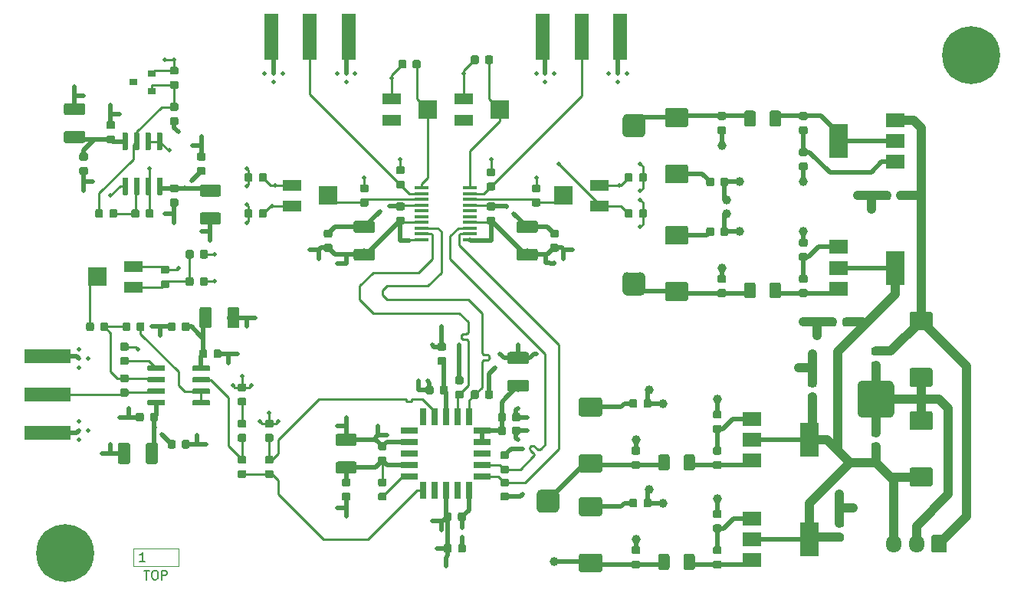
<source format=gtl>
G04 #@! TF.GenerationSoftware,KiCad,Pcbnew,(5.1.2)-1*
G04 #@! TF.CreationDate,2019-05-31T11:35:42+02:00*
G04 #@! TF.ProjectId,phasefreq,70686173-6566-4726-9571-2e6b69636164,rev?*
G04 #@! TF.SameCoordinates,Original*
G04 #@! TF.FileFunction,Copper,L1,Top*
G04 #@! TF.FilePolarity,Positive*
%FSLAX46Y46*%
G04 Gerber Fmt 4.6, Leading zero omitted, Abs format (unit mm)*
G04 Created by KiCad (PCBNEW (5.1.2)-1) date 2019-05-31 11:35:42*
%MOMM*%
%LPD*%
G04 APERTURE LIST*
%ADD10C,0.120000*%
%ADD11C,0.150000*%
%ADD12R,1.600000X0.410000*%
%ADD13C,0.800000*%
%ADD14C,6.400000*%
%ADD15C,0.100000*%
%ADD16C,0.875000*%
%ADD17C,1.700000*%
%ADD18O,1.700000X1.950000*%
%ADD19R,2.000000X1.500000*%
%ADD20R,2.000000X3.800000*%
%ADD21R,1.925000X0.700000*%
%ADD22R,0.700000X1.925000*%
%ADD23R,0.900000X0.800000*%
%ADD24C,2.075000*%
%ADD25C,1.325000*%
%ADD26C,1.250000*%
%ADD27R,1.500000X5.080000*%
%ADD28R,5.080000X1.500000*%
%ADD29R,2.000000X1.300000*%
%ADD30R,2.000000X2.000000*%
%ADD31C,0.600000*%
%ADD32C,1.000000*%
%ADD33C,0.500000*%
%ADD34C,1.000000*%
%ADD35C,0.250000*%
%ADD36C,0.500000*%
%ADD37C,0.254000*%
G04 APERTURE END LIST*
D10*
X148500000Y-134000000D02*
X153500000Y-134000000D01*
X153500000Y-132000000D02*
X148500000Y-132000000D01*
X148500000Y-132000000D02*
X148500000Y-134000000D01*
X153500000Y-134000000D02*
X153500000Y-132000000D01*
D11*
X149785714Y-133452380D02*
X149214285Y-133452380D01*
X149500000Y-133452380D02*
X149500000Y-132452380D01*
X149404761Y-132595238D01*
X149309523Y-132690476D01*
X149214285Y-132738095D01*
X149690476Y-134452380D02*
X150261904Y-134452380D01*
X149976190Y-135452380D02*
X149976190Y-134452380D01*
X150785714Y-134452380D02*
X150976190Y-134452380D01*
X151071428Y-134500000D01*
X151166666Y-134595238D01*
X151214285Y-134785714D01*
X151214285Y-135119047D01*
X151166666Y-135309523D01*
X151071428Y-135404761D01*
X150976190Y-135452380D01*
X150785714Y-135452380D01*
X150690476Y-135404761D01*
X150595238Y-135309523D01*
X150547619Y-135119047D01*
X150547619Y-134785714D01*
X150595238Y-134595238D01*
X150690476Y-134500000D01*
X150785714Y-134452380D01*
X151642857Y-135452380D02*
X151642857Y-134452380D01*
X152023809Y-134452380D01*
X152119047Y-134500000D01*
X152166666Y-134547619D01*
X152214285Y-134642857D01*
X152214285Y-134785714D01*
X152166666Y-134880952D01*
X152119047Y-134928571D01*
X152023809Y-134976190D01*
X151642857Y-134976190D01*
D12*
X180345700Y-94077500D03*
X180345700Y-94712500D03*
X185654300Y-94077500D03*
X185654300Y-94712500D03*
X180345700Y-95982500D03*
X180345700Y-95347500D03*
X185654300Y-95347500D03*
X185654300Y-95982500D03*
X185654300Y-97887500D03*
X185654300Y-97252500D03*
X185654300Y-96617500D03*
X185654300Y-93442500D03*
X185654300Y-92807500D03*
X185654300Y-92172500D03*
X180345700Y-92172500D03*
X180345700Y-92807500D03*
X180345700Y-93442500D03*
X180345700Y-96617500D03*
X180345700Y-97252500D03*
X180345700Y-97887500D03*
D13*
X242697056Y-75802944D03*
X241000000Y-75100000D03*
X239302944Y-75802944D03*
X238600000Y-77500000D03*
X239302944Y-79197056D03*
X241000000Y-79900000D03*
X242697056Y-79197056D03*
X243400000Y-77500000D03*
D14*
X241000000Y-77500000D03*
D13*
X142697056Y-130802944D03*
X141000000Y-130100000D03*
X139302944Y-130802944D03*
X138600000Y-132500000D03*
X139302944Y-134197056D03*
X141000000Y-134900000D03*
X142697056Y-134197056D03*
X143400000Y-132500000D03*
D14*
X141000000Y-132500000D03*
D15*
G36*
X178277691Y-89776053D02*
G01*
X178298926Y-89779203D01*
X178319750Y-89784419D01*
X178339962Y-89791651D01*
X178359368Y-89800830D01*
X178377781Y-89811866D01*
X178395024Y-89824654D01*
X178410930Y-89839070D01*
X178425346Y-89854976D01*
X178438134Y-89872219D01*
X178449170Y-89890632D01*
X178458349Y-89910038D01*
X178465581Y-89930250D01*
X178470797Y-89951074D01*
X178473947Y-89972309D01*
X178475000Y-89993750D01*
X178475000Y-90431250D01*
X178473947Y-90452691D01*
X178470797Y-90473926D01*
X178465581Y-90494750D01*
X178458349Y-90514962D01*
X178449170Y-90534368D01*
X178438134Y-90552781D01*
X178425346Y-90570024D01*
X178410930Y-90585930D01*
X178395024Y-90600346D01*
X178377781Y-90613134D01*
X178359368Y-90624170D01*
X178339962Y-90633349D01*
X178319750Y-90640581D01*
X178298926Y-90645797D01*
X178277691Y-90648947D01*
X178256250Y-90650000D01*
X177743750Y-90650000D01*
X177722309Y-90648947D01*
X177701074Y-90645797D01*
X177680250Y-90640581D01*
X177660038Y-90633349D01*
X177640632Y-90624170D01*
X177622219Y-90613134D01*
X177604976Y-90600346D01*
X177589070Y-90585930D01*
X177574654Y-90570024D01*
X177561866Y-90552781D01*
X177550830Y-90534368D01*
X177541651Y-90514962D01*
X177534419Y-90494750D01*
X177529203Y-90473926D01*
X177526053Y-90452691D01*
X177525000Y-90431250D01*
X177525000Y-89993750D01*
X177526053Y-89972309D01*
X177529203Y-89951074D01*
X177534419Y-89930250D01*
X177541651Y-89910038D01*
X177550830Y-89890632D01*
X177561866Y-89872219D01*
X177574654Y-89854976D01*
X177589070Y-89839070D01*
X177604976Y-89824654D01*
X177622219Y-89811866D01*
X177640632Y-89800830D01*
X177660038Y-89791651D01*
X177680250Y-89784419D01*
X177701074Y-89779203D01*
X177722309Y-89776053D01*
X177743750Y-89775000D01*
X178256250Y-89775000D01*
X178277691Y-89776053D01*
X178277691Y-89776053D01*
G37*
D16*
X178000000Y-90212500D03*
D15*
G36*
X178277691Y-91351053D02*
G01*
X178298926Y-91354203D01*
X178319750Y-91359419D01*
X178339962Y-91366651D01*
X178359368Y-91375830D01*
X178377781Y-91386866D01*
X178395024Y-91399654D01*
X178410930Y-91414070D01*
X178425346Y-91429976D01*
X178438134Y-91447219D01*
X178449170Y-91465632D01*
X178458349Y-91485038D01*
X178465581Y-91505250D01*
X178470797Y-91526074D01*
X178473947Y-91547309D01*
X178475000Y-91568750D01*
X178475000Y-92006250D01*
X178473947Y-92027691D01*
X178470797Y-92048926D01*
X178465581Y-92069750D01*
X178458349Y-92089962D01*
X178449170Y-92109368D01*
X178438134Y-92127781D01*
X178425346Y-92145024D01*
X178410930Y-92160930D01*
X178395024Y-92175346D01*
X178377781Y-92188134D01*
X178359368Y-92199170D01*
X178339962Y-92208349D01*
X178319750Y-92215581D01*
X178298926Y-92220797D01*
X178277691Y-92223947D01*
X178256250Y-92225000D01*
X177743750Y-92225000D01*
X177722309Y-92223947D01*
X177701074Y-92220797D01*
X177680250Y-92215581D01*
X177660038Y-92208349D01*
X177640632Y-92199170D01*
X177622219Y-92188134D01*
X177604976Y-92175346D01*
X177589070Y-92160930D01*
X177574654Y-92145024D01*
X177561866Y-92127781D01*
X177550830Y-92109368D01*
X177541651Y-92089962D01*
X177534419Y-92069750D01*
X177529203Y-92048926D01*
X177526053Y-92027691D01*
X177525000Y-92006250D01*
X177525000Y-91568750D01*
X177526053Y-91547309D01*
X177529203Y-91526074D01*
X177534419Y-91505250D01*
X177541651Y-91485038D01*
X177550830Y-91465632D01*
X177561866Y-91447219D01*
X177574654Y-91429976D01*
X177589070Y-91414070D01*
X177604976Y-91399654D01*
X177622219Y-91386866D01*
X177640632Y-91375830D01*
X177660038Y-91366651D01*
X177680250Y-91359419D01*
X177701074Y-91354203D01*
X177722309Y-91351053D01*
X177743750Y-91350000D01*
X178256250Y-91350000D01*
X178277691Y-91351053D01*
X178277691Y-91351053D01*
G37*
D16*
X178000000Y-91787500D03*
D15*
G36*
X163777691Y-119351053D02*
G01*
X163798926Y-119354203D01*
X163819750Y-119359419D01*
X163839962Y-119366651D01*
X163859368Y-119375830D01*
X163877781Y-119386866D01*
X163895024Y-119399654D01*
X163910930Y-119414070D01*
X163925346Y-119429976D01*
X163938134Y-119447219D01*
X163949170Y-119465632D01*
X163958349Y-119485038D01*
X163965581Y-119505250D01*
X163970797Y-119526074D01*
X163973947Y-119547309D01*
X163975000Y-119568750D01*
X163975000Y-120006250D01*
X163973947Y-120027691D01*
X163970797Y-120048926D01*
X163965581Y-120069750D01*
X163958349Y-120089962D01*
X163949170Y-120109368D01*
X163938134Y-120127781D01*
X163925346Y-120145024D01*
X163910930Y-120160930D01*
X163895024Y-120175346D01*
X163877781Y-120188134D01*
X163859368Y-120199170D01*
X163839962Y-120208349D01*
X163819750Y-120215581D01*
X163798926Y-120220797D01*
X163777691Y-120223947D01*
X163756250Y-120225000D01*
X163243750Y-120225000D01*
X163222309Y-120223947D01*
X163201074Y-120220797D01*
X163180250Y-120215581D01*
X163160038Y-120208349D01*
X163140632Y-120199170D01*
X163122219Y-120188134D01*
X163104976Y-120175346D01*
X163089070Y-120160930D01*
X163074654Y-120145024D01*
X163061866Y-120127781D01*
X163050830Y-120109368D01*
X163041651Y-120089962D01*
X163034419Y-120069750D01*
X163029203Y-120048926D01*
X163026053Y-120027691D01*
X163025000Y-120006250D01*
X163025000Y-119568750D01*
X163026053Y-119547309D01*
X163029203Y-119526074D01*
X163034419Y-119505250D01*
X163041651Y-119485038D01*
X163050830Y-119465632D01*
X163061866Y-119447219D01*
X163074654Y-119429976D01*
X163089070Y-119414070D01*
X163104976Y-119399654D01*
X163122219Y-119386866D01*
X163140632Y-119375830D01*
X163160038Y-119366651D01*
X163180250Y-119359419D01*
X163201074Y-119354203D01*
X163222309Y-119351053D01*
X163243750Y-119350000D01*
X163756250Y-119350000D01*
X163777691Y-119351053D01*
X163777691Y-119351053D01*
G37*
D16*
X163500000Y-119787500D03*
D15*
G36*
X163777691Y-117776053D02*
G01*
X163798926Y-117779203D01*
X163819750Y-117784419D01*
X163839962Y-117791651D01*
X163859368Y-117800830D01*
X163877781Y-117811866D01*
X163895024Y-117824654D01*
X163910930Y-117839070D01*
X163925346Y-117854976D01*
X163938134Y-117872219D01*
X163949170Y-117890632D01*
X163958349Y-117910038D01*
X163965581Y-117930250D01*
X163970797Y-117951074D01*
X163973947Y-117972309D01*
X163975000Y-117993750D01*
X163975000Y-118431250D01*
X163973947Y-118452691D01*
X163970797Y-118473926D01*
X163965581Y-118494750D01*
X163958349Y-118514962D01*
X163949170Y-118534368D01*
X163938134Y-118552781D01*
X163925346Y-118570024D01*
X163910930Y-118585930D01*
X163895024Y-118600346D01*
X163877781Y-118613134D01*
X163859368Y-118624170D01*
X163839962Y-118633349D01*
X163819750Y-118640581D01*
X163798926Y-118645797D01*
X163777691Y-118648947D01*
X163756250Y-118650000D01*
X163243750Y-118650000D01*
X163222309Y-118648947D01*
X163201074Y-118645797D01*
X163180250Y-118640581D01*
X163160038Y-118633349D01*
X163140632Y-118624170D01*
X163122219Y-118613134D01*
X163104976Y-118600346D01*
X163089070Y-118585930D01*
X163074654Y-118570024D01*
X163061866Y-118552781D01*
X163050830Y-118534368D01*
X163041651Y-118514962D01*
X163034419Y-118494750D01*
X163029203Y-118473926D01*
X163026053Y-118452691D01*
X163025000Y-118431250D01*
X163025000Y-117993750D01*
X163026053Y-117972309D01*
X163029203Y-117951074D01*
X163034419Y-117930250D01*
X163041651Y-117910038D01*
X163050830Y-117890632D01*
X163061866Y-117872219D01*
X163074654Y-117854976D01*
X163089070Y-117839070D01*
X163104976Y-117824654D01*
X163122219Y-117811866D01*
X163140632Y-117800830D01*
X163160038Y-117791651D01*
X163180250Y-117784419D01*
X163201074Y-117779203D01*
X163222309Y-117776053D01*
X163243750Y-117775000D01*
X163756250Y-117775000D01*
X163777691Y-117776053D01*
X163777691Y-117776053D01*
G37*
D16*
X163500000Y-118212500D03*
D15*
G36*
X238124504Y-130526204D02*
G01*
X238148773Y-130529804D01*
X238172571Y-130535765D01*
X238195671Y-130544030D01*
X238217849Y-130554520D01*
X238238893Y-130567133D01*
X238258598Y-130581747D01*
X238276777Y-130598223D01*
X238293253Y-130616402D01*
X238307867Y-130636107D01*
X238320480Y-130657151D01*
X238330970Y-130679329D01*
X238339235Y-130702429D01*
X238345196Y-130726227D01*
X238348796Y-130750496D01*
X238350000Y-130775000D01*
X238350000Y-132225000D01*
X238348796Y-132249504D01*
X238345196Y-132273773D01*
X238339235Y-132297571D01*
X238330970Y-132320671D01*
X238320480Y-132342849D01*
X238307867Y-132363893D01*
X238293253Y-132383598D01*
X238276777Y-132401777D01*
X238258598Y-132418253D01*
X238238893Y-132432867D01*
X238217849Y-132445480D01*
X238195671Y-132455970D01*
X238172571Y-132464235D01*
X238148773Y-132470196D01*
X238124504Y-132473796D01*
X238100000Y-132475000D01*
X236900000Y-132475000D01*
X236875496Y-132473796D01*
X236851227Y-132470196D01*
X236827429Y-132464235D01*
X236804329Y-132455970D01*
X236782151Y-132445480D01*
X236761107Y-132432867D01*
X236741402Y-132418253D01*
X236723223Y-132401777D01*
X236706747Y-132383598D01*
X236692133Y-132363893D01*
X236679520Y-132342849D01*
X236669030Y-132320671D01*
X236660765Y-132297571D01*
X236654804Y-132273773D01*
X236651204Y-132249504D01*
X236650000Y-132225000D01*
X236650000Y-130775000D01*
X236651204Y-130750496D01*
X236654804Y-130726227D01*
X236660765Y-130702429D01*
X236669030Y-130679329D01*
X236679520Y-130657151D01*
X236692133Y-130636107D01*
X236706747Y-130616402D01*
X236723223Y-130598223D01*
X236741402Y-130581747D01*
X236761107Y-130567133D01*
X236782151Y-130554520D01*
X236804329Y-130544030D01*
X236827429Y-130535765D01*
X236851227Y-130529804D01*
X236875496Y-130526204D01*
X236900000Y-130525000D01*
X238100000Y-130525000D01*
X238124504Y-130526204D01*
X238124504Y-130526204D01*
G37*
D17*
X237500000Y-131500000D03*
D18*
X235000000Y-131500000D03*
X232500000Y-131500000D03*
D19*
X216850000Y-128700000D03*
X216850000Y-133300000D03*
X216850000Y-131000000D03*
D20*
X223150000Y-131000000D03*
X223150000Y-120000000D03*
D19*
X216850000Y-120000000D03*
X216850000Y-122300000D03*
X216850000Y-117700000D03*
D20*
X232650000Y-101000000D03*
D19*
X226350000Y-101000000D03*
X226350000Y-103300000D03*
X226350000Y-98700000D03*
D21*
X187052500Y-121500000D03*
X187052500Y-120230000D03*
X187052500Y-118960000D03*
X187052500Y-122770000D03*
X187052500Y-124040000D03*
D22*
X185540000Y-117447500D03*
X184270000Y-117447500D03*
X183000000Y-117447500D03*
X181730000Y-117447500D03*
X180460000Y-117447500D03*
D21*
X178947500Y-118960000D03*
X178947500Y-120230000D03*
X178947500Y-121500000D03*
X178947500Y-122770000D03*
X178947500Y-124040000D03*
D22*
X180460000Y-125552500D03*
X181730000Y-125552500D03*
X183000000Y-125552500D03*
X184270000Y-125552500D03*
X185540000Y-125552500D03*
D23*
X150500000Y-81450000D03*
X150500000Y-79550000D03*
X148500000Y-80500000D03*
D15*
G36*
X236549504Y-116851204D02*
G01*
X236573773Y-116854804D01*
X236597571Y-116860765D01*
X236620671Y-116869030D01*
X236642849Y-116879520D01*
X236663893Y-116892133D01*
X236683598Y-116906747D01*
X236701777Y-116923223D01*
X236718253Y-116941402D01*
X236732867Y-116961107D01*
X236745480Y-116982151D01*
X236755970Y-117004329D01*
X236764235Y-117027429D01*
X236770196Y-117051227D01*
X236773796Y-117075496D01*
X236775000Y-117100000D01*
X236775000Y-118675000D01*
X236773796Y-118699504D01*
X236770196Y-118723773D01*
X236764235Y-118747571D01*
X236755970Y-118770671D01*
X236745480Y-118792849D01*
X236732867Y-118813893D01*
X236718253Y-118833598D01*
X236701777Y-118851777D01*
X236683598Y-118868253D01*
X236663893Y-118882867D01*
X236642849Y-118895480D01*
X236620671Y-118905970D01*
X236597571Y-118914235D01*
X236573773Y-118920196D01*
X236549504Y-118923796D01*
X236525000Y-118925000D01*
X234475000Y-118925000D01*
X234450496Y-118923796D01*
X234426227Y-118920196D01*
X234402429Y-118914235D01*
X234379329Y-118905970D01*
X234357151Y-118895480D01*
X234336107Y-118882867D01*
X234316402Y-118868253D01*
X234298223Y-118851777D01*
X234281747Y-118833598D01*
X234267133Y-118813893D01*
X234254520Y-118792849D01*
X234244030Y-118770671D01*
X234235765Y-118747571D01*
X234229804Y-118723773D01*
X234226204Y-118699504D01*
X234225000Y-118675000D01*
X234225000Y-117100000D01*
X234226204Y-117075496D01*
X234229804Y-117051227D01*
X234235765Y-117027429D01*
X234244030Y-117004329D01*
X234254520Y-116982151D01*
X234267133Y-116961107D01*
X234281747Y-116941402D01*
X234298223Y-116923223D01*
X234316402Y-116906747D01*
X234336107Y-116892133D01*
X234357151Y-116879520D01*
X234379329Y-116869030D01*
X234402429Y-116860765D01*
X234426227Y-116854804D01*
X234450496Y-116851204D01*
X234475000Y-116850000D01*
X236525000Y-116850000D01*
X236549504Y-116851204D01*
X236549504Y-116851204D01*
G37*
D24*
X235500000Y-117887500D03*
D15*
G36*
X236549504Y-123076204D02*
G01*
X236573773Y-123079804D01*
X236597571Y-123085765D01*
X236620671Y-123094030D01*
X236642849Y-123104520D01*
X236663893Y-123117133D01*
X236683598Y-123131747D01*
X236701777Y-123148223D01*
X236718253Y-123166402D01*
X236732867Y-123186107D01*
X236745480Y-123207151D01*
X236755970Y-123229329D01*
X236764235Y-123252429D01*
X236770196Y-123276227D01*
X236773796Y-123300496D01*
X236775000Y-123325000D01*
X236775000Y-124900000D01*
X236773796Y-124924504D01*
X236770196Y-124948773D01*
X236764235Y-124972571D01*
X236755970Y-124995671D01*
X236745480Y-125017849D01*
X236732867Y-125038893D01*
X236718253Y-125058598D01*
X236701777Y-125076777D01*
X236683598Y-125093253D01*
X236663893Y-125107867D01*
X236642849Y-125120480D01*
X236620671Y-125130970D01*
X236597571Y-125139235D01*
X236573773Y-125145196D01*
X236549504Y-125148796D01*
X236525000Y-125150000D01*
X234475000Y-125150000D01*
X234450496Y-125148796D01*
X234426227Y-125145196D01*
X234402429Y-125139235D01*
X234379329Y-125130970D01*
X234357151Y-125120480D01*
X234336107Y-125107867D01*
X234316402Y-125093253D01*
X234298223Y-125076777D01*
X234281747Y-125058598D01*
X234267133Y-125038893D01*
X234254520Y-125017849D01*
X234244030Y-124995671D01*
X234235765Y-124972571D01*
X234229804Y-124948773D01*
X234226204Y-124924504D01*
X234225000Y-124900000D01*
X234225000Y-123325000D01*
X234226204Y-123300496D01*
X234229804Y-123276227D01*
X234235765Y-123252429D01*
X234244030Y-123229329D01*
X234254520Y-123207151D01*
X234267133Y-123186107D01*
X234281747Y-123166402D01*
X234298223Y-123148223D01*
X234316402Y-123131747D01*
X234336107Y-123117133D01*
X234357151Y-123104520D01*
X234379329Y-123094030D01*
X234402429Y-123085765D01*
X234426227Y-123079804D01*
X234450496Y-123076204D01*
X234475000Y-123075000D01*
X236525000Y-123075000D01*
X236549504Y-123076204D01*
X236549504Y-123076204D01*
G37*
D24*
X235500000Y-124112500D03*
D15*
G36*
X230777691Y-120351053D02*
G01*
X230798926Y-120354203D01*
X230819750Y-120359419D01*
X230839962Y-120366651D01*
X230859368Y-120375830D01*
X230877781Y-120386866D01*
X230895024Y-120399654D01*
X230910930Y-120414070D01*
X230925346Y-120429976D01*
X230938134Y-120447219D01*
X230949170Y-120465632D01*
X230958349Y-120485038D01*
X230965581Y-120505250D01*
X230970797Y-120526074D01*
X230973947Y-120547309D01*
X230975000Y-120568750D01*
X230975000Y-121006250D01*
X230973947Y-121027691D01*
X230970797Y-121048926D01*
X230965581Y-121069750D01*
X230958349Y-121089962D01*
X230949170Y-121109368D01*
X230938134Y-121127781D01*
X230925346Y-121145024D01*
X230910930Y-121160930D01*
X230895024Y-121175346D01*
X230877781Y-121188134D01*
X230859368Y-121199170D01*
X230839962Y-121208349D01*
X230819750Y-121215581D01*
X230798926Y-121220797D01*
X230777691Y-121223947D01*
X230756250Y-121225000D01*
X230243750Y-121225000D01*
X230222309Y-121223947D01*
X230201074Y-121220797D01*
X230180250Y-121215581D01*
X230160038Y-121208349D01*
X230140632Y-121199170D01*
X230122219Y-121188134D01*
X230104976Y-121175346D01*
X230089070Y-121160930D01*
X230074654Y-121145024D01*
X230061866Y-121127781D01*
X230050830Y-121109368D01*
X230041651Y-121089962D01*
X230034419Y-121069750D01*
X230029203Y-121048926D01*
X230026053Y-121027691D01*
X230025000Y-121006250D01*
X230025000Y-120568750D01*
X230026053Y-120547309D01*
X230029203Y-120526074D01*
X230034419Y-120505250D01*
X230041651Y-120485038D01*
X230050830Y-120465632D01*
X230061866Y-120447219D01*
X230074654Y-120429976D01*
X230089070Y-120414070D01*
X230104976Y-120399654D01*
X230122219Y-120386866D01*
X230140632Y-120375830D01*
X230160038Y-120366651D01*
X230180250Y-120359419D01*
X230201074Y-120354203D01*
X230222309Y-120351053D01*
X230243750Y-120350000D01*
X230756250Y-120350000D01*
X230777691Y-120351053D01*
X230777691Y-120351053D01*
G37*
D16*
X230500000Y-120787500D03*
D15*
G36*
X230777691Y-118776053D02*
G01*
X230798926Y-118779203D01*
X230819750Y-118784419D01*
X230839962Y-118791651D01*
X230859368Y-118800830D01*
X230877781Y-118811866D01*
X230895024Y-118824654D01*
X230910930Y-118839070D01*
X230925346Y-118854976D01*
X230938134Y-118872219D01*
X230949170Y-118890632D01*
X230958349Y-118910038D01*
X230965581Y-118930250D01*
X230970797Y-118951074D01*
X230973947Y-118972309D01*
X230975000Y-118993750D01*
X230975000Y-119431250D01*
X230973947Y-119452691D01*
X230970797Y-119473926D01*
X230965581Y-119494750D01*
X230958349Y-119514962D01*
X230949170Y-119534368D01*
X230938134Y-119552781D01*
X230925346Y-119570024D01*
X230910930Y-119585930D01*
X230895024Y-119600346D01*
X230877781Y-119613134D01*
X230859368Y-119624170D01*
X230839962Y-119633349D01*
X230819750Y-119640581D01*
X230798926Y-119645797D01*
X230777691Y-119648947D01*
X230756250Y-119650000D01*
X230243750Y-119650000D01*
X230222309Y-119648947D01*
X230201074Y-119645797D01*
X230180250Y-119640581D01*
X230160038Y-119633349D01*
X230140632Y-119624170D01*
X230122219Y-119613134D01*
X230104976Y-119600346D01*
X230089070Y-119585930D01*
X230074654Y-119570024D01*
X230061866Y-119552781D01*
X230050830Y-119534368D01*
X230041651Y-119514962D01*
X230034419Y-119494750D01*
X230029203Y-119473926D01*
X230026053Y-119452691D01*
X230025000Y-119431250D01*
X230025000Y-118993750D01*
X230026053Y-118972309D01*
X230029203Y-118951074D01*
X230034419Y-118930250D01*
X230041651Y-118910038D01*
X230050830Y-118890632D01*
X230061866Y-118872219D01*
X230074654Y-118854976D01*
X230089070Y-118839070D01*
X230104976Y-118824654D01*
X230122219Y-118811866D01*
X230140632Y-118800830D01*
X230160038Y-118791651D01*
X230180250Y-118784419D01*
X230201074Y-118779203D01*
X230222309Y-118776053D01*
X230243750Y-118775000D01*
X230756250Y-118775000D01*
X230777691Y-118776053D01*
X230777691Y-118776053D01*
G37*
D16*
X230500000Y-119212500D03*
D15*
G36*
X236549504Y-112076204D02*
G01*
X236573773Y-112079804D01*
X236597571Y-112085765D01*
X236620671Y-112094030D01*
X236642849Y-112104520D01*
X236663893Y-112117133D01*
X236683598Y-112131747D01*
X236701777Y-112148223D01*
X236718253Y-112166402D01*
X236732867Y-112186107D01*
X236745480Y-112207151D01*
X236755970Y-112229329D01*
X236764235Y-112252429D01*
X236770196Y-112276227D01*
X236773796Y-112300496D01*
X236775000Y-112325000D01*
X236775000Y-113900000D01*
X236773796Y-113924504D01*
X236770196Y-113948773D01*
X236764235Y-113972571D01*
X236755970Y-113995671D01*
X236745480Y-114017849D01*
X236732867Y-114038893D01*
X236718253Y-114058598D01*
X236701777Y-114076777D01*
X236683598Y-114093253D01*
X236663893Y-114107867D01*
X236642849Y-114120480D01*
X236620671Y-114130970D01*
X236597571Y-114139235D01*
X236573773Y-114145196D01*
X236549504Y-114148796D01*
X236525000Y-114150000D01*
X234475000Y-114150000D01*
X234450496Y-114148796D01*
X234426227Y-114145196D01*
X234402429Y-114139235D01*
X234379329Y-114130970D01*
X234357151Y-114120480D01*
X234336107Y-114107867D01*
X234316402Y-114093253D01*
X234298223Y-114076777D01*
X234281747Y-114058598D01*
X234267133Y-114038893D01*
X234254520Y-114017849D01*
X234244030Y-113995671D01*
X234235765Y-113972571D01*
X234229804Y-113948773D01*
X234226204Y-113924504D01*
X234225000Y-113900000D01*
X234225000Y-112325000D01*
X234226204Y-112300496D01*
X234229804Y-112276227D01*
X234235765Y-112252429D01*
X234244030Y-112229329D01*
X234254520Y-112207151D01*
X234267133Y-112186107D01*
X234281747Y-112166402D01*
X234298223Y-112148223D01*
X234316402Y-112131747D01*
X234336107Y-112117133D01*
X234357151Y-112104520D01*
X234379329Y-112094030D01*
X234402429Y-112085765D01*
X234426227Y-112079804D01*
X234450496Y-112076204D01*
X234475000Y-112075000D01*
X236525000Y-112075000D01*
X236549504Y-112076204D01*
X236549504Y-112076204D01*
G37*
D24*
X235500000Y-113112500D03*
D15*
G36*
X236549504Y-105851204D02*
G01*
X236573773Y-105854804D01*
X236597571Y-105860765D01*
X236620671Y-105869030D01*
X236642849Y-105879520D01*
X236663893Y-105892133D01*
X236683598Y-105906747D01*
X236701777Y-105923223D01*
X236718253Y-105941402D01*
X236732867Y-105961107D01*
X236745480Y-105982151D01*
X236755970Y-106004329D01*
X236764235Y-106027429D01*
X236770196Y-106051227D01*
X236773796Y-106075496D01*
X236775000Y-106100000D01*
X236775000Y-107675000D01*
X236773796Y-107699504D01*
X236770196Y-107723773D01*
X236764235Y-107747571D01*
X236755970Y-107770671D01*
X236745480Y-107792849D01*
X236732867Y-107813893D01*
X236718253Y-107833598D01*
X236701777Y-107851777D01*
X236683598Y-107868253D01*
X236663893Y-107882867D01*
X236642849Y-107895480D01*
X236620671Y-107905970D01*
X236597571Y-107914235D01*
X236573773Y-107920196D01*
X236549504Y-107923796D01*
X236525000Y-107925000D01*
X234475000Y-107925000D01*
X234450496Y-107923796D01*
X234426227Y-107920196D01*
X234402429Y-107914235D01*
X234379329Y-107905970D01*
X234357151Y-107895480D01*
X234336107Y-107882867D01*
X234316402Y-107868253D01*
X234298223Y-107851777D01*
X234281747Y-107833598D01*
X234267133Y-107813893D01*
X234254520Y-107792849D01*
X234244030Y-107770671D01*
X234235765Y-107747571D01*
X234229804Y-107723773D01*
X234226204Y-107699504D01*
X234225000Y-107675000D01*
X234225000Y-106100000D01*
X234226204Y-106075496D01*
X234229804Y-106051227D01*
X234235765Y-106027429D01*
X234244030Y-106004329D01*
X234254520Y-105982151D01*
X234267133Y-105961107D01*
X234281747Y-105941402D01*
X234298223Y-105923223D01*
X234316402Y-105906747D01*
X234336107Y-105892133D01*
X234357151Y-105879520D01*
X234379329Y-105869030D01*
X234402429Y-105860765D01*
X234426227Y-105854804D01*
X234450496Y-105851204D01*
X234475000Y-105850000D01*
X236525000Y-105850000D01*
X236549504Y-105851204D01*
X236549504Y-105851204D01*
G37*
D24*
X235500000Y-106887500D03*
D15*
G36*
X230777691Y-109776053D02*
G01*
X230798926Y-109779203D01*
X230819750Y-109784419D01*
X230839962Y-109791651D01*
X230859368Y-109800830D01*
X230877781Y-109811866D01*
X230895024Y-109824654D01*
X230910930Y-109839070D01*
X230925346Y-109854976D01*
X230938134Y-109872219D01*
X230949170Y-109890632D01*
X230958349Y-109910038D01*
X230965581Y-109930250D01*
X230970797Y-109951074D01*
X230973947Y-109972309D01*
X230975000Y-109993750D01*
X230975000Y-110431250D01*
X230973947Y-110452691D01*
X230970797Y-110473926D01*
X230965581Y-110494750D01*
X230958349Y-110514962D01*
X230949170Y-110534368D01*
X230938134Y-110552781D01*
X230925346Y-110570024D01*
X230910930Y-110585930D01*
X230895024Y-110600346D01*
X230877781Y-110613134D01*
X230859368Y-110624170D01*
X230839962Y-110633349D01*
X230819750Y-110640581D01*
X230798926Y-110645797D01*
X230777691Y-110648947D01*
X230756250Y-110650000D01*
X230243750Y-110650000D01*
X230222309Y-110648947D01*
X230201074Y-110645797D01*
X230180250Y-110640581D01*
X230160038Y-110633349D01*
X230140632Y-110624170D01*
X230122219Y-110613134D01*
X230104976Y-110600346D01*
X230089070Y-110585930D01*
X230074654Y-110570024D01*
X230061866Y-110552781D01*
X230050830Y-110534368D01*
X230041651Y-110514962D01*
X230034419Y-110494750D01*
X230029203Y-110473926D01*
X230026053Y-110452691D01*
X230025000Y-110431250D01*
X230025000Y-109993750D01*
X230026053Y-109972309D01*
X230029203Y-109951074D01*
X230034419Y-109930250D01*
X230041651Y-109910038D01*
X230050830Y-109890632D01*
X230061866Y-109872219D01*
X230074654Y-109854976D01*
X230089070Y-109839070D01*
X230104976Y-109824654D01*
X230122219Y-109811866D01*
X230140632Y-109800830D01*
X230160038Y-109791651D01*
X230180250Y-109784419D01*
X230201074Y-109779203D01*
X230222309Y-109776053D01*
X230243750Y-109775000D01*
X230756250Y-109775000D01*
X230777691Y-109776053D01*
X230777691Y-109776053D01*
G37*
D16*
X230500000Y-110212500D03*
D15*
G36*
X230777691Y-111351053D02*
G01*
X230798926Y-111354203D01*
X230819750Y-111359419D01*
X230839962Y-111366651D01*
X230859368Y-111375830D01*
X230877781Y-111386866D01*
X230895024Y-111399654D01*
X230910930Y-111414070D01*
X230925346Y-111429976D01*
X230938134Y-111447219D01*
X230949170Y-111465632D01*
X230958349Y-111485038D01*
X230965581Y-111505250D01*
X230970797Y-111526074D01*
X230973947Y-111547309D01*
X230975000Y-111568750D01*
X230975000Y-112006250D01*
X230973947Y-112027691D01*
X230970797Y-112048926D01*
X230965581Y-112069750D01*
X230958349Y-112089962D01*
X230949170Y-112109368D01*
X230938134Y-112127781D01*
X230925346Y-112145024D01*
X230910930Y-112160930D01*
X230895024Y-112175346D01*
X230877781Y-112188134D01*
X230859368Y-112199170D01*
X230839962Y-112208349D01*
X230819750Y-112215581D01*
X230798926Y-112220797D01*
X230777691Y-112223947D01*
X230756250Y-112225000D01*
X230243750Y-112225000D01*
X230222309Y-112223947D01*
X230201074Y-112220797D01*
X230180250Y-112215581D01*
X230160038Y-112208349D01*
X230140632Y-112199170D01*
X230122219Y-112188134D01*
X230104976Y-112175346D01*
X230089070Y-112160930D01*
X230074654Y-112145024D01*
X230061866Y-112127781D01*
X230050830Y-112109368D01*
X230041651Y-112089962D01*
X230034419Y-112069750D01*
X230029203Y-112048926D01*
X230026053Y-112027691D01*
X230025000Y-112006250D01*
X230025000Y-111568750D01*
X230026053Y-111547309D01*
X230029203Y-111526074D01*
X230034419Y-111505250D01*
X230041651Y-111485038D01*
X230050830Y-111465632D01*
X230061866Y-111447219D01*
X230074654Y-111429976D01*
X230089070Y-111414070D01*
X230104976Y-111399654D01*
X230122219Y-111386866D01*
X230140632Y-111375830D01*
X230160038Y-111366651D01*
X230180250Y-111359419D01*
X230201074Y-111354203D01*
X230222309Y-111351053D01*
X230243750Y-111350000D01*
X230756250Y-111350000D01*
X230777691Y-111351053D01*
X230777691Y-111351053D01*
G37*
D16*
X230500000Y-111787500D03*
D15*
G36*
X226777691Y-128776053D02*
G01*
X226798926Y-128779203D01*
X226819750Y-128784419D01*
X226839962Y-128791651D01*
X226859368Y-128800830D01*
X226877781Y-128811866D01*
X226895024Y-128824654D01*
X226910930Y-128839070D01*
X226925346Y-128854976D01*
X226938134Y-128872219D01*
X226949170Y-128890632D01*
X226958349Y-128910038D01*
X226965581Y-128930250D01*
X226970797Y-128951074D01*
X226973947Y-128972309D01*
X226975000Y-128993750D01*
X226975000Y-129431250D01*
X226973947Y-129452691D01*
X226970797Y-129473926D01*
X226965581Y-129494750D01*
X226958349Y-129514962D01*
X226949170Y-129534368D01*
X226938134Y-129552781D01*
X226925346Y-129570024D01*
X226910930Y-129585930D01*
X226895024Y-129600346D01*
X226877781Y-129613134D01*
X226859368Y-129624170D01*
X226839962Y-129633349D01*
X226819750Y-129640581D01*
X226798926Y-129645797D01*
X226777691Y-129648947D01*
X226756250Y-129650000D01*
X226243750Y-129650000D01*
X226222309Y-129648947D01*
X226201074Y-129645797D01*
X226180250Y-129640581D01*
X226160038Y-129633349D01*
X226140632Y-129624170D01*
X226122219Y-129613134D01*
X226104976Y-129600346D01*
X226089070Y-129585930D01*
X226074654Y-129570024D01*
X226061866Y-129552781D01*
X226050830Y-129534368D01*
X226041651Y-129514962D01*
X226034419Y-129494750D01*
X226029203Y-129473926D01*
X226026053Y-129452691D01*
X226025000Y-129431250D01*
X226025000Y-128993750D01*
X226026053Y-128972309D01*
X226029203Y-128951074D01*
X226034419Y-128930250D01*
X226041651Y-128910038D01*
X226050830Y-128890632D01*
X226061866Y-128872219D01*
X226074654Y-128854976D01*
X226089070Y-128839070D01*
X226104976Y-128824654D01*
X226122219Y-128811866D01*
X226140632Y-128800830D01*
X226160038Y-128791651D01*
X226180250Y-128784419D01*
X226201074Y-128779203D01*
X226222309Y-128776053D01*
X226243750Y-128775000D01*
X226756250Y-128775000D01*
X226777691Y-128776053D01*
X226777691Y-128776053D01*
G37*
D16*
X226500000Y-129212500D03*
D15*
G36*
X226777691Y-130351053D02*
G01*
X226798926Y-130354203D01*
X226819750Y-130359419D01*
X226839962Y-130366651D01*
X226859368Y-130375830D01*
X226877781Y-130386866D01*
X226895024Y-130399654D01*
X226910930Y-130414070D01*
X226925346Y-130429976D01*
X226938134Y-130447219D01*
X226949170Y-130465632D01*
X226958349Y-130485038D01*
X226965581Y-130505250D01*
X226970797Y-130526074D01*
X226973947Y-130547309D01*
X226975000Y-130568750D01*
X226975000Y-131006250D01*
X226973947Y-131027691D01*
X226970797Y-131048926D01*
X226965581Y-131069750D01*
X226958349Y-131089962D01*
X226949170Y-131109368D01*
X226938134Y-131127781D01*
X226925346Y-131145024D01*
X226910930Y-131160930D01*
X226895024Y-131175346D01*
X226877781Y-131188134D01*
X226859368Y-131199170D01*
X226839962Y-131208349D01*
X226819750Y-131215581D01*
X226798926Y-131220797D01*
X226777691Y-131223947D01*
X226756250Y-131225000D01*
X226243750Y-131225000D01*
X226222309Y-131223947D01*
X226201074Y-131220797D01*
X226180250Y-131215581D01*
X226160038Y-131208349D01*
X226140632Y-131199170D01*
X226122219Y-131188134D01*
X226104976Y-131175346D01*
X226089070Y-131160930D01*
X226074654Y-131145024D01*
X226061866Y-131127781D01*
X226050830Y-131109368D01*
X226041651Y-131089962D01*
X226034419Y-131069750D01*
X226029203Y-131048926D01*
X226026053Y-131027691D01*
X226025000Y-131006250D01*
X226025000Y-130568750D01*
X226026053Y-130547309D01*
X226029203Y-130526074D01*
X226034419Y-130505250D01*
X226041651Y-130485038D01*
X226050830Y-130465632D01*
X226061866Y-130447219D01*
X226074654Y-130429976D01*
X226089070Y-130414070D01*
X226104976Y-130399654D01*
X226122219Y-130386866D01*
X226140632Y-130375830D01*
X226160038Y-130366651D01*
X226180250Y-130359419D01*
X226201074Y-130354203D01*
X226222309Y-130351053D01*
X226243750Y-130350000D01*
X226756250Y-130350000D01*
X226777691Y-130351053D01*
X226777691Y-130351053D01*
G37*
D16*
X226500000Y-130787500D03*
D15*
G36*
X223777691Y-114851053D02*
G01*
X223798926Y-114854203D01*
X223819750Y-114859419D01*
X223839962Y-114866651D01*
X223859368Y-114875830D01*
X223877781Y-114886866D01*
X223895024Y-114899654D01*
X223910930Y-114914070D01*
X223925346Y-114929976D01*
X223938134Y-114947219D01*
X223949170Y-114965632D01*
X223958349Y-114985038D01*
X223965581Y-115005250D01*
X223970797Y-115026074D01*
X223973947Y-115047309D01*
X223975000Y-115068750D01*
X223975000Y-115506250D01*
X223973947Y-115527691D01*
X223970797Y-115548926D01*
X223965581Y-115569750D01*
X223958349Y-115589962D01*
X223949170Y-115609368D01*
X223938134Y-115627781D01*
X223925346Y-115645024D01*
X223910930Y-115660930D01*
X223895024Y-115675346D01*
X223877781Y-115688134D01*
X223859368Y-115699170D01*
X223839962Y-115708349D01*
X223819750Y-115715581D01*
X223798926Y-115720797D01*
X223777691Y-115723947D01*
X223756250Y-115725000D01*
X223243750Y-115725000D01*
X223222309Y-115723947D01*
X223201074Y-115720797D01*
X223180250Y-115715581D01*
X223160038Y-115708349D01*
X223140632Y-115699170D01*
X223122219Y-115688134D01*
X223104976Y-115675346D01*
X223089070Y-115660930D01*
X223074654Y-115645024D01*
X223061866Y-115627781D01*
X223050830Y-115609368D01*
X223041651Y-115589962D01*
X223034419Y-115569750D01*
X223029203Y-115548926D01*
X223026053Y-115527691D01*
X223025000Y-115506250D01*
X223025000Y-115068750D01*
X223026053Y-115047309D01*
X223029203Y-115026074D01*
X223034419Y-115005250D01*
X223041651Y-114985038D01*
X223050830Y-114965632D01*
X223061866Y-114947219D01*
X223074654Y-114929976D01*
X223089070Y-114914070D01*
X223104976Y-114899654D01*
X223122219Y-114886866D01*
X223140632Y-114875830D01*
X223160038Y-114866651D01*
X223180250Y-114859419D01*
X223201074Y-114854203D01*
X223222309Y-114851053D01*
X223243750Y-114850000D01*
X223756250Y-114850000D01*
X223777691Y-114851053D01*
X223777691Y-114851053D01*
G37*
D16*
X223500000Y-115287500D03*
D15*
G36*
X223777691Y-113276053D02*
G01*
X223798926Y-113279203D01*
X223819750Y-113284419D01*
X223839962Y-113291651D01*
X223859368Y-113300830D01*
X223877781Y-113311866D01*
X223895024Y-113324654D01*
X223910930Y-113339070D01*
X223925346Y-113354976D01*
X223938134Y-113372219D01*
X223949170Y-113390632D01*
X223958349Y-113410038D01*
X223965581Y-113430250D01*
X223970797Y-113451074D01*
X223973947Y-113472309D01*
X223975000Y-113493750D01*
X223975000Y-113931250D01*
X223973947Y-113952691D01*
X223970797Y-113973926D01*
X223965581Y-113994750D01*
X223958349Y-114014962D01*
X223949170Y-114034368D01*
X223938134Y-114052781D01*
X223925346Y-114070024D01*
X223910930Y-114085930D01*
X223895024Y-114100346D01*
X223877781Y-114113134D01*
X223859368Y-114124170D01*
X223839962Y-114133349D01*
X223819750Y-114140581D01*
X223798926Y-114145797D01*
X223777691Y-114148947D01*
X223756250Y-114150000D01*
X223243750Y-114150000D01*
X223222309Y-114148947D01*
X223201074Y-114145797D01*
X223180250Y-114140581D01*
X223160038Y-114133349D01*
X223140632Y-114124170D01*
X223122219Y-114113134D01*
X223104976Y-114100346D01*
X223089070Y-114085930D01*
X223074654Y-114070024D01*
X223061866Y-114052781D01*
X223050830Y-114034368D01*
X223041651Y-114014962D01*
X223034419Y-113994750D01*
X223029203Y-113973926D01*
X223026053Y-113952691D01*
X223025000Y-113931250D01*
X223025000Y-113493750D01*
X223026053Y-113472309D01*
X223029203Y-113451074D01*
X223034419Y-113430250D01*
X223041651Y-113410038D01*
X223050830Y-113390632D01*
X223061866Y-113372219D01*
X223074654Y-113354976D01*
X223089070Y-113339070D01*
X223104976Y-113324654D01*
X223122219Y-113311866D01*
X223140632Y-113300830D01*
X223160038Y-113291651D01*
X223180250Y-113284419D01*
X223201074Y-113279203D01*
X223222309Y-113276053D01*
X223243750Y-113275000D01*
X223756250Y-113275000D01*
X223777691Y-113276053D01*
X223777691Y-113276053D01*
G37*
D16*
X223500000Y-113712500D03*
D15*
G36*
X233527691Y-92526053D02*
G01*
X233548926Y-92529203D01*
X233569750Y-92534419D01*
X233589962Y-92541651D01*
X233609368Y-92550830D01*
X233627781Y-92561866D01*
X233645024Y-92574654D01*
X233660930Y-92589070D01*
X233675346Y-92604976D01*
X233688134Y-92622219D01*
X233699170Y-92640632D01*
X233708349Y-92660038D01*
X233715581Y-92680250D01*
X233720797Y-92701074D01*
X233723947Y-92722309D01*
X233725000Y-92743750D01*
X233725000Y-93256250D01*
X233723947Y-93277691D01*
X233720797Y-93298926D01*
X233715581Y-93319750D01*
X233708349Y-93339962D01*
X233699170Y-93359368D01*
X233688134Y-93377781D01*
X233675346Y-93395024D01*
X233660930Y-93410930D01*
X233645024Y-93425346D01*
X233627781Y-93438134D01*
X233609368Y-93449170D01*
X233589962Y-93458349D01*
X233569750Y-93465581D01*
X233548926Y-93470797D01*
X233527691Y-93473947D01*
X233506250Y-93475000D01*
X233068750Y-93475000D01*
X233047309Y-93473947D01*
X233026074Y-93470797D01*
X233005250Y-93465581D01*
X232985038Y-93458349D01*
X232965632Y-93449170D01*
X232947219Y-93438134D01*
X232929976Y-93425346D01*
X232914070Y-93410930D01*
X232899654Y-93395024D01*
X232886866Y-93377781D01*
X232875830Y-93359368D01*
X232866651Y-93339962D01*
X232859419Y-93319750D01*
X232854203Y-93298926D01*
X232851053Y-93277691D01*
X232850000Y-93256250D01*
X232850000Y-92743750D01*
X232851053Y-92722309D01*
X232854203Y-92701074D01*
X232859419Y-92680250D01*
X232866651Y-92660038D01*
X232875830Y-92640632D01*
X232886866Y-92622219D01*
X232899654Y-92604976D01*
X232914070Y-92589070D01*
X232929976Y-92574654D01*
X232947219Y-92561866D01*
X232965632Y-92550830D01*
X232985038Y-92541651D01*
X233005250Y-92534419D01*
X233026074Y-92529203D01*
X233047309Y-92526053D01*
X233068750Y-92525000D01*
X233506250Y-92525000D01*
X233527691Y-92526053D01*
X233527691Y-92526053D01*
G37*
D16*
X233287500Y-93000000D03*
D15*
G36*
X231952691Y-92526053D02*
G01*
X231973926Y-92529203D01*
X231994750Y-92534419D01*
X232014962Y-92541651D01*
X232034368Y-92550830D01*
X232052781Y-92561866D01*
X232070024Y-92574654D01*
X232085930Y-92589070D01*
X232100346Y-92604976D01*
X232113134Y-92622219D01*
X232124170Y-92640632D01*
X232133349Y-92660038D01*
X232140581Y-92680250D01*
X232145797Y-92701074D01*
X232148947Y-92722309D01*
X232150000Y-92743750D01*
X232150000Y-93256250D01*
X232148947Y-93277691D01*
X232145797Y-93298926D01*
X232140581Y-93319750D01*
X232133349Y-93339962D01*
X232124170Y-93359368D01*
X232113134Y-93377781D01*
X232100346Y-93395024D01*
X232085930Y-93410930D01*
X232070024Y-93425346D01*
X232052781Y-93438134D01*
X232034368Y-93449170D01*
X232014962Y-93458349D01*
X231994750Y-93465581D01*
X231973926Y-93470797D01*
X231952691Y-93473947D01*
X231931250Y-93475000D01*
X231493750Y-93475000D01*
X231472309Y-93473947D01*
X231451074Y-93470797D01*
X231430250Y-93465581D01*
X231410038Y-93458349D01*
X231390632Y-93449170D01*
X231372219Y-93438134D01*
X231354976Y-93425346D01*
X231339070Y-93410930D01*
X231324654Y-93395024D01*
X231311866Y-93377781D01*
X231300830Y-93359368D01*
X231291651Y-93339962D01*
X231284419Y-93319750D01*
X231279203Y-93298926D01*
X231276053Y-93277691D01*
X231275000Y-93256250D01*
X231275000Y-92743750D01*
X231276053Y-92722309D01*
X231279203Y-92701074D01*
X231284419Y-92680250D01*
X231291651Y-92660038D01*
X231300830Y-92640632D01*
X231311866Y-92622219D01*
X231324654Y-92604976D01*
X231339070Y-92589070D01*
X231354976Y-92574654D01*
X231372219Y-92561866D01*
X231390632Y-92550830D01*
X231410038Y-92541651D01*
X231430250Y-92534419D01*
X231451074Y-92529203D01*
X231472309Y-92526053D01*
X231493750Y-92525000D01*
X231931250Y-92525000D01*
X231952691Y-92526053D01*
X231952691Y-92526053D01*
G37*
D16*
X231712500Y-93000000D03*
D15*
G36*
X225952691Y-106526053D02*
G01*
X225973926Y-106529203D01*
X225994750Y-106534419D01*
X226014962Y-106541651D01*
X226034368Y-106550830D01*
X226052781Y-106561866D01*
X226070024Y-106574654D01*
X226085930Y-106589070D01*
X226100346Y-106604976D01*
X226113134Y-106622219D01*
X226124170Y-106640632D01*
X226133349Y-106660038D01*
X226140581Y-106680250D01*
X226145797Y-106701074D01*
X226148947Y-106722309D01*
X226150000Y-106743750D01*
X226150000Y-107256250D01*
X226148947Y-107277691D01*
X226145797Y-107298926D01*
X226140581Y-107319750D01*
X226133349Y-107339962D01*
X226124170Y-107359368D01*
X226113134Y-107377781D01*
X226100346Y-107395024D01*
X226085930Y-107410930D01*
X226070024Y-107425346D01*
X226052781Y-107438134D01*
X226034368Y-107449170D01*
X226014962Y-107458349D01*
X225994750Y-107465581D01*
X225973926Y-107470797D01*
X225952691Y-107473947D01*
X225931250Y-107475000D01*
X225493750Y-107475000D01*
X225472309Y-107473947D01*
X225451074Y-107470797D01*
X225430250Y-107465581D01*
X225410038Y-107458349D01*
X225390632Y-107449170D01*
X225372219Y-107438134D01*
X225354976Y-107425346D01*
X225339070Y-107410930D01*
X225324654Y-107395024D01*
X225311866Y-107377781D01*
X225300830Y-107359368D01*
X225291651Y-107339962D01*
X225284419Y-107319750D01*
X225279203Y-107298926D01*
X225276053Y-107277691D01*
X225275000Y-107256250D01*
X225275000Y-106743750D01*
X225276053Y-106722309D01*
X225279203Y-106701074D01*
X225284419Y-106680250D01*
X225291651Y-106660038D01*
X225300830Y-106640632D01*
X225311866Y-106622219D01*
X225324654Y-106604976D01*
X225339070Y-106589070D01*
X225354976Y-106574654D01*
X225372219Y-106561866D01*
X225390632Y-106550830D01*
X225410038Y-106541651D01*
X225430250Y-106534419D01*
X225451074Y-106529203D01*
X225472309Y-106526053D01*
X225493750Y-106525000D01*
X225931250Y-106525000D01*
X225952691Y-106526053D01*
X225952691Y-106526053D01*
G37*
D16*
X225712500Y-107000000D03*
D15*
G36*
X227527691Y-106526053D02*
G01*
X227548926Y-106529203D01*
X227569750Y-106534419D01*
X227589962Y-106541651D01*
X227609368Y-106550830D01*
X227627781Y-106561866D01*
X227645024Y-106574654D01*
X227660930Y-106589070D01*
X227675346Y-106604976D01*
X227688134Y-106622219D01*
X227699170Y-106640632D01*
X227708349Y-106660038D01*
X227715581Y-106680250D01*
X227720797Y-106701074D01*
X227723947Y-106722309D01*
X227725000Y-106743750D01*
X227725000Y-107256250D01*
X227723947Y-107277691D01*
X227720797Y-107298926D01*
X227715581Y-107319750D01*
X227708349Y-107339962D01*
X227699170Y-107359368D01*
X227688134Y-107377781D01*
X227675346Y-107395024D01*
X227660930Y-107410930D01*
X227645024Y-107425346D01*
X227627781Y-107438134D01*
X227609368Y-107449170D01*
X227589962Y-107458349D01*
X227569750Y-107465581D01*
X227548926Y-107470797D01*
X227527691Y-107473947D01*
X227506250Y-107475000D01*
X227068750Y-107475000D01*
X227047309Y-107473947D01*
X227026074Y-107470797D01*
X227005250Y-107465581D01*
X226985038Y-107458349D01*
X226965632Y-107449170D01*
X226947219Y-107438134D01*
X226929976Y-107425346D01*
X226914070Y-107410930D01*
X226899654Y-107395024D01*
X226886866Y-107377781D01*
X226875830Y-107359368D01*
X226866651Y-107339962D01*
X226859419Y-107319750D01*
X226854203Y-107298926D01*
X226851053Y-107277691D01*
X226850000Y-107256250D01*
X226850000Y-106743750D01*
X226851053Y-106722309D01*
X226854203Y-106701074D01*
X226859419Y-106680250D01*
X226866651Y-106660038D01*
X226875830Y-106640632D01*
X226886866Y-106622219D01*
X226899654Y-106604976D01*
X226914070Y-106589070D01*
X226929976Y-106574654D01*
X226947219Y-106561866D01*
X226965632Y-106550830D01*
X226985038Y-106541651D01*
X227005250Y-106534419D01*
X227026074Y-106529203D01*
X227047309Y-106526053D01*
X227068750Y-106525000D01*
X227506250Y-106525000D01*
X227527691Y-106526053D01*
X227527691Y-106526053D01*
G37*
D16*
X227287500Y-107000000D03*
D15*
G36*
X195277691Y-96776053D02*
G01*
X195298926Y-96779203D01*
X195319750Y-96784419D01*
X195339962Y-96791651D01*
X195359368Y-96800830D01*
X195377781Y-96811866D01*
X195395024Y-96824654D01*
X195410930Y-96839070D01*
X195425346Y-96854976D01*
X195438134Y-96872219D01*
X195449170Y-96890632D01*
X195458349Y-96910038D01*
X195465581Y-96930250D01*
X195470797Y-96951074D01*
X195473947Y-96972309D01*
X195475000Y-96993750D01*
X195475000Y-97431250D01*
X195473947Y-97452691D01*
X195470797Y-97473926D01*
X195465581Y-97494750D01*
X195458349Y-97514962D01*
X195449170Y-97534368D01*
X195438134Y-97552781D01*
X195425346Y-97570024D01*
X195410930Y-97585930D01*
X195395024Y-97600346D01*
X195377781Y-97613134D01*
X195359368Y-97624170D01*
X195339962Y-97633349D01*
X195319750Y-97640581D01*
X195298926Y-97645797D01*
X195277691Y-97648947D01*
X195256250Y-97650000D01*
X194743750Y-97650000D01*
X194722309Y-97648947D01*
X194701074Y-97645797D01*
X194680250Y-97640581D01*
X194660038Y-97633349D01*
X194640632Y-97624170D01*
X194622219Y-97613134D01*
X194604976Y-97600346D01*
X194589070Y-97585930D01*
X194574654Y-97570024D01*
X194561866Y-97552781D01*
X194550830Y-97534368D01*
X194541651Y-97514962D01*
X194534419Y-97494750D01*
X194529203Y-97473926D01*
X194526053Y-97452691D01*
X194525000Y-97431250D01*
X194525000Y-96993750D01*
X194526053Y-96972309D01*
X194529203Y-96951074D01*
X194534419Y-96930250D01*
X194541651Y-96910038D01*
X194550830Y-96890632D01*
X194561866Y-96872219D01*
X194574654Y-96854976D01*
X194589070Y-96839070D01*
X194604976Y-96824654D01*
X194622219Y-96811866D01*
X194640632Y-96800830D01*
X194660038Y-96791651D01*
X194680250Y-96784419D01*
X194701074Y-96779203D01*
X194722309Y-96776053D01*
X194743750Y-96775000D01*
X195256250Y-96775000D01*
X195277691Y-96776053D01*
X195277691Y-96776053D01*
G37*
D16*
X195000000Y-97212500D03*
D15*
G36*
X195277691Y-98351053D02*
G01*
X195298926Y-98354203D01*
X195319750Y-98359419D01*
X195339962Y-98366651D01*
X195359368Y-98375830D01*
X195377781Y-98386866D01*
X195395024Y-98399654D01*
X195410930Y-98414070D01*
X195425346Y-98429976D01*
X195438134Y-98447219D01*
X195449170Y-98465632D01*
X195458349Y-98485038D01*
X195465581Y-98505250D01*
X195470797Y-98526074D01*
X195473947Y-98547309D01*
X195475000Y-98568750D01*
X195475000Y-99006250D01*
X195473947Y-99027691D01*
X195470797Y-99048926D01*
X195465581Y-99069750D01*
X195458349Y-99089962D01*
X195449170Y-99109368D01*
X195438134Y-99127781D01*
X195425346Y-99145024D01*
X195410930Y-99160930D01*
X195395024Y-99175346D01*
X195377781Y-99188134D01*
X195359368Y-99199170D01*
X195339962Y-99208349D01*
X195319750Y-99215581D01*
X195298926Y-99220797D01*
X195277691Y-99223947D01*
X195256250Y-99225000D01*
X194743750Y-99225000D01*
X194722309Y-99223947D01*
X194701074Y-99220797D01*
X194680250Y-99215581D01*
X194660038Y-99208349D01*
X194640632Y-99199170D01*
X194622219Y-99188134D01*
X194604976Y-99175346D01*
X194589070Y-99160930D01*
X194574654Y-99145024D01*
X194561866Y-99127781D01*
X194550830Y-99109368D01*
X194541651Y-99089962D01*
X194534419Y-99069750D01*
X194529203Y-99048926D01*
X194526053Y-99027691D01*
X194525000Y-99006250D01*
X194525000Y-98568750D01*
X194526053Y-98547309D01*
X194529203Y-98526074D01*
X194534419Y-98505250D01*
X194541651Y-98485038D01*
X194550830Y-98465632D01*
X194561866Y-98447219D01*
X194574654Y-98429976D01*
X194589070Y-98414070D01*
X194604976Y-98399654D01*
X194622219Y-98386866D01*
X194640632Y-98375830D01*
X194660038Y-98366651D01*
X194680250Y-98359419D01*
X194701074Y-98354203D01*
X194722309Y-98351053D01*
X194743750Y-98350000D01*
X195256250Y-98350000D01*
X195277691Y-98351053D01*
X195277691Y-98351053D01*
G37*
D16*
X195000000Y-98787500D03*
D15*
G36*
X192949505Y-98876204D02*
G01*
X192973773Y-98879804D01*
X192997572Y-98885765D01*
X193020671Y-98894030D01*
X193042850Y-98904520D01*
X193063893Y-98917132D01*
X193083599Y-98931747D01*
X193101777Y-98948223D01*
X193118253Y-98966401D01*
X193132868Y-98986107D01*
X193145480Y-99007150D01*
X193155970Y-99029329D01*
X193164235Y-99052428D01*
X193170196Y-99076227D01*
X193173796Y-99100495D01*
X193175000Y-99124999D01*
X193175000Y-99950001D01*
X193173796Y-99974505D01*
X193170196Y-99998773D01*
X193164235Y-100022572D01*
X193155970Y-100045671D01*
X193145480Y-100067850D01*
X193132868Y-100088893D01*
X193118253Y-100108599D01*
X193101777Y-100126777D01*
X193083599Y-100143253D01*
X193063893Y-100157868D01*
X193042850Y-100170480D01*
X193020671Y-100180970D01*
X192997572Y-100189235D01*
X192973773Y-100195196D01*
X192949505Y-100198796D01*
X192925001Y-100200000D01*
X191074999Y-100200000D01*
X191050495Y-100198796D01*
X191026227Y-100195196D01*
X191002428Y-100189235D01*
X190979329Y-100180970D01*
X190957150Y-100170480D01*
X190936107Y-100157868D01*
X190916401Y-100143253D01*
X190898223Y-100126777D01*
X190881747Y-100108599D01*
X190867132Y-100088893D01*
X190854520Y-100067850D01*
X190844030Y-100045671D01*
X190835765Y-100022572D01*
X190829804Y-99998773D01*
X190826204Y-99974505D01*
X190825000Y-99950001D01*
X190825000Y-99124999D01*
X190826204Y-99100495D01*
X190829804Y-99076227D01*
X190835765Y-99052428D01*
X190844030Y-99029329D01*
X190854520Y-99007150D01*
X190867132Y-98986107D01*
X190881747Y-98966401D01*
X190898223Y-98948223D01*
X190916401Y-98931747D01*
X190936107Y-98917132D01*
X190957150Y-98904520D01*
X190979329Y-98894030D01*
X191002428Y-98885765D01*
X191026227Y-98879804D01*
X191050495Y-98876204D01*
X191074999Y-98875000D01*
X192925001Y-98875000D01*
X192949505Y-98876204D01*
X192949505Y-98876204D01*
G37*
D25*
X192000000Y-99537500D03*
D15*
G36*
X192949505Y-95801204D02*
G01*
X192973773Y-95804804D01*
X192997572Y-95810765D01*
X193020671Y-95819030D01*
X193042850Y-95829520D01*
X193063893Y-95842132D01*
X193083599Y-95856747D01*
X193101777Y-95873223D01*
X193118253Y-95891401D01*
X193132868Y-95911107D01*
X193145480Y-95932150D01*
X193155970Y-95954329D01*
X193164235Y-95977428D01*
X193170196Y-96001227D01*
X193173796Y-96025495D01*
X193175000Y-96049999D01*
X193175000Y-96875001D01*
X193173796Y-96899505D01*
X193170196Y-96923773D01*
X193164235Y-96947572D01*
X193155970Y-96970671D01*
X193145480Y-96992850D01*
X193132868Y-97013893D01*
X193118253Y-97033599D01*
X193101777Y-97051777D01*
X193083599Y-97068253D01*
X193063893Y-97082868D01*
X193042850Y-97095480D01*
X193020671Y-97105970D01*
X192997572Y-97114235D01*
X192973773Y-97120196D01*
X192949505Y-97123796D01*
X192925001Y-97125000D01*
X191074999Y-97125000D01*
X191050495Y-97123796D01*
X191026227Y-97120196D01*
X191002428Y-97114235D01*
X190979329Y-97105970D01*
X190957150Y-97095480D01*
X190936107Y-97082868D01*
X190916401Y-97068253D01*
X190898223Y-97051777D01*
X190881747Y-97033599D01*
X190867132Y-97013893D01*
X190854520Y-96992850D01*
X190844030Y-96970671D01*
X190835765Y-96947572D01*
X190829804Y-96923773D01*
X190826204Y-96899505D01*
X190825000Y-96875001D01*
X190825000Y-96049999D01*
X190826204Y-96025495D01*
X190829804Y-96001227D01*
X190835765Y-95977428D01*
X190844030Y-95954329D01*
X190854520Y-95932150D01*
X190867132Y-95911107D01*
X190881747Y-95891401D01*
X190898223Y-95873223D01*
X190916401Y-95856747D01*
X190936107Y-95842132D01*
X190957150Y-95829520D01*
X190979329Y-95819030D01*
X191002428Y-95810765D01*
X191026227Y-95804804D01*
X191050495Y-95801204D01*
X191074999Y-95800000D01*
X192925001Y-95800000D01*
X192949505Y-95801204D01*
X192949505Y-95801204D01*
G37*
D25*
X192000000Y-96462500D03*
D15*
G36*
X188277691Y-93776053D02*
G01*
X188298926Y-93779203D01*
X188319750Y-93784419D01*
X188339962Y-93791651D01*
X188359368Y-93800830D01*
X188377781Y-93811866D01*
X188395024Y-93824654D01*
X188410930Y-93839070D01*
X188425346Y-93854976D01*
X188438134Y-93872219D01*
X188449170Y-93890632D01*
X188458349Y-93910038D01*
X188465581Y-93930250D01*
X188470797Y-93951074D01*
X188473947Y-93972309D01*
X188475000Y-93993750D01*
X188475000Y-94431250D01*
X188473947Y-94452691D01*
X188470797Y-94473926D01*
X188465581Y-94494750D01*
X188458349Y-94514962D01*
X188449170Y-94534368D01*
X188438134Y-94552781D01*
X188425346Y-94570024D01*
X188410930Y-94585930D01*
X188395024Y-94600346D01*
X188377781Y-94613134D01*
X188359368Y-94624170D01*
X188339962Y-94633349D01*
X188319750Y-94640581D01*
X188298926Y-94645797D01*
X188277691Y-94648947D01*
X188256250Y-94650000D01*
X187743750Y-94650000D01*
X187722309Y-94648947D01*
X187701074Y-94645797D01*
X187680250Y-94640581D01*
X187660038Y-94633349D01*
X187640632Y-94624170D01*
X187622219Y-94613134D01*
X187604976Y-94600346D01*
X187589070Y-94585930D01*
X187574654Y-94570024D01*
X187561866Y-94552781D01*
X187550830Y-94534368D01*
X187541651Y-94514962D01*
X187534419Y-94494750D01*
X187529203Y-94473926D01*
X187526053Y-94452691D01*
X187525000Y-94431250D01*
X187525000Y-93993750D01*
X187526053Y-93972309D01*
X187529203Y-93951074D01*
X187534419Y-93930250D01*
X187541651Y-93910038D01*
X187550830Y-93890632D01*
X187561866Y-93872219D01*
X187574654Y-93854976D01*
X187589070Y-93839070D01*
X187604976Y-93824654D01*
X187622219Y-93811866D01*
X187640632Y-93800830D01*
X187660038Y-93791651D01*
X187680250Y-93784419D01*
X187701074Y-93779203D01*
X187722309Y-93776053D01*
X187743750Y-93775000D01*
X188256250Y-93775000D01*
X188277691Y-93776053D01*
X188277691Y-93776053D01*
G37*
D16*
X188000000Y-94212500D03*
D15*
G36*
X188277691Y-95351053D02*
G01*
X188298926Y-95354203D01*
X188319750Y-95359419D01*
X188339962Y-95366651D01*
X188359368Y-95375830D01*
X188377781Y-95386866D01*
X188395024Y-95399654D01*
X188410930Y-95414070D01*
X188425346Y-95429976D01*
X188438134Y-95447219D01*
X188449170Y-95465632D01*
X188458349Y-95485038D01*
X188465581Y-95505250D01*
X188470797Y-95526074D01*
X188473947Y-95547309D01*
X188475000Y-95568750D01*
X188475000Y-96006250D01*
X188473947Y-96027691D01*
X188470797Y-96048926D01*
X188465581Y-96069750D01*
X188458349Y-96089962D01*
X188449170Y-96109368D01*
X188438134Y-96127781D01*
X188425346Y-96145024D01*
X188410930Y-96160930D01*
X188395024Y-96175346D01*
X188377781Y-96188134D01*
X188359368Y-96199170D01*
X188339962Y-96208349D01*
X188319750Y-96215581D01*
X188298926Y-96220797D01*
X188277691Y-96223947D01*
X188256250Y-96225000D01*
X187743750Y-96225000D01*
X187722309Y-96223947D01*
X187701074Y-96220797D01*
X187680250Y-96215581D01*
X187660038Y-96208349D01*
X187640632Y-96199170D01*
X187622219Y-96188134D01*
X187604976Y-96175346D01*
X187589070Y-96160930D01*
X187574654Y-96145024D01*
X187561866Y-96127781D01*
X187550830Y-96109368D01*
X187541651Y-96089962D01*
X187534419Y-96069750D01*
X187529203Y-96048926D01*
X187526053Y-96027691D01*
X187525000Y-96006250D01*
X187525000Y-95568750D01*
X187526053Y-95547309D01*
X187529203Y-95526074D01*
X187534419Y-95505250D01*
X187541651Y-95485038D01*
X187550830Y-95465632D01*
X187561866Y-95447219D01*
X187574654Y-95429976D01*
X187589070Y-95414070D01*
X187604976Y-95399654D01*
X187622219Y-95386866D01*
X187640632Y-95375830D01*
X187660038Y-95366651D01*
X187680250Y-95359419D01*
X187701074Y-95354203D01*
X187722309Y-95351053D01*
X187743750Y-95350000D01*
X188256250Y-95350000D01*
X188277691Y-95351053D01*
X188277691Y-95351053D01*
G37*
D16*
X188000000Y-95787500D03*
D15*
G36*
X203452691Y-90526053D02*
G01*
X203473926Y-90529203D01*
X203494750Y-90534419D01*
X203514962Y-90541651D01*
X203534368Y-90550830D01*
X203552781Y-90561866D01*
X203570024Y-90574654D01*
X203585930Y-90589070D01*
X203600346Y-90604976D01*
X203613134Y-90622219D01*
X203624170Y-90640632D01*
X203633349Y-90660038D01*
X203640581Y-90680250D01*
X203645797Y-90701074D01*
X203648947Y-90722309D01*
X203650000Y-90743750D01*
X203650000Y-91256250D01*
X203648947Y-91277691D01*
X203645797Y-91298926D01*
X203640581Y-91319750D01*
X203633349Y-91339962D01*
X203624170Y-91359368D01*
X203613134Y-91377781D01*
X203600346Y-91395024D01*
X203585930Y-91410930D01*
X203570024Y-91425346D01*
X203552781Y-91438134D01*
X203534368Y-91449170D01*
X203514962Y-91458349D01*
X203494750Y-91465581D01*
X203473926Y-91470797D01*
X203452691Y-91473947D01*
X203431250Y-91475000D01*
X202993750Y-91475000D01*
X202972309Y-91473947D01*
X202951074Y-91470797D01*
X202930250Y-91465581D01*
X202910038Y-91458349D01*
X202890632Y-91449170D01*
X202872219Y-91438134D01*
X202854976Y-91425346D01*
X202839070Y-91410930D01*
X202824654Y-91395024D01*
X202811866Y-91377781D01*
X202800830Y-91359368D01*
X202791651Y-91339962D01*
X202784419Y-91319750D01*
X202779203Y-91298926D01*
X202776053Y-91277691D01*
X202775000Y-91256250D01*
X202775000Y-90743750D01*
X202776053Y-90722309D01*
X202779203Y-90701074D01*
X202784419Y-90680250D01*
X202791651Y-90660038D01*
X202800830Y-90640632D01*
X202811866Y-90622219D01*
X202824654Y-90604976D01*
X202839070Y-90589070D01*
X202854976Y-90574654D01*
X202872219Y-90561866D01*
X202890632Y-90550830D01*
X202910038Y-90541651D01*
X202930250Y-90534419D01*
X202951074Y-90529203D01*
X202972309Y-90526053D01*
X202993750Y-90525000D01*
X203431250Y-90525000D01*
X203452691Y-90526053D01*
X203452691Y-90526053D01*
G37*
D16*
X203212500Y-91000000D03*
D15*
G36*
X205027691Y-90526053D02*
G01*
X205048926Y-90529203D01*
X205069750Y-90534419D01*
X205089962Y-90541651D01*
X205109368Y-90550830D01*
X205127781Y-90561866D01*
X205145024Y-90574654D01*
X205160930Y-90589070D01*
X205175346Y-90604976D01*
X205188134Y-90622219D01*
X205199170Y-90640632D01*
X205208349Y-90660038D01*
X205215581Y-90680250D01*
X205220797Y-90701074D01*
X205223947Y-90722309D01*
X205225000Y-90743750D01*
X205225000Y-91256250D01*
X205223947Y-91277691D01*
X205220797Y-91298926D01*
X205215581Y-91319750D01*
X205208349Y-91339962D01*
X205199170Y-91359368D01*
X205188134Y-91377781D01*
X205175346Y-91395024D01*
X205160930Y-91410930D01*
X205145024Y-91425346D01*
X205127781Y-91438134D01*
X205109368Y-91449170D01*
X205089962Y-91458349D01*
X205069750Y-91465581D01*
X205048926Y-91470797D01*
X205027691Y-91473947D01*
X205006250Y-91475000D01*
X204568750Y-91475000D01*
X204547309Y-91473947D01*
X204526074Y-91470797D01*
X204505250Y-91465581D01*
X204485038Y-91458349D01*
X204465632Y-91449170D01*
X204447219Y-91438134D01*
X204429976Y-91425346D01*
X204414070Y-91410930D01*
X204399654Y-91395024D01*
X204386866Y-91377781D01*
X204375830Y-91359368D01*
X204366651Y-91339962D01*
X204359419Y-91319750D01*
X204354203Y-91298926D01*
X204351053Y-91277691D01*
X204350000Y-91256250D01*
X204350000Y-90743750D01*
X204351053Y-90722309D01*
X204354203Y-90701074D01*
X204359419Y-90680250D01*
X204366651Y-90660038D01*
X204375830Y-90640632D01*
X204386866Y-90622219D01*
X204399654Y-90604976D01*
X204414070Y-90589070D01*
X204429976Y-90574654D01*
X204447219Y-90561866D01*
X204465632Y-90550830D01*
X204485038Y-90541651D01*
X204505250Y-90534419D01*
X204526074Y-90529203D01*
X204547309Y-90526053D01*
X204568750Y-90525000D01*
X205006250Y-90525000D01*
X205027691Y-90526053D01*
X205027691Y-90526053D01*
G37*
D16*
X204787500Y-91000000D03*
D15*
G36*
X205027691Y-94526053D02*
G01*
X205048926Y-94529203D01*
X205069750Y-94534419D01*
X205089962Y-94541651D01*
X205109368Y-94550830D01*
X205127781Y-94561866D01*
X205145024Y-94574654D01*
X205160930Y-94589070D01*
X205175346Y-94604976D01*
X205188134Y-94622219D01*
X205199170Y-94640632D01*
X205208349Y-94660038D01*
X205215581Y-94680250D01*
X205220797Y-94701074D01*
X205223947Y-94722309D01*
X205225000Y-94743750D01*
X205225000Y-95256250D01*
X205223947Y-95277691D01*
X205220797Y-95298926D01*
X205215581Y-95319750D01*
X205208349Y-95339962D01*
X205199170Y-95359368D01*
X205188134Y-95377781D01*
X205175346Y-95395024D01*
X205160930Y-95410930D01*
X205145024Y-95425346D01*
X205127781Y-95438134D01*
X205109368Y-95449170D01*
X205089962Y-95458349D01*
X205069750Y-95465581D01*
X205048926Y-95470797D01*
X205027691Y-95473947D01*
X205006250Y-95475000D01*
X204568750Y-95475000D01*
X204547309Y-95473947D01*
X204526074Y-95470797D01*
X204505250Y-95465581D01*
X204485038Y-95458349D01*
X204465632Y-95449170D01*
X204447219Y-95438134D01*
X204429976Y-95425346D01*
X204414070Y-95410930D01*
X204399654Y-95395024D01*
X204386866Y-95377781D01*
X204375830Y-95359368D01*
X204366651Y-95339962D01*
X204359419Y-95319750D01*
X204354203Y-95298926D01*
X204351053Y-95277691D01*
X204350000Y-95256250D01*
X204350000Y-94743750D01*
X204351053Y-94722309D01*
X204354203Y-94701074D01*
X204359419Y-94680250D01*
X204366651Y-94660038D01*
X204375830Y-94640632D01*
X204386866Y-94622219D01*
X204399654Y-94604976D01*
X204414070Y-94589070D01*
X204429976Y-94574654D01*
X204447219Y-94561866D01*
X204465632Y-94550830D01*
X204485038Y-94541651D01*
X204505250Y-94534419D01*
X204526074Y-94529203D01*
X204547309Y-94526053D01*
X204568750Y-94525000D01*
X205006250Y-94525000D01*
X205027691Y-94526053D01*
X205027691Y-94526053D01*
G37*
D16*
X204787500Y-95000000D03*
D15*
G36*
X203452691Y-94526053D02*
G01*
X203473926Y-94529203D01*
X203494750Y-94534419D01*
X203514962Y-94541651D01*
X203534368Y-94550830D01*
X203552781Y-94561866D01*
X203570024Y-94574654D01*
X203585930Y-94589070D01*
X203600346Y-94604976D01*
X203613134Y-94622219D01*
X203624170Y-94640632D01*
X203633349Y-94660038D01*
X203640581Y-94680250D01*
X203645797Y-94701074D01*
X203648947Y-94722309D01*
X203650000Y-94743750D01*
X203650000Y-95256250D01*
X203648947Y-95277691D01*
X203645797Y-95298926D01*
X203640581Y-95319750D01*
X203633349Y-95339962D01*
X203624170Y-95359368D01*
X203613134Y-95377781D01*
X203600346Y-95395024D01*
X203585930Y-95410930D01*
X203570024Y-95425346D01*
X203552781Y-95438134D01*
X203534368Y-95449170D01*
X203514962Y-95458349D01*
X203494750Y-95465581D01*
X203473926Y-95470797D01*
X203452691Y-95473947D01*
X203431250Y-95475000D01*
X202993750Y-95475000D01*
X202972309Y-95473947D01*
X202951074Y-95470797D01*
X202930250Y-95465581D01*
X202910038Y-95458349D01*
X202890632Y-95449170D01*
X202872219Y-95438134D01*
X202854976Y-95425346D01*
X202839070Y-95410930D01*
X202824654Y-95395024D01*
X202811866Y-95377781D01*
X202800830Y-95359368D01*
X202791651Y-95339962D01*
X202784419Y-95319750D01*
X202779203Y-95298926D01*
X202776053Y-95277691D01*
X202775000Y-95256250D01*
X202775000Y-94743750D01*
X202776053Y-94722309D01*
X202779203Y-94701074D01*
X202784419Y-94680250D01*
X202791651Y-94660038D01*
X202800830Y-94640632D01*
X202811866Y-94622219D01*
X202824654Y-94604976D01*
X202839070Y-94589070D01*
X202854976Y-94574654D01*
X202872219Y-94561866D01*
X202890632Y-94550830D01*
X202910038Y-94541651D01*
X202930250Y-94534419D01*
X202951074Y-94529203D01*
X202972309Y-94526053D01*
X202993750Y-94525000D01*
X203431250Y-94525000D01*
X203452691Y-94526053D01*
X203452691Y-94526053D01*
G37*
D16*
X203212500Y-95000000D03*
D15*
G36*
X200049504Y-126351204D02*
G01*
X200073773Y-126354804D01*
X200097571Y-126360765D01*
X200120671Y-126369030D01*
X200142849Y-126379520D01*
X200163893Y-126392133D01*
X200183598Y-126406747D01*
X200201777Y-126423223D01*
X200218253Y-126441402D01*
X200232867Y-126461107D01*
X200245480Y-126482151D01*
X200255970Y-126504329D01*
X200264235Y-126527429D01*
X200270196Y-126551227D01*
X200273796Y-126575496D01*
X200275000Y-126600000D01*
X200275000Y-128175000D01*
X200273796Y-128199504D01*
X200270196Y-128223773D01*
X200264235Y-128247571D01*
X200255970Y-128270671D01*
X200245480Y-128292849D01*
X200232867Y-128313893D01*
X200218253Y-128333598D01*
X200201777Y-128351777D01*
X200183598Y-128368253D01*
X200163893Y-128382867D01*
X200142849Y-128395480D01*
X200120671Y-128405970D01*
X200097571Y-128414235D01*
X200073773Y-128420196D01*
X200049504Y-128423796D01*
X200025000Y-128425000D01*
X197975000Y-128425000D01*
X197950496Y-128423796D01*
X197926227Y-128420196D01*
X197902429Y-128414235D01*
X197879329Y-128405970D01*
X197857151Y-128395480D01*
X197836107Y-128382867D01*
X197816402Y-128368253D01*
X197798223Y-128351777D01*
X197781747Y-128333598D01*
X197767133Y-128313893D01*
X197754520Y-128292849D01*
X197744030Y-128270671D01*
X197735765Y-128247571D01*
X197729804Y-128223773D01*
X197726204Y-128199504D01*
X197725000Y-128175000D01*
X197725000Y-126600000D01*
X197726204Y-126575496D01*
X197729804Y-126551227D01*
X197735765Y-126527429D01*
X197744030Y-126504329D01*
X197754520Y-126482151D01*
X197767133Y-126461107D01*
X197781747Y-126441402D01*
X197798223Y-126423223D01*
X197816402Y-126406747D01*
X197836107Y-126392133D01*
X197857151Y-126379520D01*
X197879329Y-126369030D01*
X197902429Y-126360765D01*
X197926227Y-126354804D01*
X197950496Y-126351204D01*
X197975000Y-126350000D01*
X200025000Y-126350000D01*
X200049504Y-126351204D01*
X200049504Y-126351204D01*
G37*
D24*
X199000000Y-127387500D03*
D15*
G36*
X200049504Y-132576204D02*
G01*
X200073773Y-132579804D01*
X200097571Y-132585765D01*
X200120671Y-132594030D01*
X200142849Y-132604520D01*
X200163893Y-132617133D01*
X200183598Y-132631747D01*
X200201777Y-132648223D01*
X200218253Y-132666402D01*
X200232867Y-132686107D01*
X200245480Y-132707151D01*
X200255970Y-132729329D01*
X200264235Y-132752429D01*
X200270196Y-132776227D01*
X200273796Y-132800496D01*
X200275000Y-132825000D01*
X200275000Y-134400000D01*
X200273796Y-134424504D01*
X200270196Y-134448773D01*
X200264235Y-134472571D01*
X200255970Y-134495671D01*
X200245480Y-134517849D01*
X200232867Y-134538893D01*
X200218253Y-134558598D01*
X200201777Y-134576777D01*
X200183598Y-134593253D01*
X200163893Y-134607867D01*
X200142849Y-134620480D01*
X200120671Y-134630970D01*
X200097571Y-134639235D01*
X200073773Y-134645196D01*
X200049504Y-134648796D01*
X200025000Y-134650000D01*
X197975000Y-134650000D01*
X197950496Y-134648796D01*
X197926227Y-134645196D01*
X197902429Y-134639235D01*
X197879329Y-134630970D01*
X197857151Y-134620480D01*
X197836107Y-134607867D01*
X197816402Y-134593253D01*
X197798223Y-134576777D01*
X197781747Y-134558598D01*
X197767133Y-134538893D01*
X197754520Y-134517849D01*
X197744030Y-134495671D01*
X197735765Y-134472571D01*
X197729804Y-134448773D01*
X197726204Y-134424504D01*
X197725000Y-134400000D01*
X197725000Y-132825000D01*
X197726204Y-132800496D01*
X197729804Y-132776227D01*
X197735765Y-132752429D01*
X197744030Y-132729329D01*
X197754520Y-132707151D01*
X197767133Y-132686107D01*
X197781747Y-132666402D01*
X197798223Y-132648223D01*
X197816402Y-132631747D01*
X197836107Y-132617133D01*
X197857151Y-132604520D01*
X197879329Y-132594030D01*
X197902429Y-132585765D01*
X197926227Y-132579804D01*
X197950496Y-132576204D01*
X197975000Y-132575000D01*
X200025000Y-132575000D01*
X200049504Y-132576204D01*
X200049504Y-132576204D01*
G37*
D24*
X199000000Y-133612500D03*
D15*
G36*
X200049504Y-121576204D02*
G01*
X200073773Y-121579804D01*
X200097571Y-121585765D01*
X200120671Y-121594030D01*
X200142849Y-121604520D01*
X200163893Y-121617133D01*
X200183598Y-121631747D01*
X200201777Y-121648223D01*
X200218253Y-121666402D01*
X200232867Y-121686107D01*
X200245480Y-121707151D01*
X200255970Y-121729329D01*
X200264235Y-121752429D01*
X200270196Y-121776227D01*
X200273796Y-121800496D01*
X200275000Y-121825000D01*
X200275000Y-123400000D01*
X200273796Y-123424504D01*
X200270196Y-123448773D01*
X200264235Y-123472571D01*
X200255970Y-123495671D01*
X200245480Y-123517849D01*
X200232867Y-123538893D01*
X200218253Y-123558598D01*
X200201777Y-123576777D01*
X200183598Y-123593253D01*
X200163893Y-123607867D01*
X200142849Y-123620480D01*
X200120671Y-123630970D01*
X200097571Y-123639235D01*
X200073773Y-123645196D01*
X200049504Y-123648796D01*
X200025000Y-123650000D01*
X197975000Y-123650000D01*
X197950496Y-123648796D01*
X197926227Y-123645196D01*
X197902429Y-123639235D01*
X197879329Y-123630970D01*
X197857151Y-123620480D01*
X197836107Y-123607867D01*
X197816402Y-123593253D01*
X197798223Y-123576777D01*
X197781747Y-123558598D01*
X197767133Y-123538893D01*
X197754520Y-123517849D01*
X197744030Y-123495671D01*
X197735765Y-123472571D01*
X197729804Y-123448773D01*
X197726204Y-123424504D01*
X197725000Y-123400000D01*
X197725000Y-121825000D01*
X197726204Y-121800496D01*
X197729804Y-121776227D01*
X197735765Y-121752429D01*
X197744030Y-121729329D01*
X197754520Y-121707151D01*
X197767133Y-121686107D01*
X197781747Y-121666402D01*
X197798223Y-121648223D01*
X197816402Y-121631747D01*
X197836107Y-121617133D01*
X197857151Y-121604520D01*
X197879329Y-121594030D01*
X197902429Y-121585765D01*
X197926227Y-121579804D01*
X197950496Y-121576204D01*
X197975000Y-121575000D01*
X200025000Y-121575000D01*
X200049504Y-121576204D01*
X200049504Y-121576204D01*
G37*
D24*
X199000000Y-122612500D03*
D15*
G36*
X200049504Y-115351204D02*
G01*
X200073773Y-115354804D01*
X200097571Y-115360765D01*
X200120671Y-115369030D01*
X200142849Y-115379520D01*
X200163893Y-115392133D01*
X200183598Y-115406747D01*
X200201777Y-115423223D01*
X200218253Y-115441402D01*
X200232867Y-115461107D01*
X200245480Y-115482151D01*
X200255970Y-115504329D01*
X200264235Y-115527429D01*
X200270196Y-115551227D01*
X200273796Y-115575496D01*
X200275000Y-115600000D01*
X200275000Y-117175000D01*
X200273796Y-117199504D01*
X200270196Y-117223773D01*
X200264235Y-117247571D01*
X200255970Y-117270671D01*
X200245480Y-117292849D01*
X200232867Y-117313893D01*
X200218253Y-117333598D01*
X200201777Y-117351777D01*
X200183598Y-117368253D01*
X200163893Y-117382867D01*
X200142849Y-117395480D01*
X200120671Y-117405970D01*
X200097571Y-117414235D01*
X200073773Y-117420196D01*
X200049504Y-117423796D01*
X200025000Y-117425000D01*
X197975000Y-117425000D01*
X197950496Y-117423796D01*
X197926227Y-117420196D01*
X197902429Y-117414235D01*
X197879329Y-117405970D01*
X197857151Y-117395480D01*
X197836107Y-117382867D01*
X197816402Y-117368253D01*
X197798223Y-117351777D01*
X197781747Y-117333598D01*
X197767133Y-117313893D01*
X197754520Y-117292849D01*
X197744030Y-117270671D01*
X197735765Y-117247571D01*
X197729804Y-117223773D01*
X197726204Y-117199504D01*
X197725000Y-117175000D01*
X197725000Y-115600000D01*
X197726204Y-115575496D01*
X197729804Y-115551227D01*
X197735765Y-115527429D01*
X197744030Y-115504329D01*
X197754520Y-115482151D01*
X197767133Y-115461107D01*
X197781747Y-115441402D01*
X197798223Y-115423223D01*
X197816402Y-115406747D01*
X197836107Y-115392133D01*
X197857151Y-115379520D01*
X197879329Y-115369030D01*
X197902429Y-115360765D01*
X197926227Y-115354804D01*
X197950496Y-115351204D01*
X197975000Y-115350000D01*
X200025000Y-115350000D01*
X200049504Y-115351204D01*
X200049504Y-115351204D01*
G37*
D24*
X199000000Y-116387500D03*
D15*
G36*
X209549504Y-89576204D02*
G01*
X209573773Y-89579804D01*
X209597571Y-89585765D01*
X209620671Y-89594030D01*
X209642849Y-89604520D01*
X209663893Y-89617133D01*
X209683598Y-89631747D01*
X209701777Y-89648223D01*
X209718253Y-89666402D01*
X209732867Y-89686107D01*
X209745480Y-89707151D01*
X209755970Y-89729329D01*
X209764235Y-89752429D01*
X209770196Y-89776227D01*
X209773796Y-89800496D01*
X209775000Y-89825000D01*
X209775000Y-91400000D01*
X209773796Y-91424504D01*
X209770196Y-91448773D01*
X209764235Y-91472571D01*
X209755970Y-91495671D01*
X209745480Y-91517849D01*
X209732867Y-91538893D01*
X209718253Y-91558598D01*
X209701777Y-91576777D01*
X209683598Y-91593253D01*
X209663893Y-91607867D01*
X209642849Y-91620480D01*
X209620671Y-91630970D01*
X209597571Y-91639235D01*
X209573773Y-91645196D01*
X209549504Y-91648796D01*
X209525000Y-91650000D01*
X207475000Y-91650000D01*
X207450496Y-91648796D01*
X207426227Y-91645196D01*
X207402429Y-91639235D01*
X207379329Y-91630970D01*
X207357151Y-91620480D01*
X207336107Y-91607867D01*
X207316402Y-91593253D01*
X207298223Y-91576777D01*
X207281747Y-91558598D01*
X207267133Y-91538893D01*
X207254520Y-91517849D01*
X207244030Y-91495671D01*
X207235765Y-91472571D01*
X207229804Y-91448773D01*
X207226204Y-91424504D01*
X207225000Y-91400000D01*
X207225000Y-89825000D01*
X207226204Y-89800496D01*
X207229804Y-89776227D01*
X207235765Y-89752429D01*
X207244030Y-89729329D01*
X207254520Y-89707151D01*
X207267133Y-89686107D01*
X207281747Y-89666402D01*
X207298223Y-89648223D01*
X207316402Y-89631747D01*
X207336107Y-89617133D01*
X207357151Y-89604520D01*
X207379329Y-89594030D01*
X207402429Y-89585765D01*
X207426227Y-89579804D01*
X207450496Y-89576204D01*
X207475000Y-89575000D01*
X209525000Y-89575000D01*
X209549504Y-89576204D01*
X209549504Y-89576204D01*
G37*
D24*
X208500000Y-90612500D03*
D15*
G36*
X209549504Y-83351204D02*
G01*
X209573773Y-83354804D01*
X209597571Y-83360765D01*
X209620671Y-83369030D01*
X209642849Y-83379520D01*
X209663893Y-83392133D01*
X209683598Y-83406747D01*
X209701777Y-83423223D01*
X209718253Y-83441402D01*
X209732867Y-83461107D01*
X209745480Y-83482151D01*
X209755970Y-83504329D01*
X209764235Y-83527429D01*
X209770196Y-83551227D01*
X209773796Y-83575496D01*
X209775000Y-83600000D01*
X209775000Y-85175000D01*
X209773796Y-85199504D01*
X209770196Y-85223773D01*
X209764235Y-85247571D01*
X209755970Y-85270671D01*
X209745480Y-85292849D01*
X209732867Y-85313893D01*
X209718253Y-85333598D01*
X209701777Y-85351777D01*
X209683598Y-85368253D01*
X209663893Y-85382867D01*
X209642849Y-85395480D01*
X209620671Y-85405970D01*
X209597571Y-85414235D01*
X209573773Y-85420196D01*
X209549504Y-85423796D01*
X209525000Y-85425000D01*
X207475000Y-85425000D01*
X207450496Y-85423796D01*
X207426227Y-85420196D01*
X207402429Y-85414235D01*
X207379329Y-85405970D01*
X207357151Y-85395480D01*
X207336107Y-85382867D01*
X207316402Y-85368253D01*
X207298223Y-85351777D01*
X207281747Y-85333598D01*
X207267133Y-85313893D01*
X207254520Y-85292849D01*
X207244030Y-85270671D01*
X207235765Y-85247571D01*
X207229804Y-85223773D01*
X207226204Y-85199504D01*
X207225000Y-85175000D01*
X207225000Y-83600000D01*
X207226204Y-83575496D01*
X207229804Y-83551227D01*
X207235765Y-83527429D01*
X207244030Y-83504329D01*
X207254520Y-83482151D01*
X207267133Y-83461107D01*
X207281747Y-83441402D01*
X207298223Y-83423223D01*
X207316402Y-83406747D01*
X207336107Y-83392133D01*
X207357151Y-83379520D01*
X207379329Y-83369030D01*
X207402429Y-83360765D01*
X207426227Y-83354804D01*
X207450496Y-83351204D01*
X207475000Y-83350000D01*
X209525000Y-83350000D01*
X209549504Y-83351204D01*
X209549504Y-83351204D01*
G37*
D24*
X208500000Y-84387500D03*
D15*
G36*
X209549504Y-96351204D02*
G01*
X209573773Y-96354804D01*
X209597571Y-96360765D01*
X209620671Y-96369030D01*
X209642849Y-96379520D01*
X209663893Y-96392133D01*
X209683598Y-96406747D01*
X209701777Y-96423223D01*
X209718253Y-96441402D01*
X209732867Y-96461107D01*
X209745480Y-96482151D01*
X209755970Y-96504329D01*
X209764235Y-96527429D01*
X209770196Y-96551227D01*
X209773796Y-96575496D01*
X209775000Y-96600000D01*
X209775000Y-98175000D01*
X209773796Y-98199504D01*
X209770196Y-98223773D01*
X209764235Y-98247571D01*
X209755970Y-98270671D01*
X209745480Y-98292849D01*
X209732867Y-98313893D01*
X209718253Y-98333598D01*
X209701777Y-98351777D01*
X209683598Y-98368253D01*
X209663893Y-98382867D01*
X209642849Y-98395480D01*
X209620671Y-98405970D01*
X209597571Y-98414235D01*
X209573773Y-98420196D01*
X209549504Y-98423796D01*
X209525000Y-98425000D01*
X207475000Y-98425000D01*
X207450496Y-98423796D01*
X207426227Y-98420196D01*
X207402429Y-98414235D01*
X207379329Y-98405970D01*
X207357151Y-98395480D01*
X207336107Y-98382867D01*
X207316402Y-98368253D01*
X207298223Y-98351777D01*
X207281747Y-98333598D01*
X207267133Y-98313893D01*
X207254520Y-98292849D01*
X207244030Y-98270671D01*
X207235765Y-98247571D01*
X207229804Y-98223773D01*
X207226204Y-98199504D01*
X207225000Y-98175000D01*
X207225000Y-96600000D01*
X207226204Y-96575496D01*
X207229804Y-96551227D01*
X207235765Y-96527429D01*
X207244030Y-96504329D01*
X207254520Y-96482151D01*
X207267133Y-96461107D01*
X207281747Y-96441402D01*
X207298223Y-96423223D01*
X207316402Y-96406747D01*
X207336107Y-96392133D01*
X207357151Y-96379520D01*
X207379329Y-96369030D01*
X207402429Y-96360765D01*
X207426227Y-96354804D01*
X207450496Y-96351204D01*
X207475000Y-96350000D01*
X209525000Y-96350000D01*
X209549504Y-96351204D01*
X209549504Y-96351204D01*
G37*
D24*
X208500000Y-97387500D03*
D15*
G36*
X209549504Y-102576204D02*
G01*
X209573773Y-102579804D01*
X209597571Y-102585765D01*
X209620671Y-102594030D01*
X209642849Y-102604520D01*
X209663893Y-102617133D01*
X209683598Y-102631747D01*
X209701777Y-102648223D01*
X209718253Y-102666402D01*
X209732867Y-102686107D01*
X209745480Y-102707151D01*
X209755970Y-102729329D01*
X209764235Y-102752429D01*
X209770196Y-102776227D01*
X209773796Y-102800496D01*
X209775000Y-102825000D01*
X209775000Y-104400000D01*
X209773796Y-104424504D01*
X209770196Y-104448773D01*
X209764235Y-104472571D01*
X209755970Y-104495671D01*
X209745480Y-104517849D01*
X209732867Y-104538893D01*
X209718253Y-104558598D01*
X209701777Y-104576777D01*
X209683598Y-104593253D01*
X209663893Y-104607867D01*
X209642849Y-104620480D01*
X209620671Y-104630970D01*
X209597571Y-104639235D01*
X209573773Y-104645196D01*
X209549504Y-104648796D01*
X209525000Y-104650000D01*
X207475000Y-104650000D01*
X207450496Y-104648796D01*
X207426227Y-104645196D01*
X207402429Y-104639235D01*
X207379329Y-104630970D01*
X207357151Y-104620480D01*
X207336107Y-104607867D01*
X207316402Y-104593253D01*
X207298223Y-104576777D01*
X207281747Y-104558598D01*
X207267133Y-104538893D01*
X207254520Y-104517849D01*
X207244030Y-104495671D01*
X207235765Y-104472571D01*
X207229804Y-104448773D01*
X207226204Y-104424504D01*
X207225000Y-104400000D01*
X207225000Y-102825000D01*
X207226204Y-102800496D01*
X207229804Y-102776227D01*
X207235765Y-102752429D01*
X207244030Y-102729329D01*
X207254520Y-102707151D01*
X207267133Y-102686107D01*
X207281747Y-102666402D01*
X207298223Y-102648223D01*
X207316402Y-102631747D01*
X207336107Y-102617133D01*
X207357151Y-102604520D01*
X207379329Y-102594030D01*
X207402429Y-102585765D01*
X207426227Y-102579804D01*
X207450496Y-102576204D01*
X207475000Y-102575000D01*
X209525000Y-102575000D01*
X209549504Y-102576204D01*
X209549504Y-102576204D01*
G37*
D24*
X208500000Y-103612500D03*
D15*
G36*
X204277691Y-131776053D02*
G01*
X204298926Y-131779203D01*
X204319750Y-131784419D01*
X204339962Y-131791651D01*
X204359368Y-131800830D01*
X204377781Y-131811866D01*
X204395024Y-131824654D01*
X204410930Y-131839070D01*
X204425346Y-131854976D01*
X204438134Y-131872219D01*
X204449170Y-131890632D01*
X204458349Y-131910038D01*
X204465581Y-131930250D01*
X204470797Y-131951074D01*
X204473947Y-131972309D01*
X204475000Y-131993750D01*
X204475000Y-132431250D01*
X204473947Y-132452691D01*
X204470797Y-132473926D01*
X204465581Y-132494750D01*
X204458349Y-132514962D01*
X204449170Y-132534368D01*
X204438134Y-132552781D01*
X204425346Y-132570024D01*
X204410930Y-132585930D01*
X204395024Y-132600346D01*
X204377781Y-132613134D01*
X204359368Y-132624170D01*
X204339962Y-132633349D01*
X204319750Y-132640581D01*
X204298926Y-132645797D01*
X204277691Y-132648947D01*
X204256250Y-132650000D01*
X203743750Y-132650000D01*
X203722309Y-132648947D01*
X203701074Y-132645797D01*
X203680250Y-132640581D01*
X203660038Y-132633349D01*
X203640632Y-132624170D01*
X203622219Y-132613134D01*
X203604976Y-132600346D01*
X203589070Y-132585930D01*
X203574654Y-132570024D01*
X203561866Y-132552781D01*
X203550830Y-132534368D01*
X203541651Y-132514962D01*
X203534419Y-132494750D01*
X203529203Y-132473926D01*
X203526053Y-132452691D01*
X203525000Y-132431250D01*
X203525000Y-131993750D01*
X203526053Y-131972309D01*
X203529203Y-131951074D01*
X203534419Y-131930250D01*
X203541651Y-131910038D01*
X203550830Y-131890632D01*
X203561866Y-131872219D01*
X203574654Y-131854976D01*
X203589070Y-131839070D01*
X203604976Y-131824654D01*
X203622219Y-131811866D01*
X203640632Y-131800830D01*
X203660038Y-131791651D01*
X203680250Y-131784419D01*
X203701074Y-131779203D01*
X203722309Y-131776053D01*
X203743750Y-131775000D01*
X204256250Y-131775000D01*
X204277691Y-131776053D01*
X204277691Y-131776053D01*
G37*
D16*
X204000000Y-132212500D03*
D15*
G36*
X204277691Y-133351053D02*
G01*
X204298926Y-133354203D01*
X204319750Y-133359419D01*
X204339962Y-133366651D01*
X204359368Y-133375830D01*
X204377781Y-133386866D01*
X204395024Y-133399654D01*
X204410930Y-133414070D01*
X204425346Y-133429976D01*
X204438134Y-133447219D01*
X204449170Y-133465632D01*
X204458349Y-133485038D01*
X204465581Y-133505250D01*
X204470797Y-133526074D01*
X204473947Y-133547309D01*
X204475000Y-133568750D01*
X204475000Y-134006250D01*
X204473947Y-134027691D01*
X204470797Y-134048926D01*
X204465581Y-134069750D01*
X204458349Y-134089962D01*
X204449170Y-134109368D01*
X204438134Y-134127781D01*
X204425346Y-134145024D01*
X204410930Y-134160930D01*
X204395024Y-134175346D01*
X204377781Y-134188134D01*
X204359368Y-134199170D01*
X204339962Y-134208349D01*
X204319750Y-134215581D01*
X204298926Y-134220797D01*
X204277691Y-134223947D01*
X204256250Y-134225000D01*
X203743750Y-134225000D01*
X203722309Y-134223947D01*
X203701074Y-134220797D01*
X203680250Y-134215581D01*
X203660038Y-134208349D01*
X203640632Y-134199170D01*
X203622219Y-134188134D01*
X203604976Y-134175346D01*
X203589070Y-134160930D01*
X203574654Y-134145024D01*
X203561866Y-134127781D01*
X203550830Y-134109368D01*
X203541651Y-134089962D01*
X203534419Y-134069750D01*
X203529203Y-134048926D01*
X203526053Y-134027691D01*
X203525000Y-134006250D01*
X203525000Y-133568750D01*
X203526053Y-133547309D01*
X203529203Y-133526074D01*
X203534419Y-133505250D01*
X203541651Y-133485038D01*
X203550830Y-133465632D01*
X203561866Y-133447219D01*
X203574654Y-133429976D01*
X203589070Y-133414070D01*
X203604976Y-133399654D01*
X203622219Y-133386866D01*
X203640632Y-133375830D01*
X203660038Y-133366651D01*
X203680250Y-133359419D01*
X203701074Y-133354203D01*
X203722309Y-133351053D01*
X203743750Y-133350000D01*
X204256250Y-133350000D01*
X204277691Y-133351053D01*
X204277691Y-133351053D01*
G37*
D16*
X204000000Y-133787500D03*
D15*
G36*
X204277691Y-120776053D02*
G01*
X204298926Y-120779203D01*
X204319750Y-120784419D01*
X204339962Y-120791651D01*
X204359368Y-120800830D01*
X204377781Y-120811866D01*
X204395024Y-120824654D01*
X204410930Y-120839070D01*
X204425346Y-120854976D01*
X204438134Y-120872219D01*
X204449170Y-120890632D01*
X204458349Y-120910038D01*
X204465581Y-120930250D01*
X204470797Y-120951074D01*
X204473947Y-120972309D01*
X204475000Y-120993750D01*
X204475000Y-121431250D01*
X204473947Y-121452691D01*
X204470797Y-121473926D01*
X204465581Y-121494750D01*
X204458349Y-121514962D01*
X204449170Y-121534368D01*
X204438134Y-121552781D01*
X204425346Y-121570024D01*
X204410930Y-121585930D01*
X204395024Y-121600346D01*
X204377781Y-121613134D01*
X204359368Y-121624170D01*
X204339962Y-121633349D01*
X204319750Y-121640581D01*
X204298926Y-121645797D01*
X204277691Y-121648947D01*
X204256250Y-121650000D01*
X203743750Y-121650000D01*
X203722309Y-121648947D01*
X203701074Y-121645797D01*
X203680250Y-121640581D01*
X203660038Y-121633349D01*
X203640632Y-121624170D01*
X203622219Y-121613134D01*
X203604976Y-121600346D01*
X203589070Y-121585930D01*
X203574654Y-121570024D01*
X203561866Y-121552781D01*
X203550830Y-121534368D01*
X203541651Y-121514962D01*
X203534419Y-121494750D01*
X203529203Y-121473926D01*
X203526053Y-121452691D01*
X203525000Y-121431250D01*
X203525000Y-120993750D01*
X203526053Y-120972309D01*
X203529203Y-120951074D01*
X203534419Y-120930250D01*
X203541651Y-120910038D01*
X203550830Y-120890632D01*
X203561866Y-120872219D01*
X203574654Y-120854976D01*
X203589070Y-120839070D01*
X203604976Y-120824654D01*
X203622219Y-120811866D01*
X203640632Y-120800830D01*
X203660038Y-120791651D01*
X203680250Y-120784419D01*
X203701074Y-120779203D01*
X203722309Y-120776053D01*
X203743750Y-120775000D01*
X204256250Y-120775000D01*
X204277691Y-120776053D01*
X204277691Y-120776053D01*
G37*
D16*
X204000000Y-121212500D03*
D15*
G36*
X204277691Y-122351053D02*
G01*
X204298926Y-122354203D01*
X204319750Y-122359419D01*
X204339962Y-122366651D01*
X204359368Y-122375830D01*
X204377781Y-122386866D01*
X204395024Y-122399654D01*
X204410930Y-122414070D01*
X204425346Y-122429976D01*
X204438134Y-122447219D01*
X204449170Y-122465632D01*
X204458349Y-122485038D01*
X204465581Y-122505250D01*
X204470797Y-122526074D01*
X204473947Y-122547309D01*
X204475000Y-122568750D01*
X204475000Y-123006250D01*
X204473947Y-123027691D01*
X204470797Y-123048926D01*
X204465581Y-123069750D01*
X204458349Y-123089962D01*
X204449170Y-123109368D01*
X204438134Y-123127781D01*
X204425346Y-123145024D01*
X204410930Y-123160930D01*
X204395024Y-123175346D01*
X204377781Y-123188134D01*
X204359368Y-123199170D01*
X204339962Y-123208349D01*
X204319750Y-123215581D01*
X204298926Y-123220797D01*
X204277691Y-123223947D01*
X204256250Y-123225000D01*
X203743750Y-123225000D01*
X203722309Y-123223947D01*
X203701074Y-123220797D01*
X203680250Y-123215581D01*
X203660038Y-123208349D01*
X203640632Y-123199170D01*
X203622219Y-123188134D01*
X203604976Y-123175346D01*
X203589070Y-123160930D01*
X203574654Y-123145024D01*
X203561866Y-123127781D01*
X203550830Y-123109368D01*
X203541651Y-123089962D01*
X203534419Y-123069750D01*
X203529203Y-123048926D01*
X203526053Y-123027691D01*
X203525000Y-123006250D01*
X203525000Y-122568750D01*
X203526053Y-122547309D01*
X203529203Y-122526074D01*
X203534419Y-122505250D01*
X203541651Y-122485038D01*
X203550830Y-122465632D01*
X203561866Y-122447219D01*
X203574654Y-122429976D01*
X203589070Y-122414070D01*
X203604976Y-122399654D01*
X203622219Y-122386866D01*
X203640632Y-122375830D01*
X203660038Y-122366651D01*
X203680250Y-122359419D01*
X203701074Y-122354203D01*
X203722309Y-122351053D01*
X203743750Y-122350000D01*
X204256250Y-122350000D01*
X204277691Y-122351053D01*
X204277691Y-122351053D01*
G37*
D16*
X204000000Y-122787500D03*
D15*
G36*
X213777691Y-85351053D02*
G01*
X213798926Y-85354203D01*
X213819750Y-85359419D01*
X213839962Y-85366651D01*
X213859368Y-85375830D01*
X213877781Y-85386866D01*
X213895024Y-85399654D01*
X213910930Y-85414070D01*
X213925346Y-85429976D01*
X213938134Y-85447219D01*
X213949170Y-85465632D01*
X213958349Y-85485038D01*
X213965581Y-85505250D01*
X213970797Y-85526074D01*
X213973947Y-85547309D01*
X213975000Y-85568750D01*
X213975000Y-86006250D01*
X213973947Y-86027691D01*
X213970797Y-86048926D01*
X213965581Y-86069750D01*
X213958349Y-86089962D01*
X213949170Y-86109368D01*
X213938134Y-86127781D01*
X213925346Y-86145024D01*
X213910930Y-86160930D01*
X213895024Y-86175346D01*
X213877781Y-86188134D01*
X213859368Y-86199170D01*
X213839962Y-86208349D01*
X213819750Y-86215581D01*
X213798926Y-86220797D01*
X213777691Y-86223947D01*
X213756250Y-86225000D01*
X213243750Y-86225000D01*
X213222309Y-86223947D01*
X213201074Y-86220797D01*
X213180250Y-86215581D01*
X213160038Y-86208349D01*
X213140632Y-86199170D01*
X213122219Y-86188134D01*
X213104976Y-86175346D01*
X213089070Y-86160930D01*
X213074654Y-86145024D01*
X213061866Y-86127781D01*
X213050830Y-86109368D01*
X213041651Y-86089962D01*
X213034419Y-86069750D01*
X213029203Y-86048926D01*
X213026053Y-86027691D01*
X213025000Y-86006250D01*
X213025000Y-85568750D01*
X213026053Y-85547309D01*
X213029203Y-85526074D01*
X213034419Y-85505250D01*
X213041651Y-85485038D01*
X213050830Y-85465632D01*
X213061866Y-85447219D01*
X213074654Y-85429976D01*
X213089070Y-85414070D01*
X213104976Y-85399654D01*
X213122219Y-85386866D01*
X213140632Y-85375830D01*
X213160038Y-85366651D01*
X213180250Y-85359419D01*
X213201074Y-85354203D01*
X213222309Y-85351053D01*
X213243750Y-85350000D01*
X213756250Y-85350000D01*
X213777691Y-85351053D01*
X213777691Y-85351053D01*
G37*
D16*
X213500000Y-85787500D03*
D15*
G36*
X213777691Y-83776053D02*
G01*
X213798926Y-83779203D01*
X213819750Y-83784419D01*
X213839962Y-83791651D01*
X213859368Y-83800830D01*
X213877781Y-83811866D01*
X213895024Y-83824654D01*
X213910930Y-83839070D01*
X213925346Y-83854976D01*
X213938134Y-83872219D01*
X213949170Y-83890632D01*
X213958349Y-83910038D01*
X213965581Y-83930250D01*
X213970797Y-83951074D01*
X213973947Y-83972309D01*
X213975000Y-83993750D01*
X213975000Y-84431250D01*
X213973947Y-84452691D01*
X213970797Y-84473926D01*
X213965581Y-84494750D01*
X213958349Y-84514962D01*
X213949170Y-84534368D01*
X213938134Y-84552781D01*
X213925346Y-84570024D01*
X213910930Y-84585930D01*
X213895024Y-84600346D01*
X213877781Y-84613134D01*
X213859368Y-84624170D01*
X213839962Y-84633349D01*
X213819750Y-84640581D01*
X213798926Y-84645797D01*
X213777691Y-84648947D01*
X213756250Y-84650000D01*
X213243750Y-84650000D01*
X213222309Y-84648947D01*
X213201074Y-84645797D01*
X213180250Y-84640581D01*
X213160038Y-84633349D01*
X213140632Y-84624170D01*
X213122219Y-84613134D01*
X213104976Y-84600346D01*
X213089070Y-84585930D01*
X213074654Y-84570024D01*
X213061866Y-84552781D01*
X213050830Y-84534368D01*
X213041651Y-84514962D01*
X213034419Y-84494750D01*
X213029203Y-84473926D01*
X213026053Y-84452691D01*
X213025000Y-84431250D01*
X213025000Y-83993750D01*
X213026053Y-83972309D01*
X213029203Y-83951074D01*
X213034419Y-83930250D01*
X213041651Y-83910038D01*
X213050830Y-83890632D01*
X213061866Y-83872219D01*
X213074654Y-83854976D01*
X213089070Y-83839070D01*
X213104976Y-83824654D01*
X213122219Y-83811866D01*
X213140632Y-83800830D01*
X213160038Y-83791651D01*
X213180250Y-83784419D01*
X213201074Y-83779203D01*
X213222309Y-83776053D01*
X213243750Y-83775000D01*
X213756250Y-83775000D01*
X213777691Y-83776053D01*
X213777691Y-83776053D01*
G37*
D16*
X213500000Y-84212500D03*
D15*
G36*
X213777691Y-103351053D02*
G01*
X213798926Y-103354203D01*
X213819750Y-103359419D01*
X213839962Y-103366651D01*
X213859368Y-103375830D01*
X213877781Y-103386866D01*
X213895024Y-103399654D01*
X213910930Y-103414070D01*
X213925346Y-103429976D01*
X213938134Y-103447219D01*
X213949170Y-103465632D01*
X213958349Y-103485038D01*
X213965581Y-103505250D01*
X213970797Y-103526074D01*
X213973947Y-103547309D01*
X213975000Y-103568750D01*
X213975000Y-104006250D01*
X213973947Y-104027691D01*
X213970797Y-104048926D01*
X213965581Y-104069750D01*
X213958349Y-104089962D01*
X213949170Y-104109368D01*
X213938134Y-104127781D01*
X213925346Y-104145024D01*
X213910930Y-104160930D01*
X213895024Y-104175346D01*
X213877781Y-104188134D01*
X213859368Y-104199170D01*
X213839962Y-104208349D01*
X213819750Y-104215581D01*
X213798926Y-104220797D01*
X213777691Y-104223947D01*
X213756250Y-104225000D01*
X213243750Y-104225000D01*
X213222309Y-104223947D01*
X213201074Y-104220797D01*
X213180250Y-104215581D01*
X213160038Y-104208349D01*
X213140632Y-104199170D01*
X213122219Y-104188134D01*
X213104976Y-104175346D01*
X213089070Y-104160930D01*
X213074654Y-104145024D01*
X213061866Y-104127781D01*
X213050830Y-104109368D01*
X213041651Y-104089962D01*
X213034419Y-104069750D01*
X213029203Y-104048926D01*
X213026053Y-104027691D01*
X213025000Y-104006250D01*
X213025000Y-103568750D01*
X213026053Y-103547309D01*
X213029203Y-103526074D01*
X213034419Y-103505250D01*
X213041651Y-103485038D01*
X213050830Y-103465632D01*
X213061866Y-103447219D01*
X213074654Y-103429976D01*
X213089070Y-103414070D01*
X213104976Y-103399654D01*
X213122219Y-103386866D01*
X213140632Y-103375830D01*
X213160038Y-103366651D01*
X213180250Y-103359419D01*
X213201074Y-103354203D01*
X213222309Y-103351053D01*
X213243750Y-103350000D01*
X213756250Y-103350000D01*
X213777691Y-103351053D01*
X213777691Y-103351053D01*
G37*
D16*
X213500000Y-103787500D03*
D15*
G36*
X213777691Y-101776053D02*
G01*
X213798926Y-101779203D01*
X213819750Y-101784419D01*
X213839962Y-101791651D01*
X213859368Y-101800830D01*
X213877781Y-101811866D01*
X213895024Y-101824654D01*
X213910930Y-101839070D01*
X213925346Y-101854976D01*
X213938134Y-101872219D01*
X213949170Y-101890632D01*
X213958349Y-101910038D01*
X213965581Y-101930250D01*
X213970797Y-101951074D01*
X213973947Y-101972309D01*
X213975000Y-101993750D01*
X213975000Y-102431250D01*
X213973947Y-102452691D01*
X213970797Y-102473926D01*
X213965581Y-102494750D01*
X213958349Y-102514962D01*
X213949170Y-102534368D01*
X213938134Y-102552781D01*
X213925346Y-102570024D01*
X213910930Y-102585930D01*
X213895024Y-102600346D01*
X213877781Y-102613134D01*
X213859368Y-102624170D01*
X213839962Y-102633349D01*
X213819750Y-102640581D01*
X213798926Y-102645797D01*
X213777691Y-102648947D01*
X213756250Y-102650000D01*
X213243750Y-102650000D01*
X213222309Y-102648947D01*
X213201074Y-102645797D01*
X213180250Y-102640581D01*
X213160038Y-102633349D01*
X213140632Y-102624170D01*
X213122219Y-102613134D01*
X213104976Y-102600346D01*
X213089070Y-102585930D01*
X213074654Y-102570024D01*
X213061866Y-102552781D01*
X213050830Y-102534368D01*
X213041651Y-102514962D01*
X213034419Y-102494750D01*
X213029203Y-102473926D01*
X213026053Y-102452691D01*
X213025000Y-102431250D01*
X213025000Y-101993750D01*
X213026053Y-101972309D01*
X213029203Y-101951074D01*
X213034419Y-101930250D01*
X213041651Y-101910038D01*
X213050830Y-101890632D01*
X213061866Y-101872219D01*
X213074654Y-101854976D01*
X213089070Y-101839070D01*
X213104976Y-101824654D01*
X213122219Y-101811866D01*
X213140632Y-101800830D01*
X213160038Y-101791651D01*
X213180250Y-101784419D01*
X213201074Y-101779203D01*
X213222309Y-101776053D01*
X213243750Y-101775000D01*
X213756250Y-101775000D01*
X213777691Y-101776053D01*
X213777691Y-101776053D01*
G37*
D16*
X213500000Y-102212500D03*
D15*
G36*
X186452691Y-77526053D02*
G01*
X186473926Y-77529203D01*
X186494750Y-77534419D01*
X186514962Y-77541651D01*
X186534368Y-77550830D01*
X186552781Y-77561866D01*
X186570024Y-77574654D01*
X186585930Y-77589070D01*
X186600346Y-77604976D01*
X186613134Y-77622219D01*
X186624170Y-77640632D01*
X186633349Y-77660038D01*
X186640581Y-77680250D01*
X186645797Y-77701074D01*
X186648947Y-77722309D01*
X186650000Y-77743750D01*
X186650000Y-78256250D01*
X186648947Y-78277691D01*
X186645797Y-78298926D01*
X186640581Y-78319750D01*
X186633349Y-78339962D01*
X186624170Y-78359368D01*
X186613134Y-78377781D01*
X186600346Y-78395024D01*
X186585930Y-78410930D01*
X186570024Y-78425346D01*
X186552781Y-78438134D01*
X186534368Y-78449170D01*
X186514962Y-78458349D01*
X186494750Y-78465581D01*
X186473926Y-78470797D01*
X186452691Y-78473947D01*
X186431250Y-78475000D01*
X185993750Y-78475000D01*
X185972309Y-78473947D01*
X185951074Y-78470797D01*
X185930250Y-78465581D01*
X185910038Y-78458349D01*
X185890632Y-78449170D01*
X185872219Y-78438134D01*
X185854976Y-78425346D01*
X185839070Y-78410930D01*
X185824654Y-78395024D01*
X185811866Y-78377781D01*
X185800830Y-78359368D01*
X185791651Y-78339962D01*
X185784419Y-78319750D01*
X185779203Y-78298926D01*
X185776053Y-78277691D01*
X185775000Y-78256250D01*
X185775000Y-77743750D01*
X185776053Y-77722309D01*
X185779203Y-77701074D01*
X185784419Y-77680250D01*
X185791651Y-77660038D01*
X185800830Y-77640632D01*
X185811866Y-77622219D01*
X185824654Y-77604976D01*
X185839070Y-77589070D01*
X185854976Y-77574654D01*
X185872219Y-77561866D01*
X185890632Y-77550830D01*
X185910038Y-77541651D01*
X185930250Y-77534419D01*
X185951074Y-77529203D01*
X185972309Y-77526053D01*
X185993750Y-77525000D01*
X186431250Y-77525000D01*
X186452691Y-77526053D01*
X186452691Y-77526053D01*
G37*
D16*
X186212500Y-78000000D03*
D15*
G36*
X188027691Y-77526053D02*
G01*
X188048926Y-77529203D01*
X188069750Y-77534419D01*
X188089962Y-77541651D01*
X188109368Y-77550830D01*
X188127781Y-77561866D01*
X188145024Y-77574654D01*
X188160930Y-77589070D01*
X188175346Y-77604976D01*
X188188134Y-77622219D01*
X188199170Y-77640632D01*
X188208349Y-77660038D01*
X188215581Y-77680250D01*
X188220797Y-77701074D01*
X188223947Y-77722309D01*
X188225000Y-77743750D01*
X188225000Y-78256250D01*
X188223947Y-78277691D01*
X188220797Y-78298926D01*
X188215581Y-78319750D01*
X188208349Y-78339962D01*
X188199170Y-78359368D01*
X188188134Y-78377781D01*
X188175346Y-78395024D01*
X188160930Y-78410930D01*
X188145024Y-78425346D01*
X188127781Y-78438134D01*
X188109368Y-78449170D01*
X188089962Y-78458349D01*
X188069750Y-78465581D01*
X188048926Y-78470797D01*
X188027691Y-78473947D01*
X188006250Y-78475000D01*
X187568750Y-78475000D01*
X187547309Y-78473947D01*
X187526074Y-78470797D01*
X187505250Y-78465581D01*
X187485038Y-78458349D01*
X187465632Y-78449170D01*
X187447219Y-78438134D01*
X187429976Y-78425346D01*
X187414070Y-78410930D01*
X187399654Y-78395024D01*
X187386866Y-78377781D01*
X187375830Y-78359368D01*
X187366651Y-78339962D01*
X187359419Y-78319750D01*
X187354203Y-78298926D01*
X187351053Y-78277691D01*
X187350000Y-78256250D01*
X187350000Y-77743750D01*
X187351053Y-77722309D01*
X187354203Y-77701074D01*
X187359419Y-77680250D01*
X187366651Y-77660038D01*
X187375830Y-77640632D01*
X187386866Y-77622219D01*
X187399654Y-77604976D01*
X187414070Y-77589070D01*
X187429976Y-77574654D01*
X187447219Y-77561866D01*
X187465632Y-77550830D01*
X187485038Y-77541651D01*
X187505250Y-77534419D01*
X187526074Y-77529203D01*
X187547309Y-77526053D01*
X187568750Y-77525000D01*
X188006250Y-77525000D01*
X188027691Y-77526053D01*
X188027691Y-77526053D01*
G37*
D16*
X187787500Y-78000000D03*
D15*
G36*
X178452691Y-78026053D02*
G01*
X178473926Y-78029203D01*
X178494750Y-78034419D01*
X178514962Y-78041651D01*
X178534368Y-78050830D01*
X178552781Y-78061866D01*
X178570024Y-78074654D01*
X178585930Y-78089070D01*
X178600346Y-78104976D01*
X178613134Y-78122219D01*
X178624170Y-78140632D01*
X178633349Y-78160038D01*
X178640581Y-78180250D01*
X178645797Y-78201074D01*
X178648947Y-78222309D01*
X178650000Y-78243750D01*
X178650000Y-78756250D01*
X178648947Y-78777691D01*
X178645797Y-78798926D01*
X178640581Y-78819750D01*
X178633349Y-78839962D01*
X178624170Y-78859368D01*
X178613134Y-78877781D01*
X178600346Y-78895024D01*
X178585930Y-78910930D01*
X178570024Y-78925346D01*
X178552781Y-78938134D01*
X178534368Y-78949170D01*
X178514962Y-78958349D01*
X178494750Y-78965581D01*
X178473926Y-78970797D01*
X178452691Y-78973947D01*
X178431250Y-78975000D01*
X177993750Y-78975000D01*
X177972309Y-78973947D01*
X177951074Y-78970797D01*
X177930250Y-78965581D01*
X177910038Y-78958349D01*
X177890632Y-78949170D01*
X177872219Y-78938134D01*
X177854976Y-78925346D01*
X177839070Y-78910930D01*
X177824654Y-78895024D01*
X177811866Y-78877781D01*
X177800830Y-78859368D01*
X177791651Y-78839962D01*
X177784419Y-78819750D01*
X177779203Y-78798926D01*
X177776053Y-78777691D01*
X177775000Y-78756250D01*
X177775000Y-78243750D01*
X177776053Y-78222309D01*
X177779203Y-78201074D01*
X177784419Y-78180250D01*
X177791651Y-78160038D01*
X177800830Y-78140632D01*
X177811866Y-78122219D01*
X177824654Y-78104976D01*
X177839070Y-78089070D01*
X177854976Y-78074654D01*
X177872219Y-78061866D01*
X177890632Y-78050830D01*
X177910038Y-78041651D01*
X177930250Y-78034419D01*
X177951074Y-78029203D01*
X177972309Y-78026053D01*
X177993750Y-78025000D01*
X178431250Y-78025000D01*
X178452691Y-78026053D01*
X178452691Y-78026053D01*
G37*
D16*
X178212500Y-78500000D03*
D15*
G36*
X180027691Y-78026053D02*
G01*
X180048926Y-78029203D01*
X180069750Y-78034419D01*
X180089962Y-78041651D01*
X180109368Y-78050830D01*
X180127781Y-78061866D01*
X180145024Y-78074654D01*
X180160930Y-78089070D01*
X180175346Y-78104976D01*
X180188134Y-78122219D01*
X180199170Y-78140632D01*
X180208349Y-78160038D01*
X180215581Y-78180250D01*
X180220797Y-78201074D01*
X180223947Y-78222309D01*
X180225000Y-78243750D01*
X180225000Y-78756250D01*
X180223947Y-78777691D01*
X180220797Y-78798926D01*
X180215581Y-78819750D01*
X180208349Y-78839962D01*
X180199170Y-78859368D01*
X180188134Y-78877781D01*
X180175346Y-78895024D01*
X180160930Y-78910930D01*
X180145024Y-78925346D01*
X180127781Y-78938134D01*
X180109368Y-78949170D01*
X180089962Y-78958349D01*
X180069750Y-78965581D01*
X180048926Y-78970797D01*
X180027691Y-78973947D01*
X180006250Y-78975000D01*
X179568750Y-78975000D01*
X179547309Y-78973947D01*
X179526074Y-78970797D01*
X179505250Y-78965581D01*
X179485038Y-78958349D01*
X179465632Y-78949170D01*
X179447219Y-78938134D01*
X179429976Y-78925346D01*
X179414070Y-78910930D01*
X179399654Y-78895024D01*
X179386866Y-78877781D01*
X179375830Y-78859368D01*
X179366651Y-78839962D01*
X179359419Y-78819750D01*
X179354203Y-78798926D01*
X179351053Y-78777691D01*
X179350000Y-78756250D01*
X179350000Y-78243750D01*
X179351053Y-78222309D01*
X179354203Y-78201074D01*
X179359419Y-78180250D01*
X179366651Y-78160038D01*
X179375830Y-78140632D01*
X179386866Y-78122219D01*
X179399654Y-78104976D01*
X179414070Y-78089070D01*
X179429976Y-78074654D01*
X179447219Y-78061866D01*
X179465632Y-78050830D01*
X179485038Y-78041651D01*
X179505250Y-78034419D01*
X179526074Y-78029203D01*
X179547309Y-78026053D01*
X179568750Y-78025000D01*
X180006250Y-78025000D01*
X180027691Y-78026053D01*
X180027691Y-78026053D01*
G37*
D16*
X179787500Y-78500000D03*
D15*
G36*
X182837691Y-110851053D02*
G01*
X182858926Y-110854203D01*
X182879750Y-110859419D01*
X182899962Y-110866651D01*
X182919368Y-110875830D01*
X182937781Y-110886866D01*
X182955024Y-110899654D01*
X182970930Y-110914070D01*
X182985346Y-110929976D01*
X182998134Y-110947219D01*
X183009170Y-110965632D01*
X183018349Y-110985038D01*
X183025581Y-111005250D01*
X183030797Y-111026074D01*
X183033947Y-111047309D01*
X183035000Y-111068750D01*
X183035000Y-111506250D01*
X183033947Y-111527691D01*
X183030797Y-111548926D01*
X183025581Y-111569750D01*
X183018349Y-111589962D01*
X183009170Y-111609368D01*
X182998134Y-111627781D01*
X182985346Y-111645024D01*
X182970930Y-111660930D01*
X182955024Y-111675346D01*
X182937781Y-111688134D01*
X182919368Y-111699170D01*
X182899962Y-111708349D01*
X182879750Y-111715581D01*
X182858926Y-111720797D01*
X182837691Y-111723947D01*
X182816250Y-111725000D01*
X182303750Y-111725000D01*
X182282309Y-111723947D01*
X182261074Y-111720797D01*
X182240250Y-111715581D01*
X182220038Y-111708349D01*
X182200632Y-111699170D01*
X182182219Y-111688134D01*
X182164976Y-111675346D01*
X182149070Y-111660930D01*
X182134654Y-111645024D01*
X182121866Y-111627781D01*
X182110830Y-111609368D01*
X182101651Y-111589962D01*
X182094419Y-111569750D01*
X182089203Y-111548926D01*
X182086053Y-111527691D01*
X182085000Y-111506250D01*
X182085000Y-111068750D01*
X182086053Y-111047309D01*
X182089203Y-111026074D01*
X182094419Y-111005250D01*
X182101651Y-110985038D01*
X182110830Y-110965632D01*
X182121866Y-110947219D01*
X182134654Y-110929976D01*
X182149070Y-110914070D01*
X182164976Y-110899654D01*
X182182219Y-110886866D01*
X182200632Y-110875830D01*
X182220038Y-110866651D01*
X182240250Y-110859419D01*
X182261074Y-110854203D01*
X182282309Y-110851053D01*
X182303750Y-110850000D01*
X182816250Y-110850000D01*
X182837691Y-110851053D01*
X182837691Y-110851053D01*
G37*
D16*
X182560000Y-111287500D03*
D15*
G36*
X182837691Y-109276053D02*
G01*
X182858926Y-109279203D01*
X182879750Y-109284419D01*
X182899962Y-109291651D01*
X182919368Y-109300830D01*
X182937781Y-109311866D01*
X182955024Y-109324654D01*
X182970930Y-109339070D01*
X182985346Y-109354976D01*
X182998134Y-109372219D01*
X183009170Y-109390632D01*
X183018349Y-109410038D01*
X183025581Y-109430250D01*
X183030797Y-109451074D01*
X183033947Y-109472309D01*
X183035000Y-109493750D01*
X183035000Y-109931250D01*
X183033947Y-109952691D01*
X183030797Y-109973926D01*
X183025581Y-109994750D01*
X183018349Y-110014962D01*
X183009170Y-110034368D01*
X182998134Y-110052781D01*
X182985346Y-110070024D01*
X182970930Y-110085930D01*
X182955024Y-110100346D01*
X182937781Y-110113134D01*
X182919368Y-110124170D01*
X182899962Y-110133349D01*
X182879750Y-110140581D01*
X182858926Y-110145797D01*
X182837691Y-110148947D01*
X182816250Y-110150000D01*
X182303750Y-110150000D01*
X182282309Y-110148947D01*
X182261074Y-110145797D01*
X182240250Y-110140581D01*
X182220038Y-110133349D01*
X182200632Y-110124170D01*
X182182219Y-110113134D01*
X182164976Y-110100346D01*
X182149070Y-110085930D01*
X182134654Y-110070024D01*
X182121866Y-110052781D01*
X182110830Y-110034368D01*
X182101651Y-110014962D01*
X182094419Y-109994750D01*
X182089203Y-109973926D01*
X182086053Y-109952691D01*
X182085000Y-109931250D01*
X182085000Y-109493750D01*
X182086053Y-109472309D01*
X182089203Y-109451074D01*
X182094419Y-109430250D01*
X182101651Y-109410038D01*
X182110830Y-109390632D01*
X182121866Y-109372219D01*
X182134654Y-109354976D01*
X182149070Y-109339070D01*
X182164976Y-109324654D01*
X182182219Y-109311866D01*
X182200632Y-109300830D01*
X182220038Y-109291651D01*
X182240250Y-109284419D01*
X182261074Y-109279203D01*
X182282309Y-109276053D01*
X182303750Y-109275000D01*
X182816250Y-109275000D01*
X182837691Y-109276053D01*
X182837691Y-109276053D01*
G37*
D16*
X182560000Y-109712500D03*
D15*
G36*
X181452691Y-114026053D02*
G01*
X181473926Y-114029203D01*
X181494750Y-114034419D01*
X181514962Y-114041651D01*
X181534368Y-114050830D01*
X181552781Y-114061866D01*
X181570024Y-114074654D01*
X181585930Y-114089070D01*
X181600346Y-114104976D01*
X181613134Y-114122219D01*
X181624170Y-114140632D01*
X181633349Y-114160038D01*
X181640581Y-114180250D01*
X181645797Y-114201074D01*
X181648947Y-114222309D01*
X181650000Y-114243750D01*
X181650000Y-114756250D01*
X181648947Y-114777691D01*
X181645797Y-114798926D01*
X181640581Y-114819750D01*
X181633349Y-114839962D01*
X181624170Y-114859368D01*
X181613134Y-114877781D01*
X181600346Y-114895024D01*
X181585930Y-114910930D01*
X181570024Y-114925346D01*
X181552781Y-114938134D01*
X181534368Y-114949170D01*
X181514962Y-114958349D01*
X181494750Y-114965581D01*
X181473926Y-114970797D01*
X181452691Y-114973947D01*
X181431250Y-114975000D01*
X180993750Y-114975000D01*
X180972309Y-114973947D01*
X180951074Y-114970797D01*
X180930250Y-114965581D01*
X180910038Y-114958349D01*
X180890632Y-114949170D01*
X180872219Y-114938134D01*
X180854976Y-114925346D01*
X180839070Y-114910930D01*
X180824654Y-114895024D01*
X180811866Y-114877781D01*
X180800830Y-114859368D01*
X180791651Y-114839962D01*
X180784419Y-114819750D01*
X180779203Y-114798926D01*
X180776053Y-114777691D01*
X180775000Y-114756250D01*
X180775000Y-114243750D01*
X180776053Y-114222309D01*
X180779203Y-114201074D01*
X180784419Y-114180250D01*
X180791651Y-114160038D01*
X180800830Y-114140632D01*
X180811866Y-114122219D01*
X180824654Y-114104976D01*
X180839070Y-114089070D01*
X180854976Y-114074654D01*
X180872219Y-114061866D01*
X180890632Y-114050830D01*
X180910038Y-114041651D01*
X180930250Y-114034419D01*
X180951074Y-114029203D01*
X180972309Y-114026053D01*
X180993750Y-114025000D01*
X181431250Y-114025000D01*
X181452691Y-114026053D01*
X181452691Y-114026053D01*
G37*
D16*
X181212500Y-114500000D03*
D15*
G36*
X183027691Y-114026053D02*
G01*
X183048926Y-114029203D01*
X183069750Y-114034419D01*
X183089962Y-114041651D01*
X183109368Y-114050830D01*
X183127781Y-114061866D01*
X183145024Y-114074654D01*
X183160930Y-114089070D01*
X183175346Y-114104976D01*
X183188134Y-114122219D01*
X183199170Y-114140632D01*
X183208349Y-114160038D01*
X183215581Y-114180250D01*
X183220797Y-114201074D01*
X183223947Y-114222309D01*
X183225000Y-114243750D01*
X183225000Y-114756250D01*
X183223947Y-114777691D01*
X183220797Y-114798926D01*
X183215581Y-114819750D01*
X183208349Y-114839962D01*
X183199170Y-114859368D01*
X183188134Y-114877781D01*
X183175346Y-114895024D01*
X183160930Y-114910930D01*
X183145024Y-114925346D01*
X183127781Y-114938134D01*
X183109368Y-114949170D01*
X183089962Y-114958349D01*
X183069750Y-114965581D01*
X183048926Y-114970797D01*
X183027691Y-114973947D01*
X183006250Y-114975000D01*
X182568750Y-114975000D01*
X182547309Y-114973947D01*
X182526074Y-114970797D01*
X182505250Y-114965581D01*
X182485038Y-114958349D01*
X182465632Y-114949170D01*
X182447219Y-114938134D01*
X182429976Y-114925346D01*
X182414070Y-114910930D01*
X182399654Y-114895024D01*
X182386866Y-114877781D01*
X182375830Y-114859368D01*
X182366651Y-114839962D01*
X182359419Y-114819750D01*
X182354203Y-114798926D01*
X182351053Y-114777691D01*
X182350000Y-114756250D01*
X182350000Y-114243750D01*
X182351053Y-114222309D01*
X182354203Y-114201074D01*
X182359419Y-114180250D01*
X182366651Y-114160038D01*
X182375830Y-114140632D01*
X182386866Y-114122219D01*
X182399654Y-114104976D01*
X182414070Y-114089070D01*
X182429976Y-114074654D01*
X182447219Y-114061866D01*
X182465632Y-114050830D01*
X182485038Y-114041651D01*
X182505250Y-114034419D01*
X182526074Y-114029203D01*
X182547309Y-114026053D01*
X182568750Y-114025000D01*
X183006250Y-114025000D01*
X183027691Y-114026053D01*
X183027691Y-114026053D01*
G37*
D16*
X182787500Y-114500000D03*
D15*
G36*
X178277691Y-95351053D02*
G01*
X178298926Y-95354203D01*
X178319750Y-95359419D01*
X178339962Y-95366651D01*
X178359368Y-95375830D01*
X178377781Y-95386866D01*
X178395024Y-95399654D01*
X178410930Y-95414070D01*
X178425346Y-95429976D01*
X178438134Y-95447219D01*
X178449170Y-95465632D01*
X178458349Y-95485038D01*
X178465581Y-95505250D01*
X178470797Y-95526074D01*
X178473947Y-95547309D01*
X178475000Y-95568750D01*
X178475000Y-96006250D01*
X178473947Y-96027691D01*
X178470797Y-96048926D01*
X178465581Y-96069750D01*
X178458349Y-96089962D01*
X178449170Y-96109368D01*
X178438134Y-96127781D01*
X178425346Y-96145024D01*
X178410930Y-96160930D01*
X178395024Y-96175346D01*
X178377781Y-96188134D01*
X178359368Y-96199170D01*
X178339962Y-96208349D01*
X178319750Y-96215581D01*
X178298926Y-96220797D01*
X178277691Y-96223947D01*
X178256250Y-96225000D01*
X177743750Y-96225000D01*
X177722309Y-96223947D01*
X177701074Y-96220797D01*
X177680250Y-96215581D01*
X177660038Y-96208349D01*
X177640632Y-96199170D01*
X177622219Y-96188134D01*
X177604976Y-96175346D01*
X177589070Y-96160930D01*
X177574654Y-96145024D01*
X177561866Y-96127781D01*
X177550830Y-96109368D01*
X177541651Y-96089962D01*
X177534419Y-96069750D01*
X177529203Y-96048926D01*
X177526053Y-96027691D01*
X177525000Y-96006250D01*
X177525000Y-95568750D01*
X177526053Y-95547309D01*
X177529203Y-95526074D01*
X177534419Y-95505250D01*
X177541651Y-95485038D01*
X177550830Y-95465632D01*
X177561866Y-95447219D01*
X177574654Y-95429976D01*
X177589070Y-95414070D01*
X177604976Y-95399654D01*
X177622219Y-95386866D01*
X177640632Y-95375830D01*
X177660038Y-95366651D01*
X177680250Y-95359419D01*
X177701074Y-95354203D01*
X177722309Y-95351053D01*
X177743750Y-95350000D01*
X178256250Y-95350000D01*
X178277691Y-95351053D01*
X178277691Y-95351053D01*
G37*
D16*
X178000000Y-95787500D03*
D15*
G36*
X178277691Y-93776053D02*
G01*
X178298926Y-93779203D01*
X178319750Y-93784419D01*
X178339962Y-93791651D01*
X178359368Y-93800830D01*
X178377781Y-93811866D01*
X178395024Y-93824654D01*
X178410930Y-93839070D01*
X178425346Y-93854976D01*
X178438134Y-93872219D01*
X178449170Y-93890632D01*
X178458349Y-93910038D01*
X178465581Y-93930250D01*
X178470797Y-93951074D01*
X178473947Y-93972309D01*
X178475000Y-93993750D01*
X178475000Y-94431250D01*
X178473947Y-94452691D01*
X178470797Y-94473926D01*
X178465581Y-94494750D01*
X178458349Y-94514962D01*
X178449170Y-94534368D01*
X178438134Y-94552781D01*
X178425346Y-94570024D01*
X178410930Y-94585930D01*
X178395024Y-94600346D01*
X178377781Y-94613134D01*
X178359368Y-94624170D01*
X178339962Y-94633349D01*
X178319750Y-94640581D01*
X178298926Y-94645797D01*
X178277691Y-94648947D01*
X178256250Y-94650000D01*
X177743750Y-94650000D01*
X177722309Y-94648947D01*
X177701074Y-94645797D01*
X177680250Y-94640581D01*
X177660038Y-94633349D01*
X177640632Y-94624170D01*
X177622219Y-94613134D01*
X177604976Y-94600346D01*
X177589070Y-94585930D01*
X177574654Y-94570024D01*
X177561866Y-94552781D01*
X177550830Y-94534368D01*
X177541651Y-94514962D01*
X177534419Y-94494750D01*
X177529203Y-94473926D01*
X177526053Y-94452691D01*
X177525000Y-94431250D01*
X177525000Y-93993750D01*
X177526053Y-93972309D01*
X177529203Y-93951074D01*
X177534419Y-93930250D01*
X177541651Y-93910038D01*
X177550830Y-93890632D01*
X177561866Y-93872219D01*
X177574654Y-93854976D01*
X177589070Y-93839070D01*
X177604976Y-93824654D01*
X177622219Y-93811866D01*
X177640632Y-93800830D01*
X177660038Y-93791651D01*
X177680250Y-93784419D01*
X177701074Y-93779203D01*
X177722309Y-93776053D01*
X177743750Y-93775000D01*
X178256250Y-93775000D01*
X178277691Y-93776053D01*
X178277691Y-93776053D01*
G37*
D16*
X178000000Y-94212500D03*
D15*
G36*
X174949505Y-95801204D02*
G01*
X174973773Y-95804804D01*
X174997572Y-95810765D01*
X175020671Y-95819030D01*
X175042850Y-95829520D01*
X175063893Y-95842132D01*
X175083599Y-95856747D01*
X175101777Y-95873223D01*
X175118253Y-95891401D01*
X175132868Y-95911107D01*
X175145480Y-95932150D01*
X175155970Y-95954329D01*
X175164235Y-95977428D01*
X175170196Y-96001227D01*
X175173796Y-96025495D01*
X175175000Y-96049999D01*
X175175000Y-96875001D01*
X175173796Y-96899505D01*
X175170196Y-96923773D01*
X175164235Y-96947572D01*
X175155970Y-96970671D01*
X175145480Y-96992850D01*
X175132868Y-97013893D01*
X175118253Y-97033599D01*
X175101777Y-97051777D01*
X175083599Y-97068253D01*
X175063893Y-97082868D01*
X175042850Y-97095480D01*
X175020671Y-97105970D01*
X174997572Y-97114235D01*
X174973773Y-97120196D01*
X174949505Y-97123796D01*
X174925001Y-97125000D01*
X173074999Y-97125000D01*
X173050495Y-97123796D01*
X173026227Y-97120196D01*
X173002428Y-97114235D01*
X172979329Y-97105970D01*
X172957150Y-97095480D01*
X172936107Y-97082868D01*
X172916401Y-97068253D01*
X172898223Y-97051777D01*
X172881747Y-97033599D01*
X172867132Y-97013893D01*
X172854520Y-96992850D01*
X172844030Y-96970671D01*
X172835765Y-96947572D01*
X172829804Y-96923773D01*
X172826204Y-96899505D01*
X172825000Y-96875001D01*
X172825000Y-96049999D01*
X172826204Y-96025495D01*
X172829804Y-96001227D01*
X172835765Y-95977428D01*
X172844030Y-95954329D01*
X172854520Y-95932150D01*
X172867132Y-95911107D01*
X172881747Y-95891401D01*
X172898223Y-95873223D01*
X172916401Y-95856747D01*
X172936107Y-95842132D01*
X172957150Y-95829520D01*
X172979329Y-95819030D01*
X173002428Y-95810765D01*
X173026227Y-95804804D01*
X173050495Y-95801204D01*
X173074999Y-95800000D01*
X174925001Y-95800000D01*
X174949505Y-95801204D01*
X174949505Y-95801204D01*
G37*
D25*
X174000000Y-96462500D03*
D15*
G36*
X174949505Y-98876204D02*
G01*
X174973773Y-98879804D01*
X174997572Y-98885765D01*
X175020671Y-98894030D01*
X175042850Y-98904520D01*
X175063893Y-98917132D01*
X175083599Y-98931747D01*
X175101777Y-98948223D01*
X175118253Y-98966401D01*
X175132868Y-98986107D01*
X175145480Y-99007150D01*
X175155970Y-99029329D01*
X175164235Y-99052428D01*
X175170196Y-99076227D01*
X175173796Y-99100495D01*
X175175000Y-99124999D01*
X175175000Y-99950001D01*
X175173796Y-99974505D01*
X175170196Y-99998773D01*
X175164235Y-100022572D01*
X175155970Y-100045671D01*
X175145480Y-100067850D01*
X175132868Y-100088893D01*
X175118253Y-100108599D01*
X175101777Y-100126777D01*
X175083599Y-100143253D01*
X175063893Y-100157868D01*
X175042850Y-100170480D01*
X175020671Y-100180970D01*
X174997572Y-100189235D01*
X174973773Y-100195196D01*
X174949505Y-100198796D01*
X174925001Y-100200000D01*
X173074999Y-100200000D01*
X173050495Y-100198796D01*
X173026227Y-100195196D01*
X173002428Y-100189235D01*
X172979329Y-100180970D01*
X172957150Y-100170480D01*
X172936107Y-100157868D01*
X172916401Y-100143253D01*
X172898223Y-100126777D01*
X172881747Y-100108599D01*
X172867132Y-100088893D01*
X172854520Y-100067850D01*
X172844030Y-100045671D01*
X172835765Y-100022572D01*
X172829804Y-99998773D01*
X172826204Y-99974505D01*
X172825000Y-99950001D01*
X172825000Y-99124999D01*
X172826204Y-99100495D01*
X172829804Y-99076227D01*
X172835765Y-99052428D01*
X172844030Y-99029329D01*
X172854520Y-99007150D01*
X172867132Y-98986107D01*
X172881747Y-98966401D01*
X172898223Y-98948223D01*
X172916401Y-98931747D01*
X172936107Y-98917132D01*
X172957150Y-98904520D01*
X172979329Y-98894030D01*
X173002428Y-98885765D01*
X173026227Y-98879804D01*
X173050495Y-98876204D01*
X173074999Y-98875000D01*
X174925001Y-98875000D01*
X174949505Y-98876204D01*
X174949505Y-98876204D01*
G37*
D25*
X174000000Y-99537500D03*
D15*
G36*
X189452691Y-117026053D02*
G01*
X189473926Y-117029203D01*
X189494750Y-117034419D01*
X189514962Y-117041651D01*
X189534368Y-117050830D01*
X189552781Y-117061866D01*
X189570024Y-117074654D01*
X189585930Y-117089070D01*
X189600346Y-117104976D01*
X189613134Y-117122219D01*
X189624170Y-117140632D01*
X189633349Y-117160038D01*
X189640581Y-117180250D01*
X189645797Y-117201074D01*
X189648947Y-117222309D01*
X189650000Y-117243750D01*
X189650000Y-117756250D01*
X189648947Y-117777691D01*
X189645797Y-117798926D01*
X189640581Y-117819750D01*
X189633349Y-117839962D01*
X189624170Y-117859368D01*
X189613134Y-117877781D01*
X189600346Y-117895024D01*
X189585930Y-117910930D01*
X189570024Y-117925346D01*
X189552781Y-117938134D01*
X189534368Y-117949170D01*
X189514962Y-117958349D01*
X189494750Y-117965581D01*
X189473926Y-117970797D01*
X189452691Y-117973947D01*
X189431250Y-117975000D01*
X188993750Y-117975000D01*
X188972309Y-117973947D01*
X188951074Y-117970797D01*
X188930250Y-117965581D01*
X188910038Y-117958349D01*
X188890632Y-117949170D01*
X188872219Y-117938134D01*
X188854976Y-117925346D01*
X188839070Y-117910930D01*
X188824654Y-117895024D01*
X188811866Y-117877781D01*
X188800830Y-117859368D01*
X188791651Y-117839962D01*
X188784419Y-117819750D01*
X188779203Y-117798926D01*
X188776053Y-117777691D01*
X188775000Y-117756250D01*
X188775000Y-117243750D01*
X188776053Y-117222309D01*
X188779203Y-117201074D01*
X188784419Y-117180250D01*
X188791651Y-117160038D01*
X188800830Y-117140632D01*
X188811866Y-117122219D01*
X188824654Y-117104976D01*
X188839070Y-117089070D01*
X188854976Y-117074654D01*
X188872219Y-117061866D01*
X188890632Y-117050830D01*
X188910038Y-117041651D01*
X188930250Y-117034419D01*
X188951074Y-117029203D01*
X188972309Y-117026053D01*
X188993750Y-117025000D01*
X189431250Y-117025000D01*
X189452691Y-117026053D01*
X189452691Y-117026053D01*
G37*
D16*
X189212500Y-117500000D03*
D15*
G36*
X191027691Y-117026053D02*
G01*
X191048926Y-117029203D01*
X191069750Y-117034419D01*
X191089962Y-117041651D01*
X191109368Y-117050830D01*
X191127781Y-117061866D01*
X191145024Y-117074654D01*
X191160930Y-117089070D01*
X191175346Y-117104976D01*
X191188134Y-117122219D01*
X191199170Y-117140632D01*
X191208349Y-117160038D01*
X191215581Y-117180250D01*
X191220797Y-117201074D01*
X191223947Y-117222309D01*
X191225000Y-117243750D01*
X191225000Y-117756250D01*
X191223947Y-117777691D01*
X191220797Y-117798926D01*
X191215581Y-117819750D01*
X191208349Y-117839962D01*
X191199170Y-117859368D01*
X191188134Y-117877781D01*
X191175346Y-117895024D01*
X191160930Y-117910930D01*
X191145024Y-117925346D01*
X191127781Y-117938134D01*
X191109368Y-117949170D01*
X191089962Y-117958349D01*
X191069750Y-117965581D01*
X191048926Y-117970797D01*
X191027691Y-117973947D01*
X191006250Y-117975000D01*
X190568750Y-117975000D01*
X190547309Y-117973947D01*
X190526074Y-117970797D01*
X190505250Y-117965581D01*
X190485038Y-117958349D01*
X190465632Y-117949170D01*
X190447219Y-117938134D01*
X190429976Y-117925346D01*
X190414070Y-117910930D01*
X190399654Y-117895024D01*
X190386866Y-117877781D01*
X190375830Y-117859368D01*
X190366651Y-117839962D01*
X190359419Y-117819750D01*
X190354203Y-117798926D01*
X190351053Y-117777691D01*
X190350000Y-117756250D01*
X190350000Y-117243750D01*
X190351053Y-117222309D01*
X190354203Y-117201074D01*
X190359419Y-117180250D01*
X190366651Y-117160038D01*
X190375830Y-117140632D01*
X190386866Y-117122219D01*
X190399654Y-117104976D01*
X190414070Y-117089070D01*
X190429976Y-117074654D01*
X190447219Y-117061866D01*
X190465632Y-117050830D01*
X190485038Y-117041651D01*
X190505250Y-117034419D01*
X190526074Y-117029203D01*
X190547309Y-117026053D01*
X190568750Y-117025000D01*
X191006250Y-117025000D01*
X191027691Y-117026053D01*
X191027691Y-117026053D01*
G37*
D16*
X190787500Y-117500000D03*
D15*
G36*
X191949505Y-113376204D02*
G01*
X191973773Y-113379804D01*
X191997572Y-113385765D01*
X192020671Y-113394030D01*
X192042850Y-113404520D01*
X192063893Y-113417132D01*
X192083599Y-113431747D01*
X192101777Y-113448223D01*
X192118253Y-113466401D01*
X192132868Y-113486107D01*
X192145480Y-113507150D01*
X192155970Y-113529329D01*
X192164235Y-113552428D01*
X192170196Y-113576227D01*
X192173796Y-113600495D01*
X192175000Y-113624999D01*
X192175000Y-114450001D01*
X192173796Y-114474505D01*
X192170196Y-114498773D01*
X192164235Y-114522572D01*
X192155970Y-114545671D01*
X192145480Y-114567850D01*
X192132868Y-114588893D01*
X192118253Y-114608599D01*
X192101777Y-114626777D01*
X192083599Y-114643253D01*
X192063893Y-114657868D01*
X192042850Y-114670480D01*
X192020671Y-114680970D01*
X191997572Y-114689235D01*
X191973773Y-114695196D01*
X191949505Y-114698796D01*
X191925001Y-114700000D01*
X190074999Y-114700000D01*
X190050495Y-114698796D01*
X190026227Y-114695196D01*
X190002428Y-114689235D01*
X189979329Y-114680970D01*
X189957150Y-114670480D01*
X189936107Y-114657868D01*
X189916401Y-114643253D01*
X189898223Y-114626777D01*
X189881747Y-114608599D01*
X189867132Y-114588893D01*
X189854520Y-114567850D01*
X189844030Y-114545671D01*
X189835765Y-114522572D01*
X189829804Y-114498773D01*
X189826204Y-114474505D01*
X189825000Y-114450001D01*
X189825000Y-113624999D01*
X189826204Y-113600495D01*
X189829804Y-113576227D01*
X189835765Y-113552428D01*
X189844030Y-113529329D01*
X189854520Y-113507150D01*
X189867132Y-113486107D01*
X189881747Y-113466401D01*
X189898223Y-113448223D01*
X189916401Y-113431747D01*
X189936107Y-113417132D01*
X189957150Y-113404520D01*
X189979329Y-113394030D01*
X190002428Y-113385765D01*
X190026227Y-113379804D01*
X190050495Y-113376204D01*
X190074999Y-113375000D01*
X191925001Y-113375000D01*
X191949505Y-113376204D01*
X191949505Y-113376204D01*
G37*
D25*
X191000000Y-114037500D03*
D15*
G36*
X191949505Y-110301204D02*
G01*
X191973773Y-110304804D01*
X191997572Y-110310765D01*
X192020671Y-110319030D01*
X192042850Y-110329520D01*
X192063893Y-110342132D01*
X192083599Y-110356747D01*
X192101777Y-110373223D01*
X192118253Y-110391401D01*
X192132868Y-110411107D01*
X192145480Y-110432150D01*
X192155970Y-110454329D01*
X192164235Y-110477428D01*
X192170196Y-110501227D01*
X192173796Y-110525495D01*
X192175000Y-110549999D01*
X192175000Y-111375001D01*
X192173796Y-111399505D01*
X192170196Y-111423773D01*
X192164235Y-111447572D01*
X192155970Y-111470671D01*
X192145480Y-111492850D01*
X192132868Y-111513893D01*
X192118253Y-111533599D01*
X192101777Y-111551777D01*
X192083599Y-111568253D01*
X192063893Y-111582868D01*
X192042850Y-111595480D01*
X192020671Y-111605970D01*
X191997572Y-111614235D01*
X191973773Y-111620196D01*
X191949505Y-111623796D01*
X191925001Y-111625000D01*
X190074999Y-111625000D01*
X190050495Y-111623796D01*
X190026227Y-111620196D01*
X190002428Y-111614235D01*
X189979329Y-111605970D01*
X189957150Y-111595480D01*
X189936107Y-111582868D01*
X189916401Y-111568253D01*
X189898223Y-111551777D01*
X189881747Y-111533599D01*
X189867132Y-111513893D01*
X189854520Y-111492850D01*
X189844030Y-111470671D01*
X189835765Y-111447572D01*
X189829804Y-111423773D01*
X189826204Y-111399505D01*
X189825000Y-111375001D01*
X189825000Y-110549999D01*
X189826204Y-110525495D01*
X189829804Y-110501227D01*
X189835765Y-110477428D01*
X189844030Y-110454329D01*
X189854520Y-110432150D01*
X189867132Y-110411107D01*
X189881747Y-110391401D01*
X189898223Y-110373223D01*
X189916401Y-110356747D01*
X189936107Y-110342132D01*
X189957150Y-110329520D01*
X189979329Y-110319030D01*
X190002428Y-110310765D01*
X190026227Y-110304804D01*
X190050495Y-110301204D01*
X190074999Y-110300000D01*
X191925001Y-110300000D01*
X191949505Y-110301204D01*
X191949505Y-110301204D01*
G37*
D25*
X191000000Y-110962500D03*
D15*
G36*
X191027691Y-118521053D02*
G01*
X191048926Y-118524203D01*
X191069750Y-118529419D01*
X191089962Y-118536651D01*
X191109368Y-118545830D01*
X191127781Y-118556866D01*
X191145024Y-118569654D01*
X191160930Y-118584070D01*
X191175346Y-118599976D01*
X191188134Y-118617219D01*
X191199170Y-118635632D01*
X191208349Y-118655038D01*
X191215581Y-118675250D01*
X191220797Y-118696074D01*
X191223947Y-118717309D01*
X191225000Y-118738750D01*
X191225000Y-119251250D01*
X191223947Y-119272691D01*
X191220797Y-119293926D01*
X191215581Y-119314750D01*
X191208349Y-119334962D01*
X191199170Y-119354368D01*
X191188134Y-119372781D01*
X191175346Y-119390024D01*
X191160930Y-119405930D01*
X191145024Y-119420346D01*
X191127781Y-119433134D01*
X191109368Y-119444170D01*
X191089962Y-119453349D01*
X191069750Y-119460581D01*
X191048926Y-119465797D01*
X191027691Y-119468947D01*
X191006250Y-119470000D01*
X190568750Y-119470000D01*
X190547309Y-119468947D01*
X190526074Y-119465797D01*
X190505250Y-119460581D01*
X190485038Y-119453349D01*
X190465632Y-119444170D01*
X190447219Y-119433134D01*
X190429976Y-119420346D01*
X190414070Y-119405930D01*
X190399654Y-119390024D01*
X190386866Y-119372781D01*
X190375830Y-119354368D01*
X190366651Y-119334962D01*
X190359419Y-119314750D01*
X190354203Y-119293926D01*
X190351053Y-119272691D01*
X190350000Y-119251250D01*
X190350000Y-118738750D01*
X190351053Y-118717309D01*
X190354203Y-118696074D01*
X190359419Y-118675250D01*
X190366651Y-118655038D01*
X190375830Y-118635632D01*
X190386866Y-118617219D01*
X190399654Y-118599976D01*
X190414070Y-118584070D01*
X190429976Y-118569654D01*
X190447219Y-118556866D01*
X190465632Y-118545830D01*
X190485038Y-118536651D01*
X190505250Y-118529419D01*
X190526074Y-118524203D01*
X190547309Y-118521053D01*
X190568750Y-118520000D01*
X191006250Y-118520000D01*
X191027691Y-118521053D01*
X191027691Y-118521053D01*
G37*
D16*
X190787500Y-118995000D03*
D15*
G36*
X189452691Y-118521053D02*
G01*
X189473926Y-118524203D01*
X189494750Y-118529419D01*
X189514962Y-118536651D01*
X189534368Y-118545830D01*
X189552781Y-118556866D01*
X189570024Y-118569654D01*
X189585930Y-118584070D01*
X189600346Y-118599976D01*
X189613134Y-118617219D01*
X189624170Y-118635632D01*
X189633349Y-118655038D01*
X189640581Y-118675250D01*
X189645797Y-118696074D01*
X189648947Y-118717309D01*
X189650000Y-118738750D01*
X189650000Y-119251250D01*
X189648947Y-119272691D01*
X189645797Y-119293926D01*
X189640581Y-119314750D01*
X189633349Y-119334962D01*
X189624170Y-119354368D01*
X189613134Y-119372781D01*
X189600346Y-119390024D01*
X189585930Y-119405930D01*
X189570024Y-119420346D01*
X189552781Y-119433134D01*
X189534368Y-119444170D01*
X189514962Y-119453349D01*
X189494750Y-119460581D01*
X189473926Y-119465797D01*
X189452691Y-119468947D01*
X189431250Y-119470000D01*
X188993750Y-119470000D01*
X188972309Y-119468947D01*
X188951074Y-119465797D01*
X188930250Y-119460581D01*
X188910038Y-119453349D01*
X188890632Y-119444170D01*
X188872219Y-119433134D01*
X188854976Y-119420346D01*
X188839070Y-119405930D01*
X188824654Y-119390024D01*
X188811866Y-119372781D01*
X188800830Y-119354368D01*
X188791651Y-119334962D01*
X188784419Y-119314750D01*
X188779203Y-119293926D01*
X188776053Y-119272691D01*
X188775000Y-119251250D01*
X188775000Y-118738750D01*
X188776053Y-118717309D01*
X188779203Y-118696074D01*
X188784419Y-118675250D01*
X188791651Y-118655038D01*
X188800830Y-118635632D01*
X188811866Y-118617219D01*
X188824654Y-118599976D01*
X188839070Y-118584070D01*
X188854976Y-118569654D01*
X188872219Y-118556866D01*
X188890632Y-118545830D01*
X188910038Y-118536651D01*
X188930250Y-118529419D01*
X188951074Y-118524203D01*
X188972309Y-118521053D01*
X188993750Y-118520000D01*
X189431250Y-118520000D01*
X189452691Y-118521053D01*
X189452691Y-118521053D01*
G37*
D16*
X189212500Y-118995000D03*
D15*
G36*
X161452691Y-94526053D02*
G01*
X161473926Y-94529203D01*
X161494750Y-94534419D01*
X161514962Y-94541651D01*
X161534368Y-94550830D01*
X161552781Y-94561866D01*
X161570024Y-94574654D01*
X161585930Y-94589070D01*
X161600346Y-94604976D01*
X161613134Y-94622219D01*
X161624170Y-94640632D01*
X161633349Y-94660038D01*
X161640581Y-94680250D01*
X161645797Y-94701074D01*
X161648947Y-94722309D01*
X161650000Y-94743750D01*
X161650000Y-95256250D01*
X161648947Y-95277691D01*
X161645797Y-95298926D01*
X161640581Y-95319750D01*
X161633349Y-95339962D01*
X161624170Y-95359368D01*
X161613134Y-95377781D01*
X161600346Y-95395024D01*
X161585930Y-95410930D01*
X161570024Y-95425346D01*
X161552781Y-95438134D01*
X161534368Y-95449170D01*
X161514962Y-95458349D01*
X161494750Y-95465581D01*
X161473926Y-95470797D01*
X161452691Y-95473947D01*
X161431250Y-95475000D01*
X160993750Y-95475000D01*
X160972309Y-95473947D01*
X160951074Y-95470797D01*
X160930250Y-95465581D01*
X160910038Y-95458349D01*
X160890632Y-95449170D01*
X160872219Y-95438134D01*
X160854976Y-95425346D01*
X160839070Y-95410930D01*
X160824654Y-95395024D01*
X160811866Y-95377781D01*
X160800830Y-95359368D01*
X160791651Y-95339962D01*
X160784419Y-95319750D01*
X160779203Y-95298926D01*
X160776053Y-95277691D01*
X160775000Y-95256250D01*
X160775000Y-94743750D01*
X160776053Y-94722309D01*
X160779203Y-94701074D01*
X160784419Y-94680250D01*
X160791651Y-94660038D01*
X160800830Y-94640632D01*
X160811866Y-94622219D01*
X160824654Y-94604976D01*
X160839070Y-94589070D01*
X160854976Y-94574654D01*
X160872219Y-94561866D01*
X160890632Y-94550830D01*
X160910038Y-94541651D01*
X160930250Y-94534419D01*
X160951074Y-94529203D01*
X160972309Y-94526053D01*
X160993750Y-94525000D01*
X161431250Y-94525000D01*
X161452691Y-94526053D01*
X161452691Y-94526053D01*
G37*
D16*
X161212500Y-95000000D03*
D15*
G36*
X163027691Y-94526053D02*
G01*
X163048926Y-94529203D01*
X163069750Y-94534419D01*
X163089962Y-94541651D01*
X163109368Y-94550830D01*
X163127781Y-94561866D01*
X163145024Y-94574654D01*
X163160930Y-94589070D01*
X163175346Y-94604976D01*
X163188134Y-94622219D01*
X163199170Y-94640632D01*
X163208349Y-94660038D01*
X163215581Y-94680250D01*
X163220797Y-94701074D01*
X163223947Y-94722309D01*
X163225000Y-94743750D01*
X163225000Y-95256250D01*
X163223947Y-95277691D01*
X163220797Y-95298926D01*
X163215581Y-95319750D01*
X163208349Y-95339962D01*
X163199170Y-95359368D01*
X163188134Y-95377781D01*
X163175346Y-95395024D01*
X163160930Y-95410930D01*
X163145024Y-95425346D01*
X163127781Y-95438134D01*
X163109368Y-95449170D01*
X163089962Y-95458349D01*
X163069750Y-95465581D01*
X163048926Y-95470797D01*
X163027691Y-95473947D01*
X163006250Y-95475000D01*
X162568750Y-95475000D01*
X162547309Y-95473947D01*
X162526074Y-95470797D01*
X162505250Y-95465581D01*
X162485038Y-95458349D01*
X162465632Y-95449170D01*
X162447219Y-95438134D01*
X162429976Y-95425346D01*
X162414070Y-95410930D01*
X162399654Y-95395024D01*
X162386866Y-95377781D01*
X162375830Y-95359368D01*
X162366651Y-95339962D01*
X162359419Y-95319750D01*
X162354203Y-95298926D01*
X162351053Y-95277691D01*
X162350000Y-95256250D01*
X162350000Y-94743750D01*
X162351053Y-94722309D01*
X162354203Y-94701074D01*
X162359419Y-94680250D01*
X162366651Y-94660038D01*
X162375830Y-94640632D01*
X162386866Y-94622219D01*
X162399654Y-94604976D01*
X162414070Y-94589070D01*
X162429976Y-94574654D01*
X162447219Y-94561866D01*
X162465632Y-94550830D01*
X162485038Y-94541651D01*
X162505250Y-94534419D01*
X162526074Y-94529203D01*
X162547309Y-94526053D01*
X162568750Y-94525000D01*
X163006250Y-94525000D01*
X163027691Y-94526053D01*
X163027691Y-94526053D01*
G37*
D16*
X162787500Y-95000000D03*
D15*
G36*
X161452691Y-90526053D02*
G01*
X161473926Y-90529203D01*
X161494750Y-90534419D01*
X161514962Y-90541651D01*
X161534368Y-90550830D01*
X161552781Y-90561866D01*
X161570024Y-90574654D01*
X161585930Y-90589070D01*
X161600346Y-90604976D01*
X161613134Y-90622219D01*
X161624170Y-90640632D01*
X161633349Y-90660038D01*
X161640581Y-90680250D01*
X161645797Y-90701074D01*
X161648947Y-90722309D01*
X161650000Y-90743750D01*
X161650000Y-91256250D01*
X161648947Y-91277691D01*
X161645797Y-91298926D01*
X161640581Y-91319750D01*
X161633349Y-91339962D01*
X161624170Y-91359368D01*
X161613134Y-91377781D01*
X161600346Y-91395024D01*
X161585930Y-91410930D01*
X161570024Y-91425346D01*
X161552781Y-91438134D01*
X161534368Y-91449170D01*
X161514962Y-91458349D01*
X161494750Y-91465581D01*
X161473926Y-91470797D01*
X161452691Y-91473947D01*
X161431250Y-91475000D01*
X160993750Y-91475000D01*
X160972309Y-91473947D01*
X160951074Y-91470797D01*
X160930250Y-91465581D01*
X160910038Y-91458349D01*
X160890632Y-91449170D01*
X160872219Y-91438134D01*
X160854976Y-91425346D01*
X160839070Y-91410930D01*
X160824654Y-91395024D01*
X160811866Y-91377781D01*
X160800830Y-91359368D01*
X160791651Y-91339962D01*
X160784419Y-91319750D01*
X160779203Y-91298926D01*
X160776053Y-91277691D01*
X160775000Y-91256250D01*
X160775000Y-90743750D01*
X160776053Y-90722309D01*
X160779203Y-90701074D01*
X160784419Y-90680250D01*
X160791651Y-90660038D01*
X160800830Y-90640632D01*
X160811866Y-90622219D01*
X160824654Y-90604976D01*
X160839070Y-90589070D01*
X160854976Y-90574654D01*
X160872219Y-90561866D01*
X160890632Y-90550830D01*
X160910038Y-90541651D01*
X160930250Y-90534419D01*
X160951074Y-90529203D01*
X160972309Y-90526053D01*
X160993750Y-90525000D01*
X161431250Y-90525000D01*
X161452691Y-90526053D01*
X161452691Y-90526053D01*
G37*
D16*
X161212500Y-91000000D03*
D15*
G36*
X163027691Y-90526053D02*
G01*
X163048926Y-90529203D01*
X163069750Y-90534419D01*
X163089962Y-90541651D01*
X163109368Y-90550830D01*
X163127781Y-90561866D01*
X163145024Y-90574654D01*
X163160930Y-90589070D01*
X163175346Y-90604976D01*
X163188134Y-90622219D01*
X163199170Y-90640632D01*
X163208349Y-90660038D01*
X163215581Y-90680250D01*
X163220797Y-90701074D01*
X163223947Y-90722309D01*
X163225000Y-90743750D01*
X163225000Y-91256250D01*
X163223947Y-91277691D01*
X163220797Y-91298926D01*
X163215581Y-91319750D01*
X163208349Y-91339962D01*
X163199170Y-91359368D01*
X163188134Y-91377781D01*
X163175346Y-91395024D01*
X163160930Y-91410930D01*
X163145024Y-91425346D01*
X163127781Y-91438134D01*
X163109368Y-91449170D01*
X163089962Y-91458349D01*
X163069750Y-91465581D01*
X163048926Y-91470797D01*
X163027691Y-91473947D01*
X163006250Y-91475000D01*
X162568750Y-91475000D01*
X162547309Y-91473947D01*
X162526074Y-91470797D01*
X162505250Y-91465581D01*
X162485038Y-91458349D01*
X162465632Y-91449170D01*
X162447219Y-91438134D01*
X162429976Y-91425346D01*
X162414070Y-91410930D01*
X162399654Y-91395024D01*
X162386866Y-91377781D01*
X162375830Y-91359368D01*
X162366651Y-91339962D01*
X162359419Y-91319750D01*
X162354203Y-91298926D01*
X162351053Y-91277691D01*
X162350000Y-91256250D01*
X162350000Y-90743750D01*
X162351053Y-90722309D01*
X162354203Y-90701074D01*
X162359419Y-90680250D01*
X162366651Y-90660038D01*
X162375830Y-90640632D01*
X162386866Y-90622219D01*
X162399654Y-90604976D01*
X162414070Y-90589070D01*
X162429976Y-90574654D01*
X162447219Y-90561866D01*
X162465632Y-90550830D01*
X162485038Y-90541651D01*
X162505250Y-90534419D01*
X162526074Y-90529203D01*
X162547309Y-90526053D01*
X162568750Y-90525000D01*
X163006250Y-90525000D01*
X163027691Y-90526053D01*
X163027691Y-90526053D01*
G37*
D16*
X162787500Y-91000000D03*
D15*
G36*
X170277691Y-98351053D02*
G01*
X170298926Y-98354203D01*
X170319750Y-98359419D01*
X170339962Y-98366651D01*
X170359368Y-98375830D01*
X170377781Y-98386866D01*
X170395024Y-98399654D01*
X170410930Y-98414070D01*
X170425346Y-98429976D01*
X170438134Y-98447219D01*
X170449170Y-98465632D01*
X170458349Y-98485038D01*
X170465581Y-98505250D01*
X170470797Y-98526074D01*
X170473947Y-98547309D01*
X170475000Y-98568750D01*
X170475000Y-99006250D01*
X170473947Y-99027691D01*
X170470797Y-99048926D01*
X170465581Y-99069750D01*
X170458349Y-99089962D01*
X170449170Y-99109368D01*
X170438134Y-99127781D01*
X170425346Y-99145024D01*
X170410930Y-99160930D01*
X170395024Y-99175346D01*
X170377781Y-99188134D01*
X170359368Y-99199170D01*
X170339962Y-99208349D01*
X170319750Y-99215581D01*
X170298926Y-99220797D01*
X170277691Y-99223947D01*
X170256250Y-99225000D01*
X169743750Y-99225000D01*
X169722309Y-99223947D01*
X169701074Y-99220797D01*
X169680250Y-99215581D01*
X169660038Y-99208349D01*
X169640632Y-99199170D01*
X169622219Y-99188134D01*
X169604976Y-99175346D01*
X169589070Y-99160930D01*
X169574654Y-99145024D01*
X169561866Y-99127781D01*
X169550830Y-99109368D01*
X169541651Y-99089962D01*
X169534419Y-99069750D01*
X169529203Y-99048926D01*
X169526053Y-99027691D01*
X169525000Y-99006250D01*
X169525000Y-98568750D01*
X169526053Y-98547309D01*
X169529203Y-98526074D01*
X169534419Y-98505250D01*
X169541651Y-98485038D01*
X169550830Y-98465632D01*
X169561866Y-98447219D01*
X169574654Y-98429976D01*
X169589070Y-98414070D01*
X169604976Y-98399654D01*
X169622219Y-98386866D01*
X169640632Y-98375830D01*
X169660038Y-98366651D01*
X169680250Y-98359419D01*
X169701074Y-98354203D01*
X169722309Y-98351053D01*
X169743750Y-98350000D01*
X170256250Y-98350000D01*
X170277691Y-98351053D01*
X170277691Y-98351053D01*
G37*
D16*
X170000000Y-98787500D03*
D15*
G36*
X170277691Y-96776053D02*
G01*
X170298926Y-96779203D01*
X170319750Y-96784419D01*
X170339962Y-96791651D01*
X170359368Y-96800830D01*
X170377781Y-96811866D01*
X170395024Y-96824654D01*
X170410930Y-96839070D01*
X170425346Y-96854976D01*
X170438134Y-96872219D01*
X170449170Y-96890632D01*
X170458349Y-96910038D01*
X170465581Y-96930250D01*
X170470797Y-96951074D01*
X170473947Y-96972309D01*
X170475000Y-96993750D01*
X170475000Y-97431250D01*
X170473947Y-97452691D01*
X170470797Y-97473926D01*
X170465581Y-97494750D01*
X170458349Y-97514962D01*
X170449170Y-97534368D01*
X170438134Y-97552781D01*
X170425346Y-97570024D01*
X170410930Y-97585930D01*
X170395024Y-97600346D01*
X170377781Y-97613134D01*
X170359368Y-97624170D01*
X170339962Y-97633349D01*
X170319750Y-97640581D01*
X170298926Y-97645797D01*
X170277691Y-97648947D01*
X170256250Y-97650000D01*
X169743750Y-97650000D01*
X169722309Y-97648947D01*
X169701074Y-97645797D01*
X169680250Y-97640581D01*
X169660038Y-97633349D01*
X169640632Y-97624170D01*
X169622219Y-97613134D01*
X169604976Y-97600346D01*
X169589070Y-97585930D01*
X169574654Y-97570024D01*
X169561866Y-97552781D01*
X169550830Y-97534368D01*
X169541651Y-97514962D01*
X169534419Y-97494750D01*
X169529203Y-97473926D01*
X169526053Y-97452691D01*
X169525000Y-97431250D01*
X169525000Y-96993750D01*
X169526053Y-96972309D01*
X169529203Y-96951074D01*
X169534419Y-96930250D01*
X169541651Y-96910038D01*
X169550830Y-96890632D01*
X169561866Y-96872219D01*
X169574654Y-96854976D01*
X169589070Y-96839070D01*
X169604976Y-96824654D01*
X169622219Y-96811866D01*
X169640632Y-96800830D01*
X169660038Y-96791651D01*
X169680250Y-96784419D01*
X169701074Y-96779203D01*
X169722309Y-96776053D01*
X169743750Y-96775000D01*
X170256250Y-96775000D01*
X170277691Y-96776053D01*
X170277691Y-96776053D01*
G37*
D16*
X170000000Y-97212500D03*
D15*
G36*
X176277691Y-120276053D02*
G01*
X176298926Y-120279203D01*
X176319750Y-120284419D01*
X176339962Y-120291651D01*
X176359368Y-120300830D01*
X176377781Y-120311866D01*
X176395024Y-120324654D01*
X176410930Y-120339070D01*
X176425346Y-120354976D01*
X176438134Y-120372219D01*
X176449170Y-120390632D01*
X176458349Y-120410038D01*
X176465581Y-120430250D01*
X176470797Y-120451074D01*
X176473947Y-120472309D01*
X176475000Y-120493750D01*
X176475000Y-120931250D01*
X176473947Y-120952691D01*
X176470797Y-120973926D01*
X176465581Y-120994750D01*
X176458349Y-121014962D01*
X176449170Y-121034368D01*
X176438134Y-121052781D01*
X176425346Y-121070024D01*
X176410930Y-121085930D01*
X176395024Y-121100346D01*
X176377781Y-121113134D01*
X176359368Y-121124170D01*
X176339962Y-121133349D01*
X176319750Y-121140581D01*
X176298926Y-121145797D01*
X176277691Y-121148947D01*
X176256250Y-121150000D01*
X175743750Y-121150000D01*
X175722309Y-121148947D01*
X175701074Y-121145797D01*
X175680250Y-121140581D01*
X175660038Y-121133349D01*
X175640632Y-121124170D01*
X175622219Y-121113134D01*
X175604976Y-121100346D01*
X175589070Y-121085930D01*
X175574654Y-121070024D01*
X175561866Y-121052781D01*
X175550830Y-121034368D01*
X175541651Y-121014962D01*
X175534419Y-120994750D01*
X175529203Y-120973926D01*
X175526053Y-120952691D01*
X175525000Y-120931250D01*
X175525000Y-120493750D01*
X175526053Y-120472309D01*
X175529203Y-120451074D01*
X175534419Y-120430250D01*
X175541651Y-120410038D01*
X175550830Y-120390632D01*
X175561866Y-120372219D01*
X175574654Y-120354976D01*
X175589070Y-120339070D01*
X175604976Y-120324654D01*
X175622219Y-120311866D01*
X175640632Y-120300830D01*
X175660038Y-120291651D01*
X175680250Y-120284419D01*
X175701074Y-120279203D01*
X175722309Y-120276053D01*
X175743750Y-120275000D01*
X176256250Y-120275000D01*
X176277691Y-120276053D01*
X176277691Y-120276053D01*
G37*
D16*
X176000000Y-120712500D03*
D15*
G36*
X176277691Y-121851053D02*
G01*
X176298926Y-121854203D01*
X176319750Y-121859419D01*
X176339962Y-121866651D01*
X176359368Y-121875830D01*
X176377781Y-121886866D01*
X176395024Y-121899654D01*
X176410930Y-121914070D01*
X176425346Y-121929976D01*
X176438134Y-121947219D01*
X176449170Y-121965632D01*
X176458349Y-121985038D01*
X176465581Y-122005250D01*
X176470797Y-122026074D01*
X176473947Y-122047309D01*
X176475000Y-122068750D01*
X176475000Y-122506250D01*
X176473947Y-122527691D01*
X176470797Y-122548926D01*
X176465581Y-122569750D01*
X176458349Y-122589962D01*
X176449170Y-122609368D01*
X176438134Y-122627781D01*
X176425346Y-122645024D01*
X176410930Y-122660930D01*
X176395024Y-122675346D01*
X176377781Y-122688134D01*
X176359368Y-122699170D01*
X176339962Y-122708349D01*
X176319750Y-122715581D01*
X176298926Y-122720797D01*
X176277691Y-122723947D01*
X176256250Y-122725000D01*
X175743750Y-122725000D01*
X175722309Y-122723947D01*
X175701074Y-122720797D01*
X175680250Y-122715581D01*
X175660038Y-122708349D01*
X175640632Y-122699170D01*
X175622219Y-122688134D01*
X175604976Y-122675346D01*
X175589070Y-122660930D01*
X175574654Y-122645024D01*
X175561866Y-122627781D01*
X175550830Y-122609368D01*
X175541651Y-122589962D01*
X175534419Y-122569750D01*
X175529203Y-122548926D01*
X175526053Y-122527691D01*
X175525000Y-122506250D01*
X175525000Y-122068750D01*
X175526053Y-122047309D01*
X175529203Y-122026074D01*
X175534419Y-122005250D01*
X175541651Y-121985038D01*
X175550830Y-121965632D01*
X175561866Y-121947219D01*
X175574654Y-121929976D01*
X175589070Y-121914070D01*
X175604976Y-121899654D01*
X175622219Y-121886866D01*
X175640632Y-121875830D01*
X175660038Y-121866651D01*
X175680250Y-121859419D01*
X175701074Y-121854203D01*
X175722309Y-121851053D01*
X175743750Y-121850000D01*
X176256250Y-121850000D01*
X176277691Y-121851053D01*
X176277691Y-121851053D01*
G37*
D16*
X176000000Y-122287500D03*
D15*
G36*
X172949505Y-122411204D02*
G01*
X172973773Y-122414804D01*
X172997572Y-122420765D01*
X173020671Y-122429030D01*
X173042850Y-122439520D01*
X173063893Y-122452132D01*
X173083599Y-122466747D01*
X173101777Y-122483223D01*
X173118253Y-122501401D01*
X173132868Y-122521107D01*
X173145480Y-122542150D01*
X173155970Y-122564329D01*
X173164235Y-122587428D01*
X173170196Y-122611227D01*
X173173796Y-122635495D01*
X173175000Y-122659999D01*
X173175000Y-123485001D01*
X173173796Y-123509505D01*
X173170196Y-123533773D01*
X173164235Y-123557572D01*
X173155970Y-123580671D01*
X173145480Y-123602850D01*
X173132868Y-123623893D01*
X173118253Y-123643599D01*
X173101777Y-123661777D01*
X173083599Y-123678253D01*
X173063893Y-123692868D01*
X173042850Y-123705480D01*
X173020671Y-123715970D01*
X172997572Y-123724235D01*
X172973773Y-123730196D01*
X172949505Y-123733796D01*
X172925001Y-123735000D01*
X171074999Y-123735000D01*
X171050495Y-123733796D01*
X171026227Y-123730196D01*
X171002428Y-123724235D01*
X170979329Y-123715970D01*
X170957150Y-123705480D01*
X170936107Y-123692868D01*
X170916401Y-123678253D01*
X170898223Y-123661777D01*
X170881747Y-123643599D01*
X170867132Y-123623893D01*
X170854520Y-123602850D01*
X170844030Y-123580671D01*
X170835765Y-123557572D01*
X170829804Y-123533773D01*
X170826204Y-123509505D01*
X170825000Y-123485001D01*
X170825000Y-122659999D01*
X170826204Y-122635495D01*
X170829804Y-122611227D01*
X170835765Y-122587428D01*
X170844030Y-122564329D01*
X170854520Y-122542150D01*
X170867132Y-122521107D01*
X170881747Y-122501401D01*
X170898223Y-122483223D01*
X170916401Y-122466747D01*
X170936107Y-122452132D01*
X170957150Y-122439520D01*
X170979329Y-122429030D01*
X171002428Y-122420765D01*
X171026227Y-122414804D01*
X171050495Y-122411204D01*
X171074999Y-122410000D01*
X172925001Y-122410000D01*
X172949505Y-122411204D01*
X172949505Y-122411204D01*
G37*
D25*
X172000000Y-123072500D03*
D15*
G36*
X172949505Y-119336204D02*
G01*
X172973773Y-119339804D01*
X172997572Y-119345765D01*
X173020671Y-119354030D01*
X173042850Y-119364520D01*
X173063893Y-119377132D01*
X173083599Y-119391747D01*
X173101777Y-119408223D01*
X173118253Y-119426401D01*
X173132868Y-119446107D01*
X173145480Y-119467150D01*
X173155970Y-119489329D01*
X173164235Y-119512428D01*
X173170196Y-119536227D01*
X173173796Y-119560495D01*
X173175000Y-119584999D01*
X173175000Y-120410001D01*
X173173796Y-120434505D01*
X173170196Y-120458773D01*
X173164235Y-120482572D01*
X173155970Y-120505671D01*
X173145480Y-120527850D01*
X173132868Y-120548893D01*
X173118253Y-120568599D01*
X173101777Y-120586777D01*
X173083599Y-120603253D01*
X173063893Y-120617868D01*
X173042850Y-120630480D01*
X173020671Y-120640970D01*
X172997572Y-120649235D01*
X172973773Y-120655196D01*
X172949505Y-120658796D01*
X172925001Y-120660000D01*
X171074999Y-120660000D01*
X171050495Y-120658796D01*
X171026227Y-120655196D01*
X171002428Y-120649235D01*
X170979329Y-120640970D01*
X170957150Y-120630480D01*
X170936107Y-120617868D01*
X170916401Y-120603253D01*
X170898223Y-120586777D01*
X170881747Y-120568599D01*
X170867132Y-120548893D01*
X170854520Y-120527850D01*
X170844030Y-120505671D01*
X170835765Y-120482572D01*
X170829804Y-120458773D01*
X170826204Y-120434505D01*
X170825000Y-120410001D01*
X170825000Y-119584999D01*
X170826204Y-119560495D01*
X170829804Y-119536227D01*
X170835765Y-119512428D01*
X170844030Y-119489329D01*
X170854520Y-119467150D01*
X170867132Y-119446107D01*
X170881747Y-119426401D01*
X170898223Y-119408223D01*
X170916401Y-119391747D01*
X170936107Y-119377132D01*
X170957150Y-119364520D01*
X170979329Y-119354030D01*
X171002428Y-119345765D01*
X171026227Y-119339804D01*
X171050495Y-119336204D01*
X171074999Y-119335000D01*
X172925001Y-119335000D01*
X172949505Y-119336204D01*
X172949505Y-119336204D01*
G37*
D25*
X172000000Y-119997500D03*
D15*
G36*
X172277691Y-125851053D02*
G01*
X172298926Y-125854203D01*
X172319750Y-125859419D01*
X172339962Y-125866651D01*
X172359368Y-125875830D01*
X172377781Y-125886866D01*
X172395024Y-125899654D01*
X172410930Y-125914070D01*
X172425346Y-125929976D01*
X172438134Y-125947219D01*
X172449170Y-125965632D01*
X172458349Y-125985038D01*
X172465581Y-126005250D01*
X172470797Y-126026074D01*
X172473947Y-126047309D01*
X172475000Y-126068750D01*
X172475000Y-126506250D01*
X172473947Y-126527691D01*
X172470797Y-126548926D01*
X172465581Y-126569750D01*
X172458349Y-126589962D01*
X172449170Y-126609368D01*
X172438134Y-126627781D01*
X172425346Y-126645024D01*
X172410930Y-126660930D01*
X172395024Y-126675346D01*
X172377781Y-126688134D01*
X172359368Y-126699170D01*
X172339962Y-126708349D01*
X172319750Y-126715581D01*
X172298926Y-126720797D01*
X172277691Y-126723947D01*
X172256250Y-126725000D01*
X171743750Y-126725000D01*
X171722309Y-126723947D01*
X171701074Y-126720797D01*
X171680250Y-126715581D01*
X171660038Y-126708349D01*
X171640632Y-126699170D01*
X171622219Y-126688134D01*
X171604976Y-126675346D01*
X171589070Y-126660930D01*
X171574654Y-126645024D01*
X171561866Y-126627781D01*
X171550830Y-126609368D01*
X171541651Y-126589962D01*
X171534419Y-126569750D01*
X171529203Y-126548926D01*
X171526053Y-126527691D01*
X171525000Y-126506250D01*
X171525000Y-126068750D01*
X171526053Y-126047309D01*
X171529203Y-126026074D01*
X171534419Y-126005250D01*
X171541651Y-125985038D01*
X171550830Y-125965632D01*
X171561866Y-125947219D01*
X171574654Y-125929976D01*
X171589070Y-125914070D01*
X171604976Y-125899654D01*
X171622219Y-125886866D01*
X171640632Y-125875830D01*
X171660038Y-125866651D01*
X171680250Y-125859419D01*
X171701074Y-125854203D01*
X171722309Y-125851053D01*
X171743750Y-125850000D01*
X172256250Y-125850000D01*
X172277691Y-125851053D01*
X172277691Y-125851053D01*
G37*
D16*
X172000000Y-126287500D03*
D15*
G36*
X172277691Y-124276053D02*
G01*
X172298926Y-124279203D01*
X172319750Y-124284419D01*
X172339962Y-124291651D01*
X172359368Y-124300830D01*
X172377781Y-124311866D01*
X172395024Y-124324654D01*
X172410930Y-124339070D01*
X172425346Y-124354976D01*
X172438134Y-124372219D01*
X172449170Y-124390632D01*
X172458349Y-124410038D01*
X172465581Y-124430250D01*
X172470797Y-124451074D01*
X172473947Y-124472309D01*
X172475000Y-124493750D01*
X172475000Y-124931250D01*
X172473947Y-124952691D01*
X172470797Y-124973926D01*
X172465581Y-124994750D01*
X172458349Y-125014962D01*
X172449170Y-125034368D01*
X172438134Y-125052781D01*
X172425346Y-125070024D01*
X172410930Y-125085930D01*
X172395024Y-125100346D01*
X172377781Y-125113134D01*
X172359368Y-125124170D01*
X172339962Y-125133349D01*
X172319750Y-125140581D01*
X172298926Y-125145797D01*
X172277691Y-125148947D01*
X172256250Y-125150000D01*
X171743750Y-125150000D01*
X171722309Y-125148947D01*
X171701074Y-125145797D01*
X171680250Y-125140581D01*
X171660038Y-125133349D01*
X171640632Y-125124170D01*
X171622219Y-125113134D01*
X171604976Y-125100346D01*
X171589070Y-125085930D01*
X171574654Y-125070024D01*
X171561866Y-125052781D01*
X171550830Y-125034368D01*
X171541651Y-125014962D01*
X171534419Y-124994750D01*
X171529203Y-124973926D01*
X171526053Y-124952691D01*
X171525000Y-124931250D01*
X171525000Y-124493750D01*
X171526053Y-124472309D01*
X171529203Y-124451074D01*
X171534419Y-124430250D01*
X171541651Y-124410038D01*
X171550830Y-124390632D01*
X171561866Y-124372219D01*
X171574654Y-124354976D01*
X171589070Y-124339070D01*
X171604976Y-124324654D01*
X171622219Y-124311866D01*
X171640632Y-124300830D01*
X171660038Y-124291651D01*
X171680250Y-124284419D01*
X171701074Y-124279203D01*
X171722309Y-124276053D01*
X171743750Y-124275000D01*
X172256250Y-124275000D01*
X172277691Y-124276053D01*
X172277691Y-124276053D01*
G37*
D16*
X172000000Y-124712500D03*
D15*
G36*
X183452691Y-128026053D02*
G01*
X183473926Y-128029203D01*
X183494750Y-128034419D01*
X183514962Y-128041651D01*
X183534368Y-128050830D01*
X183552781Y-128061866D01*
X183570024Y-128074654D01*
X183585930Y-128089070D01*
X183600346Y-128104976D01*
X183613134Y-128122219D01*
X183624170Y-128140632D01*
X183633349Y-128160038D01*
X183640581Y-128180250D01*
X183645797Y-128201074D01*
X183648947Y-128222309D01*
X183650000Y-128243750D01*
X183650000Y-128756250D01*
X183648947Y-128777691D01*
X183645797Y-128798926D01*
X183640581Y-128819750D01*
X183633349Y-128839962D01*
X183624170Y-128859368D01*
X183613134Y-128877781D01*
X183600346Y-128895024D01*
X183585930Y-128910930D01*
X183570024Y-128925346D01*
X183552781Y-128938134D01*
X183534368Y-128949170D01*
X183514962Y-128958349D01*
X183494750Y-128965581D01*
X183473926Y-128970797D01*
X183452691Y-128973947D01*
X183431250Y-128975000D01*
X182993750Y-128975000D01*
X182972309Y-128973947D01*
X182951074Y-128970797D01*
X182930250Y-128965581D01*
X182910038Y-128958349D01*
X182890632Y-128949170D01*
X182872219Y-128938134D01*
X182854976Y-128925346D01*
X182839070Y-128910930D01*
X182824654Y-128895024D01*
X182811866Y-128877781D01*
X182800830Y-128859368D01*
X182791651Y-128839962D01*
X182784419Y-128819750D01*
X182779203Y-128798926D01*
X182776053Y-128777691D01*
X182775000Y-128756250D01*
X182775000Y-128243750D01*
X182776053Y-128222309D01*
X182779203Y-128201074D01*
X182784419Y-128180250D01*
X182791651Y-128160038D01*
X182800830Y-128140632D01*
X182811866Y-128122219D01*
X182824654Y-128104976D01*
X182839070Y-128089070D01*
X182854976Y-128074654D01*
X182872219Y-128061866D01*
X182890632Y-128050830D01*
X182910038Y-128041651D01*
X182930250Y-128034419D01*
X182951074Y-128029203D01*
X182972309Y-128026053D01*
X182993750Y-128025000D01*
X183431250Y-128025000D01*
X183452691Y-128026053D01*
X183452691Y-128026053D01*
G37*
D16*
X183212500Y-128500000D03*
D15*
G36*
X185027691Y-128026053D02*
G01*
X185048926Y-128029203D01*
X185069750Y-128034419D01*
X185089962Y-128041651D01*
X185109368Y-128050830D01*
X185127781Y-128061866D01*
X185145024Y-128074654D01*
X185160930Y-128089070D01*
X185175346Y-128104976D01*
X185188134Y-128122219D01*
X185199170Y-128140632D01*
X185208349Y-128160038D01*
X185215581Y-128180250D01*
X185220797Y-128201074D01*
X185223947Y-128222309D01*
X185225000Y-128243750D01*
X185225000Y-128756250D01*
X185223947Y-128777691D01*
X185220797Y-128798926D01*
X185215581Y-128819750D01*
X185208349Y-128839962D01*
X185199170Y-128859368D01*
X185188134Y-128877781D01*
X185175346Y-128895024D01*
X185160930Y-128910930D01*
X185145024Y-128925346D01*
X185127781Y-128938134D01*
X185109368Y-128949170D01*
X185089962Y-128958349D01*
X185069750Y-128965581D01*
X185048926Y-128970797D01*
X185027691Y-128973947D01*
X185006250Y-128975000D01*
X184568750Y-128975000D01*
X184547309Y-128973947D01*
X184526074Y-128970797D01*
X184505250Y-128965581D01*
X184485038Y-128958349D01*
X184465632Y-128949170D01*
X184447219Y-128938134D01*
X184429976Y-128925346D01*
X184414070Y-128910930D01*
X184399654Y-128895024D01*
X184386866Y-128877781D01*
X184375830Y-128859368D01*
X184366651Y-128839962D01*
X184359419Y-128819750D01*
X184354203Y-128798926D01*
X184351053Y-128777691D01*
X184350000Y-128756250D01*
X184350000Y-128243750D01*
X184351053Y-128222309D01*
X184354203Y-128201074D01*
X184359419Y-128180250D01*
X184366651Y-128160038D01*
X184375830Y-128140632D01*
X184386866Y-128122219D01*
X184399654Y-128104976D01*
X184414070Y-128089070D01*
X184429976Y-128074654D01*
X184447219Y-128061866D01*
X184465632Y-128050830D01*
X184485038Y-128041651D01*
X184505250Y-128034419D01*
X184526074Y-128029203D01*
X184547309Y-128026053D01*
X184568750Y-128025000D01*
X185006250Y-128025000D01*
X185027691Y-128026053D01*
X185027691Y-128026053D01*
G37*
D16*
X184787500Y-128500000D03*
D15*
G36*
X183457691Y-131526053D02*
G01*
X183478926Y-131529203D01*
X183499750Y-131534419D01*
X183519962Y-131541651D01*
X183539368Y-131550830D01*
X183557781Y-131561866D01*
X183575024Y-131574654D01*
X183590930Y-131589070D01*
X183605346Y-131604976D01*
X183618134Y-131622219D01*
X183629170Y-131640632D01*
X183638349Y-131660038D01*
X183645581Y-131680250D01*
X183650797Y-131701074D01*
X183653947Y-131722309D01*
X183655000Y-131743750D01*
X183655000Y-132256250D01*
X183653947Y-132277691D01*
X183650797Y-132298926D01*
X183645581Y-132319750D01*
X183638349Y-132339962D01*
X183629170Y-132359368D01*
X183618134Y-132377781D01*
X183605346Y-132395024D01*
X183590930Y-132410930D01*
X183575024Y-132425346D01*
X183557781Y-132438134D01*
X183539368Y-132449170D01*
X183519962Y-132458349D01*
X183499750Y-132465581D01*
X183478926Y-132470797D01*
X183457691Y-132473947D01*
X183436250Y-132475000D01*
X182998750Y-132475000D01*
X182977309Y-132473947D01*
X182956074Y-132470797D01*
X182935250Y-132465581D01*
X182915038Y-132458349D01*
X182895632Y-132449170D01*
X182877219Y-132438134D01*
X182859976Y-132425346D01*
X182844070Y-132410930D01*
X182829654Y-132395024D01*
X182816866Y-132377781D01*
X182805830Y-132359368D01*
X182796651Y-132339962D01*
X182789419Y-132319750D01*
X182784203Y-132298926D01*
X182781053Y-132277691D01*
X182780000Y-132256250D01*
X182780000Y-131743750D01*
X182781053Y-131722309D01*
X182784203Y-131701074D01*
X182789419Y-131680250D01*
X182796651Y-131660038D01*
X182805830Y-131640632D01*
X182816866Y-131622219D01*
X182829654Y-131604976D01*
X182844070Y-131589070D01*
X182859976Y-131574654D01*
X182877219Y-131561866D01*
X182895632Y-131550830D01*
X182915038Y-131541651D01*
X182935250Y-131534419D01*
X182956074Y-131529203D01*
X182977309Y-131526053D01*
X182998750Y-131525000D01*
X183436250Y-131525000D01*
X183457691Y-131526053D01*
X183457691Y-131526053D01*
G37*
D16*
X183217500Y-132000000D03*
D15*
G36*
X185032691Y-131526053D02*
G01*
X185053926Y-131529203D01*
X185074750Y-131534419D01*
X185094962Y-131541651D01*
X185114368Y-131550830D01*
X185132781Y-131561866D01*
X185150024Y-131574654D01*
X185165930Y-131589070D01*
X185180346Y-131604976D01*
X185193134Y-131622219D01*
X185204170Y-131640632D01*
X185213349Y-131660038D01*
X185220581Y-131680250D01*
X185225797Y-131701074D01*
X185228947Y-131722309D01*
X185230000Y-131743750D01*
X185230000Y-132256250D01*
X185228947Y-132277691D01*
X185225797Y-132298926D01*
X185220581Y-132319750D01*
X185213349Y-132339962D01*
X185204170Y-132359368D01*
X185193134Y-132377781D01*
X185180346Y-132395024D01*
X185165930Y-132410930D01*
X185150024Y-132425346D01*
X185132781Y-132438134D01*
X185114368Y-132449170D01*
X185094962Y-132458349D01*
X185074750Y-132465581D01*
X185053926Y-132470797D01*
X185032691Y-132473947D01*
X185011250Y-132475000D01*
X184573750Y-132475000D01*
X184552309Y-132473947D01*
X184531074Y-132470797D01*
X184510250Y-132465581D01*
X184490038Y-132458349D01*
X184470632Y-132449170D01*
X184452219Y-132438134D01*
X184434976Y-132425346D01*
X184419070Y-132410930D01*
X184404654Y-132395024D01*
X184391866Y-132377781D01*
X184380830Y-132359368D01*
X184371651Y-132339962D01*
X184364419Y-132319750D01*
X184359203Y-132298926D01*
X184356053Y-132277691D01*
X184355000Y-132256250D01*
X184355000Y-131743750D01*
X184356053Y-131722309D01*
X184359203Y-131701074D01*
X184364419Y-131680250D01*
X184371651Y-131660038D01*
X184380830Y-131640632D01*
X184391866Y-131622219D01*
X184404654Y-131604976D01*
X184419070Y-131589070D01*
X184434976Y-131574654D01*
X184452219Y-131561866D01*
X184470632Y-131550830D01*
X184490038Y-131541651D01*
X184510250Y-131534419D01*
X184531074Y-131529203D01*
X184552309Y-131526053D01*
X184573750Y-131525000D01*
X185011250Y-131525000D01*
X185032691Y-131526053D01*
X185032691Y-131526053D01*
G37*
D16*
X184792500Y-132000000D03*
D15*
G36*
X153277691Y-78776053D02*
G01*
X153298926Y-78779203D01*
X153319750Y-78784419D01*
X153339962Y-78791651D01*
X153359368Y-78800830D01*
X153377781Y-78811866D01*
X153395024Y-78824654D01*
X153410930Y-78839070D01*
X153425346Y-78854976D01*
X153438134Y-78872219D01*
X153449170Y-78890632D01*
X153458349Y-78910038D01*
X153465581Y-78930250D01*
X153470797Y-78951074D01*
X153473947Y-78972309D01*
X153475000Y-78993750D01*
X153475000Y-79431250D01*
X153473947Y-79452691D01*
X153470797Y-79473926D01*
X153465581Y-79494750D01*
X153458349Y-79514962D01*
X153449170Y-79534368D01*
X153438134Y-79552781D01*
X153425346Y-79570024D01*
X153410930Y-79585930D01*
X153395024Y-79600346D01*
X153377781Y-79613134D01*
X153359368Y-79624170D01*
X153339962Y-79633349D01*
X153319750Y-79640581D01*
X153298926Y-79645797D01*
X153277691Y-79648947D01*
X153256250Y-79650000D01*
X152743750Y-79650000D01*
X152722309Y-79648947D01*
X152701074Y-79645797D01*
X152680250Y-79640581D01*
X152660038Y-79633349D01*
X152640632Y-79624170D01*
X152622219Y-79613134D01*
X152604976Y-79600346D01*
X152589070Y-79585930D01*
X152574654Y-79570024D01*
X152561866Y-79552781D01*
X152550830Y-79534368D01*
X152541651Y-79514962D01*
X152534419Y-79494750D01*
X152529203Y-79473926D01*
X152526053Y-79452691D01*
X152525000Y-79431250D01*
X152525000Y-78993750D01*
X152526053Y-78972309D01*
X152529203Y-78951074D01*
X152534419Y-78930250D01*
X152541651Y-78910038D01*
X152550830Y-78890632D01*
X152561866Y-78872219D01*
X152574654Y-78854976D01*
X152589070Y-78839070D01*
X152604976Y-78824654D01*
X152622219Y-78811866D01*
X152640632Y-78800830D01*
X152660038Y-78791651D01*
X152680250Y-78784419D01*
X152701074Y-78779203D01*
X152722309Y-78776053D01*
X152743750Y-78775000D01*
X153256250Y-78775000D01*
X153277691Y-78776053D01*
X153277691Y-78776053D01*
G37*
D16*
X153000000Y-79212500D03*
D15*
G36*
X153277691Y-80351053D02*
G01*
X153298926Y-80354203D01*
X153319750Y-80359419D01*
X153339962Y-80366651D01*
X153359368Y-80375830D01*
X153377781Y-80386866D01*
X153395024Y-80399654D01*
X153410930Y-80414070D01*
X153425346Y-80429976D01*
X153438134Y-80447219D01*
X153449170Y-80465632D01*
X153458349Y-80485038D01*
X153465581Y-80505250D01*
X153470797Y-80526074D01*
X153473947Y-80547309D01*
X153475000Y-80568750D01*
X153475000Y-81006250D01*
X153473947Y-81027691D01*
X153470797Y-81048926D01*
X153465581Y-81069750D01*
X153458349Y-81089962D01*
X153449170Y-81109368D01*
X153438134Y-81127781D01*
X153425346Y-81145024D01*
X153410930Y-81160930D01*
X153395024Y-81175346D01*
X153377781Y-81188134D01*
X153359368Y-81199170D01*
X153339962Y-81208349D01*
X153319750Y-81215581D01*
X153298926Y-81220797D01*
X153277691Y-81223947D01*
X153256250Y-81225000D01*
X152743750Y-81225000D01*
X152722309Y-81223947D01*
X152701074Y-81220797D01*
X152680250Y-81215581D01*
X152660038Y-81208349D01*
X152640632Y-81199170D01*
X152622219Y-81188134D01*
X152604976Y-81175346D01*
X152589070Y-81160930D01*
X152574654Y-81145024D01*
X152561866Y-81127781D01*
X152550830Y-81109368D01*
X152541651Y-81089962D01*
X152534419Y-81069750D01*
X152529203Y-81048926D01*
X152526053Y-81027691D01*
X152525000Y-81006250D01*
X152525000Y-80568750D01*
X152526053Y-80547309D01*
X152529203Y-80526074D01*
X152534419Y-80505250D01*
X152541651Y-80485038D01*
X152550830Y-80465632D01*
X152561866Y-80447219D01*
X152574654Y-80429976D01*
X152589070Y-80414070D01*
X152604976Y-80399654D01*
X152622219Y-80386866D01*
X152640632Y-80375830D01*
X152660038Y-80366651D01*
X152680250Y-80359419D01*
X152701074Y-80354203D01*
X152722309Y-80351053D01*
X152743750Y-80350000D01*
X153256250Y-80350000D01*
X153277691Y-80351053D01*
X153277691Y-80351053D01*
G37*
D16*
X153000000Y-80787500D03*
D15*
G36*
X160777691Y-115351053D02*
G01*
X160798926Y-115354203D01*
X160819750Y-115359419D01*
X160839962Y-115366651D01*
X160859368Y-115375830D01*
X160877781Y-115386866D01*
X160895024Y-115399654D01*
X160910930Y-115414070D01*
X160925346Y-115429976D01*
X160938134Y-115447219D01*
X160949170Y-115465632D01*
X160958349Y-115485038D01*
X160965581Y-115505250D01*
X160970797Y-115526074D01*
X160973947Y-115547309D01*
X160975000Y-115568750D01*
X160975000Y-116006250D01*
X160973947Y-116027691D01*
X160970797Y-116048926D01*
X160965581Y-116069750D01*
X160958349Y-116089962D01*
X160949170Y-116109368D01*
X160938134Y-116127781D01*
X160925346Y-116145024D01*
X160910930Y-116160930D01*
X160895024Y-116175346D01*
X160877781Y-116188134D01*
X160859368Y-116199170D01*
X160839962Y-116208349D01*
X160819750Y-116215581D01*
X160798926Y-116220797D01*
X160777691Y-116223947D01*
X160756250Y-116225000D01*
X160243750Y-116225000D01*
X160222309Y-116223947D01*
X160201074Y-116220797D01*
X160180250Y-116215581D01*
X160160038Y-116208349D01*
X160140632Y-116199170D01*
X160122219Y-116188134D01*
X160104976Y-116175346D01*
X160089070Y-116160930D01*
X160074654Y-116145024D01*
X160061866Y-116127781D01*
X160050830Y-116109368D01*
X160041651Y-116089962D01*
X160034419Y-116069750D01*
X160029203Y-116048926D01*
X160026053Y-116027691D01*
X160025000Y-116006250D01*
X160025000Y-115568750D01*
X160026053Y-115547309D01*
X160029203Y-115526074D01*
X160034419Y-115505250D01*
X160041651Y-115485038D01*
X160050830Y-115465632D01*
X160061866Y-115447219D01*
X160074654Y-115429976D01*
X160089070Y-115414070D01*
X160104976Y-115399654D01*
X160122219Y-115386866D01*
X160140632Y-115375830D01*
X160160038Y-115366651D01*
X160180250Y-115359419D01*
X160201074Y-115354203D01*
X160222309Y-115351053D01*
X160243750Y-115350000D01*
X160756250Y-115350000D01*
X160777691Y-115351053D01*
X160777691Y-115351053D01*
G37*
D16*
X160500000Y-115787500D03*
D15*
G36*
X160777691Y-113776053D02*
G01*
X160798926Y-113779203D01*
X160819750Y-113784419D01*
X160839962Y-113791651D01*
X160859368Y-113800830D01*
X160877781Y-113811866D01*
X160895024Y-113824654D01*
X160910930Y-113839070D01*
X160925346Y-113854976D01*
X160938134Y-113872219D01*
X160949170Y-113890632D01*
X160958349Y-113910038D01*
X160965581Y-113930250D01*
X160970797Y-113951074D01*
X160973947Y-113972309D01*
X160975000Y-113993750D01*
X160975000Y-114431250D01*
X160973947Y-114452691D01*
X160970797Y-114473926D01*
X160965581Y-114494750D01*
X160958349Y-114514962D01*
X160949170Y-114534368D01*
X160938134Y-114552781D01*
X160925346Y-114570024D01*
X160910930Y-114585930D01*
X160895024Y-114600346D01*
X160877781Y-114613134D01*
X160859368Y-114624170D01*
X160839962Y-114633349D01*
X160819750Y-114640581D01*
X160798926Y-114645797D01*
X160777691Y-114648947D01*
X160756250Y-114650000D01*
X160243750Y-114650000D01*
X160222309Y-114648947D01*
X160201074Y-114645797D01*
X160180250Y-114640581D01*
X160160038Y-114633349D01*
X160140632Y-114624170D01*
X160122219Y-114613134D01*
X160104976Y-114600346D01*
X160089070Y-114585930D01*
X160074654Y-114570024D01*
X160061866Y-114552781D01*
X160050830Y-114534368D01*
X160041651Y-114514962D01*
X160034419Y-114494750D01*
X160029203Y-114473926D01*
X160026053Y-114452691D01*
X160025000Y-114431250D01*
X160025000Y-113993750D01*
X160026053Y-113972309D01*
X160029203Y-113951074D01*
X160034419Y-113930250D01*
X160041651Y-113910038D01*
X160050830Y-113890632D01*
X160061866Y-113872219D01*
X160074654Y-113854976D01*
X160089070Y-113839070D01*
X160104976Y-113824654D01*
X160122219Y-113811866D01*
X160140632Y-113800830D01*
X160160038Y-113791651D01*
X160180250Y-113784419D01*
X160201074Y-113779203D01*
X160222309Y-113776053D01*
X160243750Y-113775000D01*
X160756250Y-113775000D01*
X160777691Y-113776053D01*
X160777691Y-113776053D01*
G37*
D16*
X160500000Y-114212500D03*
D15*
G36*
X156277691Y-89851053D02*
G01*
X156298926Y-89854203D01*
X156319750Y-89859419D01*
X156339962Y-89866651D01*
X156359368Y-89875830D01*
X156377781Y-89886866D01*
X156395024Y-89899654D01*
X156410930Y-89914070D01*
X156425346Y-89929976D01*
X156438134Y-89947219D01*
X156449170Y-89965632D01*
X156458349Y-89985038D01*
X156465581Y-90005250D01*
X156470797Y-90026074D01*
X156473947Y-90047309D01*
X156475000Y-90068750D01*
X156475000Y-90506250D01*
X156473947Y-90527691D01*
X156470797Y-90548926D01*
X156465581Y-90569750D01*
X156458349Y-90589962D01*
X156449170Y-90609368D01*
X156438134Y-90627781D01*
X156425346Y-90645024D01*
X156410930Y-90660930D01*
X156395024Y-90675346D01*
X156377781Y-90688134D01*
X156359368Y-90699170D01*
X156339962Y-90708349D01*
X156319750Y-90715581D01*
X156298926Y-90720797D01*
X156277691Y-90723947D01*
X156256250Y-90725000D01*
X155743750Y-90725000D01*
X155722309Y-90723947D01*
X155701074Y-90720797D01*
X155680250Y-90715581D01*
X155660038Y-90708349D01*
X155640632Y-90699170D01*
X155622219Y-90688134D01*
X155604976Y-90675346D01*
X155589070Y-90660930D01*
X155574654Y-90645024D01*
X155561866Y-90627781D01*
X155550830Y-90609368D01*
X155541651Y-90589962D01*
X155534419Y-90569750D01*
X155529203Y-90548926D01*
X155526053Y-90527691D01*
X155525000Y-90506250D01*
X155525000Y-90068750D01*
X155526053Y-90047309D01*
X155529203Y-90026074D01*
X155534419Y-90005250D01*
X155541651Y-89985038D01*
X155550830Y-89965632D01*
X155561866Y-89947219D01*
X155574654Y-89929976D01*
X155589070Y-89914070D01*
X155604976Y-89899654D01*
X155622219Y-89886866D01*
X155640632Y-89875830D01*
X155660038Y-89866651D01*
X155680250Y-89859419D01*
X155701074Y-89854203D01*
X155722309Y-89851053D01*
X155743750Y-89850000D01*
X156256250Y-89850000D01*
X156277691Y-89851053D01*
X156277691Y-89851053D01*
G37*
D16*
X156000000Y-90287500D03*
D15*
G36*
X156277691Y-88276053D02*
G01*
X156298926Y-88279203D01*
X156319750Y-88284419D01*
X156339962Y-88291651D01*
X156359368Y-88300830D01*
X156377781Y-88311866D01*
X156395024Y-88324654D01*
X156410930Y-88339070D01*
X156425346Y-88354976D01*
X156438134Y-88372219D01*
X156449170Y-88390632D01*
X156458349Y-88410038D01*
X156465581Y-88430250D01*
X156470797Y-88451074D01*
X156473947Y-88472309D01*
X156475000Y-88493750D01*
X156475000Y-88931250D01*
X156473947Y-88952691D01*
X156470797Y-88973926D01*
X156465581Y-88994750D01*
X156458349Y-89014962D01*
X156449170Y-89034368D01*
X156438134Y-89052781D01*
X156425346Y-89070024D01*
X156410930Y-89085930D01*
X156395024Y-89100346D01*
X156377781Y-89113134D01*
X156359368Y-89124170D01*
X156339962Y-89133349D01*
X156319750Y-89140581D01*
X156298926Y-89145797D01*
X156277691Y-89148947D01*
X156256250Y-89150000D01*
X155743750Y-89150000D01*
X155722309Y-89148947D01*
X155701074Y-89145797D01*
X155680250Y-89140581D01*
X155660038Y-89133349D01*
X155640632Y-89124170D01*
X155622219Y-89113134D01*
X155604976Y-89100346D01*
X155589070Y-89085930D01*
X155574654Y-89070024D01*
X155561866Y-89052781D01*
X155550830Y-89034368D01*
X155541651Y-89014962D01*
X155534419Y-88994750D01*
X155529203Y-88973926D01*
X155526053Y-88952691D01*
X155525000Y-88931250D01*
X155525000Y-88493750D01*
X155526053Y-88472309D01*
X155529203Y-88451074D01*
X155534419Y-88430250D01*
X155541651Y-88410038D01*
X155550830Y-88390632D01*
X155561866Y-88372219D01*
X155574654Y-88354976D01*
X155589070Y-88339070D01*
X155604976Y-88324654D01*
X155622219Y-88311866D01*
X155640632Y-88300830D01*
X155660038Y-88291651D01*
X155680250Y-88284419D01*
X155701074Y-88279203D01*
X155722309Y-88276053D01*
X155743750Y-88275000D01*
X156256250Y-88275000D01*
X156277691Y-88276053D01*
X156277691Y-88276053D01*
G37*
D16*
X156000000Y-88712500D03*
D15*
G36*
X143277691Y-88276053D02*
G01*
X143298926Y-88279203D01*
X143319750Y-88284419D01*
X143339962Y-88291651D01*
X143359368Y-88300830D01*
X143377781Y-88311866D01*
X143395024Y-88324654D01*
X143410930Y-88339070D01*
X143425346Y-88354976D01*
X143438134Y-88372219D01*
X143449170Y-88390632D01*
X143458349Y-88410038D01*
X143465581Y-88430250D01*
X143470797Y-88451074D01*
X143473947Y-88472309D01*
X143475000Y-88493750D01*
X143475000Y-88931250D01*
X143473947Y-88952691D01*
X143470797Y-88973926D01*
X143465581Y-88994750D01*
X143458349Y-89014962D01*
X143449170Y-89034368D01*
X143438134Y-89052781D01*
X143425346Y-89070024D01*
X143410930Y-89085930D01*
X143395024Y-89100346D01*
X143377781Y-89113134D01*
X143359368Y-89124170D01*
X143339962Y-89133349D01*
X143319750Y-89140581D01*
X143298926Y-89145797D01*
X143277691Y-89148947D01*
X143256250Y-89150000D01*
X142743750Y-89150000D01*
X142722309Y-89148947D01*
X142701074Y-89145797D01*
X142680250Y-89140581D01*
X142660038Y-89133349D01*
X142640632Y-89124170D01*
X142622219Y-89113134D01*
X142604976Y-89100346D01*
X142589070Y-89085930D01*
X142574654Y-89070024D01*
X142561866Y-89052781D01*
X142550830Y-89034368D01*
X142541651Y-89014962D01*
X142534419Y-88994750D01*
X142529203Y-88973926D01*
X142526053Y-88952691D01*
X142525000Y-88931250D01*
X142525000Y-88493750D01*
X142526053Y-88472309D01*
X142529203Y-88451074D01*
X142534419Y-88430250D01*
X142541651Y-88410038D01*
X142550830Y-88390632D01*
X142561866Y-88372219D01*
X142574654Y-88354976D01*
X142589070Y-88339070D01*
X142604976Y-88324654D01*
X142622219Y-88311866D01*
X142640632Y-88300830D01*
X142660038Y-88291651D01*
X142680250Y-88284419D01*
X142701074Y-88279203D01*
X142722309Y-88276053D01*
X142743750Y-88275000D01*
X143256250Y-88275000D01*
X143277691Y-88276053D01*
X143277691Y-88276053D01*
G37*
D16*
X143000000Y-88712500D03*
D15*
G36*
X143277691Y-89851053D02*
G01*
X143298926Y-89854203D01*
X143319750Y-89859419D01*
X143339962Y-89866651D01*
X143359368Y-89875830D01*
X143377781Y-89886866D01*
X143395024Y-89899654D01*
X143410930Y-89914070D01*
X143425346Y-89929976D01*
X143438134Y-89947219D01*
X143449170Y-89965632D01*
X143458349Y-89985038D01*
X143465581Y-90005250D01*
X143470797Y-90026074D01*
X143473947Y-90047309D01*
X143475000Y-90068750D01*
X143475000Y-90506250D01*
X143473947Y-90527691D01*
X143470797Y-90548926D01*
X143465581Y-90569750D01*
X143458349Y-90589962D01*
X143449170Y-90609368D01*
X143438134Y-90627781D01*
X143425346Y-90645024D01*
X143410930Y-90660930D01*
X143395024Y-90675346D01*
X143377781Y-90688134D01*
X143359368Y-90699170D01*
X143339962Y-90708349D01*
X143319750Y-90715581D01*
X143298926Y-90720797D01*
X143277691Y-90723947D01*
X143256250Y-90725000D01*
X142743750Y-90725000D01*
X142722309Y-90723947D01*
X142701074Y-90720797D01*
X142680250Y-90715581D01*
X142660038Y-90708349D01*
X142640632Y-90699170D01*
X142622219Y-90688134D01*
X142604976Y-90675346D01*
X142589070Y-90660930D01*
X142574654Y-90645024D01*
X142561866Y-90627781D01*
X142550830Y-90609368D01*
X142541651Y-90589962D01*
X142534419Y-90569750D01*
X142529203Y-90548926D01*
X142526053Y-90527691D01*
X142525000Y-90506250D01*
X142525000Y-90068750D01*
X142526053Y-90047309D01*
X142529203Y-90026074D01*
X142534419Y-90005250D01*
X142541651Y-89985038D01*
X142550830Y-89965632D01*
X142561866Y-89947219D01*
X142574654Y-89929976D01*
X142589070Y-89914070D01*
X142604976Y-89899654D01*
X142622219Y-89886866D01*
X142640632Y-89875830D01*
X142660038Y-89866651D01*
X142680250Y-89859419D01*
X142701074Y-89854203D01*
X142722309Y-89851053D01*
X142743750Y-89850000D01*
X143256250Y-89850000D01*
X143277691Y-89851053D01*
X143277691Y-89851053D01*
G37*
D16*
X143000000Y-90287500D03*
D15*
G36*
X152277691Y-102351053D02*
G01*
X152298926Y-102354203D01*
X152319750Y-102359419D01*
X152339962Y-102366651D01*
X152359368Y-102375830D01*
X152377781Y-102386866D01*
X152395024Y-102399654D01*
X152410930Y-102414070D01*
X152425346Y-102429976D01*
X152438134Y-102447219D01*
X152449170Y-102465632D01*
X152458349Y-102485038D01*
X152465581Y-102505250D01*
X152470797Y-102526074D01*
X152473947Y-102547309D01*
X152475000Y-102568750D01*
X152475000Y-103006250D01*
X152473947Y-103027691D01*
X152470797Y-103048926D01*
X152465581Y-103069750D01*
X152458349Y-103089962D01*
X152449170Y-103109368D01*
X152438134Y-103127781D01*
X152425346Y-103145024D01*
X152410930Y-103160930D01*
X152395024Y-103175346D01*
X152377781Y-103188134D01*
X152359368Y-103199170D01*
X152339962Y-103208349D01*
X152319750Y-103215581D01*
X152298926Y-103220797D01*
X152277691Y-103223947D01*
X152256250Y-103225000D01*
X151743750Y-103225000D01*
X151722309Y-103223947D01*
X151701074Y-103220797D01*
X151680250Y-103215581D01*
X151660038Y-103208349D01*
X151640632Y-103199170D01*
X151622219Y-103188134D01*
X151604976Y-103175346D01*
X151589070Y-103160930D01*
X151574654Y-103145024D01*
X151561866Y-103127781D01*
X151550830Y-103109368D01*
X151541651Y-103089962D01*
X151534419Y-103069750D01*
X151529203Y-103048926D01*
X151526053Y-103027691D01*
X151525000Y-103006250D01*
X151525000Y-102568750D01*
X151526053Y-102547309D01*
X151529203Y-102526074D01*
X151534419Y-102505250D01*
X151541651Y-102485038D01*
X151550830Y-102465632D01*
X151561866Y-102447219D01*
X151574654Y-102429976D01*
X151589070Y-102414070D01*
X151604976Y-102399654D01*
X151622219Y-102386866D01*
X151640632Y-102375830D01*
X151660038Y-102366651D01*
X151680250Y-102359419D01*
X151701074Y-102354203D01*
X151722309Y-102351053D01*
X151743750Y-102350000D01*
X152256250Y-102350000D01*
X152277691Y-102351053D01*
X152277691Y-102351053D01*
G37*
D16*
X152000000Y-102787500D03*
D15*
G36*
X152277691Y-100776053D02*
G01*
X152298926Y-100779203D01*
X152319750Y-100784419D01*
X152339962Y-100791651D01*
X152359368Y-100800830D01*
X152377781Y-100811866D01*
X152395024Y-100824654D01*
X152410930Y-100839070D01*
X152425346Y-100854976D01*
X152438134Y-100872219D01*
X152449170Y-100890632D01*
X152458349Y-100910038D01*
X152465581Y-100930250D01*
X152470797Y-100951074D01*
X152473947Y-100972309D01*
X152475000Y-100993750D01*
X152475000Y-101431250D01*
X152473947Y-101452691D01*
X152470797Y-101473926D01*
X152465581Y-101494750D01*
X152458349Y-101514962D01*
X152449170Y-101534368D01*
X152438134Y-101552781D01*
X152425346Y-101570024D01*
X152410930Y-101585930D01*
X152395024Y-101600346D01*
X152377781Y-101613134D01*
X152359368Y-101624170D01*
X152339962Y-101633349D01*
X152319750Y-101640581D01*
X152298926Y-101645797D01*
X152277691Y-101648947D01*
X152256250Y-101650000D01*
X151743750Y-101650000D01*
X151722309Y-101648947D01*
X151701074Y-101645797D01*
X151680250Y-101640581D01*
X151660038Y-101633349D01*
X151640632Y-101624170D01*
X151622219Y-101613134D01*
X151604976Y-101600346D01*
X151589070Y-101585930D01*
X151574654Y-101570024D01*
X151561866Y-101552781D01*
X151550830Y-101534368D01*
X151541651Y-101514962D01*
X151534419Y-101494750D01*
X151529203Y-101473926D01*
X151526053Y-101452691D01*
X151525000Y-101431250D01*
X151525000Y-100993750D01*
X151526053Y-100972309D01*
X151529203Y-100951074D01*
X151534419Y-100930250D01*
X151541651Y-100910038D01*
X151550830Y-100890632D01*
X151561866Y-100872219D01*
X151574654Y-100854976D01*
X151589070Y-100839070D01*
X151604976Y-100824654D01*
X151622219Y-100811866D01*
X151640632Y-100800830D01*
X151660038Y-100791651D01*
X151680250Y-100784419D01*
X151701074Y-100779203D01*
X151722309Y-100776053D01*
X151743750Y-100775000D01*
X152256250Y-100775000D01*
X152277691Y-100776053D01*
X152277691Y-100776053D01*
G37*
D16*
X152000000Y-101212500D03*
D15*
G36*
X153277691Y-91776053D02*
G01*
X153298926Y-91779203D01*
X153319750Y-91784419D01*
X153339962Y-91791651D01*
X153359368Y-91800830D01*
X153377781Y-91811866D01*
X153395024Y-91824654D01*
X153410930Y-91839070D01*
X153425346Y-91854976D01*
X153438134Y-91872219D01*
X153449170Y-91890632D01*
X153458349Y-91910038D01*
X153465581Y-91930250D01*
X153470797Y-91951074D01*
X153473947Y-91972309D01*
X153475000Y-91993750D01*
X153475000Y-92431250D01*
X153473947Y-92452691D01*
X153470797Y-92473926D01*
X153465581Y-92494750D01*
X153458349Y-92514962D01*
X153449170Y-92534368D01*
X153438134Y-92552781D01*
X153425346Y-92570024D01*
X153410930Y-92585930D01*
X153395024Y-92600346D01*
X153377781Y-92613134D01*
X153359368Y-92624170D01*
X153339962Y-92633349D01*
X153319750Y-92640581D01*
X153298926Y-92645797D01*
X153277691Y-92648947D01*
X153256250Y-92650000D01*
X152743750Y-92650000D01*
X152722309Y-92648947D01*
X152701074Y-92645797D01*
X152680250Y-92640581D01*
X152660038Y-92633349D01*
X152640632Y-92624170D01*
X152622219Y-92613134D01*
X152604976Y-92600346D01*
X152589070Y-92585930D01*
X152574654Y-92570024D01*
X152561866Y-92552781D01*
X152550830Y-92534368D01*
X152541651Y-92514962D01*
X152534419Y-92494750D01*
X152529203Y-92473926D01*
X152526053Y-92452691D01*
X152525000Y-92431250D01*
X152525000Y-91993750D01*
X152526053Y-91972309D01*
X152529203Y-91951074D01*
X152534419Y-91930250D01*
X152541651Y-91910038D01*
X152550830Y-91890632D01*
X152561866Y-91872219D01*
X152574654Y-91854976D01*
X152589070Y-91839070D01*
X152604976Y-91824654D01*
X152622219Y-91811866D01*
X152640632Y-91800830D01*
X152660038Y-91791651D01*
X152680250Y-91784419D01*
X152701074Y-91779203D01*
X152722309Y-91776053D01*
X152743750Y-91775000D01*
X153256250Y-91775000D01*
X153277691Y-91776053D01*
X153277691Y-91776053D01*
G37*
D16*
X153000000Y-92212500D03*
D15*
G36*
X153277691Y-93351053D02*
G01*
X153298926Y-93354203D01*
X153319750Y-93359419D01*
X153339962Y-93366651D01*
X153359368Y-93375830D01*
X153377781Y-93386866D01*
X153395024Y-93399654D01*
X153410930Y-93414070D01*
X153425346Y-93429976D01*
X153438134Y-93447219D01*
X153449170Y-93465632D01*
X153458349Y-93485038D01*
X153465581Y-93505250D01*
X153470797Y-93526074D01*
X153473947Y-93547309D01*
X153475000Y-93568750D01*
X153475000Y-94006250D01*
X153473947Y-94027691D01*
X153470797Y-94048926D01*
X153465581Y-94069750D01*
X153458349Y-94089962D01*
X153449170Y-94109368D01*
X153438134Y-94127781D01*
X153425346Y-94145024D01*
X153410930Y-94160930D01*
X153395024Y-94175346D01*
X153377781Y-94188134D01*
X153359368Y-94199170D01*
X153339962Y-94208349D01*
X153319750Y-94215581D01*
X153298926Y-94220797D01*
X153277691Y-94223947D01*
X153256250Y-94225000D01*
X152743750Y-94225000D01*
X152722309Y-94223947D01*
X152701074Y-94220797D01*
X152680250Y-94215581D01*
X152660038Y-94208349D01*
X152640632Y-94199170D01*
X152622219Y-94188134D01*
X152604976Y-94175346D01*
X152589070Y-94160930D01*
X152574654Y-94145024D01*
X152561866Y-94127781D01*
X152550830Y-94109368D01*
X152541651Y-94089962D01*
X152534419Y-94069750D01*
X152529203Y-94048926D01*
X152526053Y-94027691D01*
X152525000Y-94006250D01*
X152525000Y-93568750D01*
X152526053Y-93547309D01*
X152529203Y-93526074D01*
X152534419Y-93505250D01*
X152541651Y-93485038D01*
X152550830Y-93465632D01*
X152561866Y-93447219D01*
X152574654Y-93429976D01*
X152589070Y-93414070D01*
X152604976Y-93399654D01*
X152622219Y-93386866D01*
X152640632Y-93375830D01*
X152660038Y-93366651D01*
X152680250Y-93359419D01*
X152701074Y-93354203D01*
X152722309Y-93351053D01*
X152743750Y-93350000D01*
X153256250Y-93350000D01*
X153277691Y-93351053D01*
X153277691Y-93351053D01*
G37*
D16*
X153000000Y-93787500D03*
D15*
G36*
X146277691Y-84776053D02*
G01*
X146298926Y-84779203D01*
X146319750Y-84784419D01*
X146339962Y-84791651D01*
X146359368Y-84800830D01*
X146377781Y-84811866D01*
X146395024Y-84824654D01*
X146410930Y-84839070D01*
X146425346Y-84854976D01*
X146438134Y-84872219D01*
X146449170Y-84890632D01*
X146458349Y-84910038D01*
X146465581Y-84930250D01*
X146470797Y-84951074D01*
X146473947Y-84972309D01*
X146475000Y-84993750D01*
X146475000Y-85431250D01*
X146473947Y-85452691D01*
X146470797Y-85473926D01*
X146465581Y-85494750D01*
X146458349Y-85514962D01*
X146449170Y-85534368D01*
X146438134Y-85552781D01*
X146425346Y-85570024D01*
X146410930Y-85585930D01*
X146395024Y-85600346D01*
X146377781Y-85613134D01*
X146359368Y-85624170D01*
X146339962Y-85633349D01*
X146319750Y-85640581D01*
X146298926Y-85645797D01*
X146277691Y-85648947D01*
X146256250Y-85650000D01*
X145743750Y-85650000D01*
X145722309Y-85648947D01*
X145701074Y-85645797D01*
X145680250Y-85640581D01*
X145660038Y-85633349D01*
X145640632Y-85624170D01*
X145622219Y-85613134D01*
X145604976Y-85600346D01*
X145589070Y-85585930D01*
X145574654Y-85570024D01*
X145561866Y-85552781D01*
X145550830Y-85534368D01*
X145541651Y-85514962D01*
X145534419Y-85494750D01*
X145529203Y-85473926D01*
X145526053Y-85452691D01*
X145525000Y-85431250D01*
X145525000Y-84993750D01*
X145526053Y-84972309D01*
X145529203Y-84951074D01*
X145534419Y-84930250D01*
X145541651Y-84910038D01*
X145550830Y-84890632D01*
X145561866Y-84872219D01*
X145574654Y-84854976D01*
X145589070Y-84839070D01*
X145604976Y-84824654D01*
X145622219Y-84811866D01*
X145640632Y-84800830D01*
X145660038Y-84791651D01*
X145680250Y-84784419D01*
X145701074Y-84779203D01*
X145722309Y-84776053D01*
X145743750Y-84775000D01*
X146256250Y-84775000D01*
X146277691Y-84776053D01*
X146277691Y-84776053D01*
G37*
D16*
X146000000Y-85212500D03*
D15*
G36*
X146277691Y-86351053D02*
G01*
X146298926Y-86354203D01*
X146319750Y-86359419D01*
X146339962Y-86366651D01*
X146359368Y-86375830D01*
X146377781Y-86386866D01*
X146395024Y-86399654D01*
X146410930Y-86414070D01*
X146425346Y-86429976D01*
X146438134Y-86447219D01*
X146449170Y-86465632D01*
X146458349Y-86485038D01*
X146465581Y-86505250D01*
X146470797Y-86526074D01*
X146473947Y-86547309D01*
X146475000Y-86568750D01*
X146475000Y-87006250D01*
X146473947Y-87027691D01*
X146470797Y-87048926D01*
X146465581Y-87069750D01*
X146458349Y-87089962D01*
X146449170Y-87109368D01*
X146438134Y-87127781D01*
X146425346Y-87145024D01*
X146410930Y-87160930D01*
X146395024Y-87175346D01*
X146377781Y-87188134D01*
X146359368Y-87199170D01*
X146339962Y-87208349D01*
X146319750Y-87215581D01*
X146298926Y-87220797D01*
X146277691Y-87223947D01*
X146256250Y-87225000D01*
X145743750Y-87225000D01*
X145722309Y-87223947D01*
X145701074Y-87220797D01*
X145680250Y-87215581D01*
X145660038Y-87208349D01*
X145640632Y-87199170D01*
X145622219Y-87188134D01*
X145604976Y-87175346D01*
X145589070Y-87160930D01*
X145574654Y-87145024D01*
X145561866Y-87127781D01*
X145550830Y-87109368D01*
X145541651Y-87089962D01*
X145534419Y-87069750D01*
X145529203Y-87048926D01*
X145526053Y-87027691D01*
X145525000Y-87006250D01*
X145525000Y-86568750D01*
X145526053Y-86547309D01*
X145529203Y-86526074D01*
X145534419Y-86505250D01*
X145541651Y-86485038D01*
X145550830Y-86465632D01*
X145561866Y-86447219D01*
X145574654Y-86429976D01*
X145589070Y-86414070D01*
X145604976Y-86399654D01*
X145622219Y-86386866D01*
X145640632Y-86375830D01*
X145660038Y-86366651D01*
X145680250Y-86359419D01*
X145701074Y-86354203D01*
X145722309Y-86351053D01*
X145743750Y-86350000D01*
X146256250Y-86350000D01*
X146277691Y-86351053D01*
X146277691Y-86351053D01*
G37*
D16*
X146000000Y-86787500D03*
D15*
G36*
X157949505Y-94876204D02*
G01*
X157973773Y-94879804D01*
X157997572Y-94885765D01*
X158020671Y-94894030D01*
X158042850Y-94904520D01*
X158063893Y-94917132D01*
X158083599Y-94931747D01*
X158101777Y-94948223D01*
X158118253Y-94966401D01*
X158132868Y-94986107D01*
X158145480Y-95007150D01*
X158155970Y-95029329D01*
X158164235Y-95052428D01*
X158170196Y-95076227D01*
X158173796Y-95100495D01*
X158175000Y-95124999D01*
X158175000Y-95950001D01*
X158173796Y-95974505D01*
X158170196Y-95998773D01*
X158164235Y-96022572D01*
X158155970Y-96045671D01*
X158145480Y-96067850D01*
X158132868Y-96088893D01*
X158118253Y-96108599D01*
X158101777Y-96126777D01*
X158083599Y-96143253D01*
X158063893Y-96157868D01*
X158042850Y-96170480D01*
X158020671Y-96180970D01*
X157997572Y-96189235D01*
X157973773Y-96195196D01*
X157949505Y-96198796D01*
X157925001Y-96200000D01*
X156074999Y-96200000D01*
X156050495Y-96198796D01*
X156026227Y-96195196D01*
X156002428Y-96189235D01*
X155979329Y-96180970D01*
X155957150Y-96170480D01*
X155936107Y-96157868D01*
X155916401Y-96143253D01*
X155898223Y-96126777D01*
X155881747Y-96108599D01*
X155867132Y-96088893D01*
X155854520Y-96067850D01*
X155844030Y-96045671D01*
X155835765Y-96022572D01*
X155829804Y-95998773D01*
X155826204Y-95974505D01*
X155825000Y-95950001D01*
X155825000Y-95124999D01*
X155826204Y-95100495D01*
X155829804Y-95076227D01*
X155835765Y-95052428D01*
X155844030Y-95029329D01*
X155854520Y-95007150D01*
X155867132Y-94986107D01*
X155881747Y-94966401D01*
X155898223Y-94948223D01*
X155916401Y-94931747D01*
X155936107Y-94917132D01*
X155957150Y-94904520D01*
X155979329Y-94894030D01*
X156002428Y-94885765D01*
X156026227Y-94879804D01*
X156050495Y-94876204D01*
X156074999Y-94875000D01*
X157925001Y-94875000D01*
X157949505Y-94876204D01*
X157949505Y-94876204D01*
G37*
D25*
X157000000Y-95537500D03*
D15*
G36*
X157949505Y-91801204D02*
G01*
X157973773Y-91804804D01*
X157997572Y-91810765D01*
X158020671Y-91819030D01*
X158042850Y-91829520D01*
X158063893Y-91842132D01*
X158083599Y-91856747D01*
X158101777Y-91873223D01*
X158118253Y-91891401D01*
X158132868Y-91911107D01*
X158145480Y-91932150D01*
X158155970Y-91954329D01*
X158164235Y-91977428D01*
X158170196Y-92001227D01*
X158173796Y-92025495D01*
X158175000Y-92049999D01*
X158175000Y-92875001D01*
X158173796Y-92899505D01*
X158170196Y-92923773D01*
X158164235Y-92947572D01*
X158155970Y-92970671D01*
X158145480Y-92992850D01*
X158132868Y-93013893D01*
X158118253Y-93033599D01*
X158101777Y-93051777D01*
X158083599Y-93068253D01*
X158063893Y-93082868D01*
X158042850Y-93095480D01*
X158020671Y-93105970D01*
X157997572Y-93114235D01*
X157973773Y-93120196D01*
X157949505Y-93123796D01*
X157925001Y-93125000D01*
X156074999Y-93125000D01*
X156050495Y-93123796D01*
X156026227Y-93120196D01*
X156002428Y-93114235D01*
X155979329Y-93105970D01*
X155957150Y-93095480D01*
X155936107Y-93082868D01*
X155916401Y-93068253D01*
X155898223Y-93051777D01*
X155881747Y-93033599D01*
X155867132Y-93013893D01*
X155854520Y-92992850D01*
X155844030Y-92970671D01*
X155835765Y-92947572D01*
X155829804Y-92923773D01*
X155826204Y-92899505D01*
X155825000Y-92875001D01*
X155825000Y-92049999D01*
X155826204Y-92025495D01*
X155829804Y-92001227D01*
X155835765Y-91977428D01*
X155844030Y-91954329D01*
X155854520Y-91932150D01*
X155867132Y-91911107D01*
X155881747Y-91891401D01*
X155898223Y-91873223D01*
X155916401Y-91856747D01*
X155936107Y-91842132D01*
X155957150Y-91829520D01*
X155979329Y-91819030D01*
X156002428Y-91810765D01*
X156026227Y-91804804D01*
X156050495Y-91801204D01*
X156074999Y-91800000D01*
X157925001Y-91800000D01*
X157949505Y-91801204D01*
X157949505Y-91801204D01*
G37*
D25*
X157000000Y-92462500D03*
D15*
G36*
X142949505Y-82801204D02*
G01*
X142973773Y-82804804D01*
X142997572Y-82810765D01*
X143020671Y-82819030D01*
X143042850Y-82829520D01*
X143063893Y-82842132D01*
X143083599Y-82856747D01*
X143101777Y-82873223D01*
X143118253Y-82891401D01*
X143132868Y-82911107D01*
X143145480Y-82932150D01*
X143155970Y-82954329D01*
X143164235Y-82977428D01*
X143170196Y-83001227D01*
X143173796Y-83025495D01*
X143175000Y-83049999D01*
X143175000Y-83875001D01*
X143173796Y-83899505D01*
X143170196Y-83923773D01*
X143164235Y-83947572D01*
X143155970Y-83970671D01*
X143145480Y-83992850D01*
X143132868Y-84013893D01*
X143118253Y-84033599D01*
X143101777Y-84051777D01*
X143083599Y-84068253D01*
X143063893Y-84082868D01*
X143042850Y-84095480D01*
X143020671Y-84105970D01*
X142997572Y-84114235D01*
X142973773Y-84120196D01*
X142949505Y-84123796D01*
X142925001Y-84125000D01*
X141074999Y-84125000D01*
X141050495Y-84123796D01*
X141026227Y-84120196D01*
X141002428Y-84114235D01*
X140979329Y-84105970D01*
X140957150Y-84095480D01*
X140936107Y-84082868D01*
X140916401Y-84068253D01*
X140898223Y-84051777D01*
X140881747Y-84033599D01*
X140867132Y-84013893D01*
X140854520Y-83992850D01*
X140844030Y-83970671D01*
X140835765Y-83947572D01*
X140829804Y-83923773D01*
X140826204Y-83899505D01*
X140825000Y-83875001D01*
X140825000Y-83049999D01*
X140826204Y-83025495D01*
X140829804Y-83001227D01*
X140835765Y-82977428D01*
X140844030Y-82954329D01*
X140854520Y-82932150D01*
X140867132Y-82911107D01*
X140881747Y-82891401D01*
X140898223Y-82873223D01*
X140916401Y-82856747D01*
X140936107Y-82842132D01*
X140957150Y-82829520D01*
X140979329Y-82819030D01*
X141002428Y-82810765D01*
X141026227Y-82804804D01*
X141050495Y-82801204D01*
X141074999Y-82800000D01*
X142925001Y-82800000D01*
X142949505Y-82801204D01*
X142949505Y-82801204D01*
G37*
D25*
X142000000Y-83462500D03*
D15*
G36*
X142949505Y-85876204D02*
G01*
X142973773Y-85879804D01*
X142997572Y-85885765D01*
X143020671Y-85894030D01*
X143042850Y-85904520D01*
X143063893Y-85917132D01*
X143083599Y-85931747D01*
X143101777Y-85948223D01*
X143118253Y-85966401D01*
X143132868Y-85986107D01*
X143145480Y-86007150D01*
X143155970Y-86029329D01*
X143164235Y-86052428D01*
X143170196Y-86076227D01*
X143173796Y-86100495D01*
X143175000Y-86124999D01*
X143175000Y-86950001D01*
X143173796Y-86974505D01*
X143170196Y-86998773D01*
X143164235Y-87022572D01*
X143155970Y-87045671D01*
X143145480Y-87067850D01*
X143132868Y-87088893D01*
X143118253Y-87108599D01*
X143101777Y-87126777D01*
X143083599Y-87143253D01*
X143063893Y-87157868D01*
X143042850Y-87170480D01*
X143020671Y-87180970D01*
X142997572Y-87189235D01*
X142973773Y-87195196D01*
X142949505Y-87198796D01*
X142925001Y-87200000D01*
X141074999Y-87200000D01*
X141050495Y-87198796D01*
X141026227Y-87195196D01*
X141002428Y-87189235D01*
X140979329Y-87180970D01*
X140957150Y-87170480D01*
X140936107Y-87157868D01*
X140916401Y-87143253D01*
X140898223Y-87126777D01*
X140881747Y-87108599D01*
X140867132Y-87088893D01*
X140854520Y-87067850D01*
X140844030Y-87045671D01*
X140835765Y-87022572D01*
X140829804Y-86998773D01*
X140826204Y-86974505D01*
X140825000Y-86950001D01*
X140825000Y-86124999D01*
X140826204Y-86100495D01*
X140829804Y-86076227D01*
X140835765Y-86052428D01*
X140844030Y-86029329D01*
X140854520Y-86007150D01*
X140867132Y-85986107D01*
X140881747Y-85966401D01*
X140898223Y-85948223D01*
X140916401Y-85931747D01*
X140936107Y-85917132D01*
X140957150Y-85904520D01*
X140979329Y-85894030D01*
X141002428Y-85885765D01*
X141026227Y-85879804D01*
X141050495Y-85876204D01*
X141074999Y-85875000D01*
X142925001Y-85875000D01*
X142949505Y-85876204D01*
X142949505Y-85876204D01*
G37*
D25*
X142000000Y-86537500D03*
D15*
G36*
X154527691Y-120026053D02*
G01*
X154548926Y-120029203D01*
X154569750Y-120034419D01*
X154589962Y-120041651D01*
X154609368Y-120050830D01*
X154627781Y-120061866D01*
X154645024Y-120074654D01*
X154660930Y-120089070D01*
X154675346Y-120104976D01*
X154688134Y-120122219D01*
X154699170Y-120140632D01*
X154708349Y-120160038D01*
X154715581Y-120180250D01*
X154720797Y-120201074D01*
X154723947Y-120222309D01*
X154725000Y-120243750D01*
X154725000Y-120756250D01*
X154723947Y-120777691D01*
X154720797Y-120798926D01*
X154715581Y-120819750D01*
X154708349Y-120839962D01*
X154699170Y-120859368D01*
X154688134Y-120877781D01*
X154675346Y-120895024D01*
X154660930Y-120910930D01*
X154645024Y-120925346D01*
X154627781Y-120938134D01*
X154609368Y-120949170D01*
X154589962Y-120958349D01*
X154569750Y-120965581D01*
X154548926Y-120970797D01*
X154527691Y-120973947D01*
X154506250Y-120975000D01*
X154068750Y-120975000D01*
X154047309Y-120973947D01*
X154026074Y-120970797D01*
X154005250Y-120965581D01*
X153985038Y-120958349D01*
X153965632Y-120949170D01*
X153947219Y-120938134D01*
X153929976Y-120925346D01*
X153914070Y-120910930D01*
X153899654Y-120895024D01*
X153886866Y-120877781D01*
X153875830Y-120859368D01*
X153866651Y-120839962D01*
X153859419Y-120819750D01*
X153854203Y-120798926D01*
X153851053Y-120777691D01*
X153850000Y-120756250D01*
X153850000Y-120243750D01*
X153851053Y-120222309D01*
X153854203Y-120201074D01*
X153859419Y-120180250D01*
X153866651Y-120160038D01*
X153875830Y-120140632D01*
X153886866Y-120122219D01*
X153899654Y-120104976D01*
X153914070Y-120089070D01*
X153929976Y-120074654D01*
X153947219Y-120061866D01*
X153965632Y-120050830D01*
X153985038Y-120041651D01*
X154005250Y-120034419D01*
X154026074Y-120029203D01*
X154047309Y-120026053D01*
X154068750Y-120025000D01*
X154506250Y-120025000D01*
X154527691Y-120026053D01*
X154527691Y-120026053D01*
G37*
D16*
X154287500Y-120500000D03*
D15*
G36*
X152952691Y-120026053D02*
G01*
X152973926Y-120029203D01*
X152994750Y-120034419D01*
X153014962Y-120041651D01*
X153034368Y-120050830D01*
X153052781Y-120061866D01*
X153070024Y-120074654D01*
X153085930Y-120089070D01*
X153100346Y-120104976D01*
X153113134Y-120122219D01*
X153124170Y-120140632D01*
X153133349Y-120160038D01*
X153140581Y-120180250D01*
X153145797Y-120201074D01*
X153148947Y-120222309D01*
X153150000Y-120243750D01*
X153150000Y-120756250D01*
X153148947Y-120777691D01*
X153145797Y-120798926D01*
X153140581Y-120819750D01*
X153133349Y-120839962D01*
X153124170Y-120859368D01*
X153113134Y-120877781D01*
X153100346Y-120895024D01*
X153085930Y-120910930D01*
X153070024Y-120925346D01*
X153052781Y-120938134D01*
X153034368Y-120949170D01*
X153014962Y-120958349D01*
X152994750Y-120965581D01*
X152973926Y-120970797D01*
X152952691Y-120973947D01*
X152931250Y-120975000D01*
X152493750Y-120975000D01*
X152472309Y-120973947D01*
X152451074Y-120970797D01*
X152430250Y-120965581D01*
X152410038Y-120958349D01*
X152390632Y-120949170D01*
X152372219Y-120938134D01*
X152354976Y-120925346D01*
X152339070Y-120910930D01*
X152324654Y-120895024D01*
X152311866Y-120877781D01*
X152300830Y-120859368D01*
X152291651Y-120839962D01*
X152284419Y-120819750D01*
X152279203Y-120798926D01*
X152276053Y-120777691D01*
X152275000Y-120756250D01*
X152275000Y-120243750D01*
X152276053Y-120222309D01*
X152279203Y-120201074D01*
X152284419Y-120180250D01*
X152291651Y-120160038D01*
X152300830Y-120140632D01*
X152311866Y-120122219D01*
X152324654Y-120104976D01*
X152339070Y-120089070D01*
X152354976Y-120074654D01*
X152372219Y-120061866D01*
X152390632Y-120050830D01*
X152410038Y-120041651D01*
X152430250Y-120034419D01*
X152451074Y-120029203D01*
X152472309Y-120026053D01*
X152493750Y-120025000D01*
X152931250Y-120025000D01*
X152952691Y-120026053D01*
X152952691Y-120026053D01*
G37*
D16*
X152712500Y-120500000D03*
D15*
G36*
X152952691Y-107026053D02*
G01*
X152973926Y-107029203D01*
X152994750Y-107034419D01*
X153014962Y-107041651D01*
X153034368Y-107050830D01*
X153052781Y-107061866D01*
X153070024Y-107074654D01*
X153085930Y-107089070D01*
X153100346Y-107104976D01*
X153113134Y-107122219D01*
X153124170Y-107140632D01*
X153133349Y-107160038D01*
X153140581Y-107180250D01*
X153145797Y-107201074D01*
X153148947Y-107222309D01*
X153150000Y-107243750D01*
X153150000Y-107756250D01*
X153148947Y-107777691D01*
X153145797Y-107798926D01*
X153140581Y-107819750D01*
X153133349Y-107839962D01*
X153124170Y-107859368D01*
X153113134Y-107877781D01*
X153100346Y-107895024D01*
X153085930Y-107910930D01*
X153070024Y-107925346D01*
X153052781Y-107938134D01*
X153034368Y-107949170D01*
X153014962Y-107958349D01*
X152994750Y-107965581D01*
X152973926Y-107970797D01*
X152952691Y-107973947D01*
X152931250Y-107975000D01*
X152493750Y-107975000D01*
X152472309Y-107973947D01*
X152451074Y-107970797D01*
X152430250Y-107965581D01*
X152410038Y-107958349D01*
X152390632Y-107949170D01*
X152372219Y-107938134D01*
X152354976Y-107925346D01*
X152339070Y-107910930D01*
X152324654Y-107895024D01*
X152311866Y-107877781D01*
X152300830Y-107859368D01*
X152291651Y-107839962D01*
X152284419Y-107819750D01*
X152279203Y-107798926D01*
X152276053Y-107777691D01*
X152275000Y-107756250D01*
X152275000Y-107243750D01*
X152276053Y-107222309D01*
X152279203Y-107201074D01*
X152284419Y-107180250D01*
X152291651Y-107160038D01*
X152300830Y-107140632D01*
X152311866Y-107122219D01*
X152324654Y-107104976D01*
X152339070Y-107089070D01*
X152354976Y-107074654D01*
X152372219Y-107061866D01*
X152390632Y-107050830D01*
X152410038Y-107041651D01*
X152430250Y-107034419D01*
X152451074Y-107029203D01*
X152472309Y-107026053D01*
X152493750Y-107025000D01*
X152931250Y-107025000D01*
X152952691Y-107026053D01*
X152952691Y-107026053D01*
G37*
D16*
X152712500Y-107500000D03*
D15*
G36*
X154527691Y-107026053D02*
G01*
X154548926Y-107029203D01*
X154569750Y-107034419D01*
X154589962Y-107041651D01*
X154609368Y-107050830D01*
X154627781Y-107061866D01*
X154645024Y-107074654D01*
X154660930Y-107089070D01*
X154675346Y-107104976D01*
X154688134Y-107122219D01*
X154699170Y-107140632D01*
X154708349Y-107160038D01*
X154715581Y-107180250D01*
X154720797Y-107201074D01*
X154723947Y-107222309D01*
X154725000Y-107243750D01*
X154725000Y-107756250D01*
X154723947Y-107777691D01*
X154720797Y-107798926D01*
X154715581Y-107819750D01*
X154708349Y-107839962D01*
X154699170Y-107859368D01*
X154688134Y-107877781D01*
X154675346Y-107895024D01*
X154660930Y-107910930D01*
X154645024Y-107925346D01*
X154627781Y-107938134D01*
X154609368Y-107949170D01*
X154589962Y-107958349D01*
X154569750Y-107965581D01*
X154548926Y-107970797D01*
X154527691Y-107973947D01*
X154506250Y-107975000D01*
X154068750Y-107975000D01*
X154047309Y-107973947D01*
X154026074Y-107970797D01*
X154005250Y-107965581D01*
X153985038Y-107958349D01*
X153965632Y-107949170D01*
X153947219Y-107938134D01*
X153929976Y-107925346D01*
X153914070Y-107910930D01*
X153899654Y-107895024D01*
X153886866Y-107877781D01*
X153875830Y-107859368D01*
X153866651Y-107839962D01*
X153859419Y-107819750D01*
X153854203Y-107798926D01*
X153851053Y-107777691D01*
X153850000Y-107756250D01*
X153850000Y-107243750D01*
X153851053Y-107222309D01*
X153854203Y-107201074D01*
X153859419Y-107180250D01*
X153866651Y-107160038D01*
X153875830Y-107140632D01*
X153886866Y-107122219D01*
X153899654Y-107104976D01*
X153914070Y-107089070D01*
X153929976Y-107074654D01*
X153947219Y-107061866D01*
X153965632Y-107050830D01*
X153985038Y-107041651D01*
X154005250Y-107034419D01*
X154026074Y-107029203D01*
X154047309Y-107026053D01*
X154068750Y-107025000D01*
X154506250Y-107025000D01*
X154527691Y-107026053D01*
X154527691Y-107026053D01*
G37*
D16*
X154287500Y-107500000D03*
D15*
G36*
X151027691Y-117026053D02*
G01*
X151048926Y-117029203D01*
X151069750Y-117034419D01*
X151089962Y-117041651D01*
X151109368Y-117050830D01*
X151127781Y-117061866D01*
X151145024Y-117074654D01*
X151160930Y-117089070D01*
X151175346Y-117104976D01*
X151188134Y-117122219D01*
X151199170Y-117140632D01*
X151208349Y-117160038D01*
X151215581Y-117180250D01*
X151220797Y-117201074D01*
X151223947Y-117222309D01*
X151225000Y-117243750D01*
X151225000Y-117756250D01*
X151223947Y-117777691D01*
X151220797Y-117798926D01*
X151215581Y-117819750D01*
X151208349Y-117839962D01*
X151199170Y-117859368D01*
X151188134Y-117877781D01*
X151175346Y-117895024D01*
X151160930Y-117910930D01*
X151145024Y-117925346D01*
X151127781Y-117938134D01*
X151109368Y-117949170D01*
X151089962Y-117958349D01*
X151069750Y-117965581D01*
X151048926Y-117970797D01*
X151027691Y-117973947D01*
X151006250Y-117975000D01*
X150568750Y-117975000D01*
X150547309Y-117973947D01*
X150526074Y-117970797D01*
X150505250Y-117965581D01*
X150485038Y-117958349D01*
X150465632Y-117949170D01*
X150447219Y-117938134D01*
X150429976Y-117925346D01*
X150414070Y-117910930D01*
X150399654Y-117895024D01*
X150386866Y-117877781D01*
X150375830Y-117859368D01*
X150366651Y-117839962D01*
X150359419Y-117819750D01*
X150354203Y-117798926D01*
X150351053Y-117777691D01*
X150350000Y-117756250D01*
X150350000Y-117243750D01*
X150351053Y-117222309D01*
X150354203Y-117201074D01*
X150359419Y-117180250D01*
X150366651Y-117160038D01*
X150375830Y-117140632D01*
X150386866Y-117122219D01*
X150399654Y-117104976D01*
X150414070Y-117089070D01*
X150429976Y-117074654D01*
X150447219Y-117061866D01*
X150465632Y-117050830D01*
X150485038Y-117041651D01*
X150505250Y-117034419D01*
X150526074Y-117029203D01*
X150547309Y-117026053D01*
X150568750Y-117025000D01*
X151006250Y-117025000D01*
X151027691Y-117026053D01*
X151027691Y-117026053D01*
G37*
D16*
X150787500Y-117500000D03*
D15*
G36*
X149452691Y-117026053D02*
G01*
X149473926Y-117029203D01*
X149494750Y-117034419D01*
X149514962Y-117041651D01*
X149534368Y-117050830D01*
X149552781Y-117061866D01*
X149570024Y-117074654D01*
X149585930Y-117089070D01*
X149600346Y-117104976D01*
X149613134Y-117122219D01*
X149624170Y-117140632D01*
X149633349Y-117160038D01*
X149640581Y-117180250D01*
X149645797Y-117201074D01*
X149648947Y-117222309D01*
X149650000Y-117243750D01*
X149650000Y-117756250D01*
X149648947Y-117777691D01*
X149645797Y-117798926D01*
X149640581Y-117819750D01*
X149633349Y-117839962D01*
X149624170Y-117859368D01*
X149613134Y-117877781D01*
X149600346Y-117895024D01*
X149585930Y-117910930D01*
X149570024Y-117925346D01*
X149552781Y-117938134D01*
X149534368Y-117949170D01*
X149514962Y-117958349D01*
X149494750Y-117965581D01*
X149473926Y-117970797D01*
X149452691Y-117973947D01*
X149431250Y-117975000D01*
X148993750Y-117975000D01*
X148972309Y-117973947D01*
X148951074Y-117970797D01*
X148930250Y-117965581D01*
X148910038Y-117958349D01*
X148890632Y-117949170D01*
X148872219Y-117938134D01*
X148854976Y-117925346D01*
X148839070Y-117910930D01*
X148824654Y-117895024D01*
X148811866Y-117877781D01*
X148800830Y-117859368D01*
X148791651Y-117839962D01*
X148784419Y-117819750D01*
X148779203Y-117798926D01*
X148776053Y-117777691D01*
X148775000Y-117756250D01*
X148775000Y-117243750D01*
X148776053Y-117222309D01*
X148779203Y-117201074D01*
X148784419Y-117180250D01*
X148791651Y-117160038D01*
X148800830Y-117140632D01*
X148811866Y-117122219D01*
X148824654Y-117104976D01*
X148839070Y-117089070D01*
X148854976Y-117074654D01*
X148872219Y-117061866D01*
X148890632Y-117050830D01*
X148910038Y-117041651D01*
X148930250Y-117034419D01*
X148951074Y-117029203D01*
X148972309Y-117026053D01*
X148993750Y-117025000D01*
X149431250Y-117025000D01*
X149452691Y-117026053D01*
X149452691Y-117026053D01*
G37*
D16*
X149212500Y-117500000D03*
D15*
G36*
X156452691Y-110026053D02*
G01*
X156473926Y-110029203D01*
X156494750Y-110034419D01*
X156514962Y-110041651D01*
X156534368Y-110050830D01*
X156552781Y-110061866D01*
X156570024Y-110074654D01*
X156585930Y-110089070D01*
X156600346Y-110104976D01*
X156613134Y-110122219D01*
X156624170Y-110140632D01*
X156633349Y-110160038D01*
X156640581Y-110180250D01*
X156645797Y-110201074D01*
X156648947Y-110222309D01*
X156650000Y-110243750D01*
X156650000Y-110756250D01*
X156648947Y-110777691D01*
X156645797Y-110798926D01*
X156640581Y-110819750D01*
X156633349Y-110839962D01*
X156624170Y-110859368D01*
X156613134Y-110877781D01*
X156600346Y-110895024D01*
X156585930Y-110910930D01*
X156570024Y-110925346D01*
X156552781Y-110938134D01*
X156534368Y-110949170D01*
X156514962Y-110958349D01*
X156494750Y-110965581D01*
X156473926Y-110970797D01*
X156452691Y-110973947D01*
X156431250Y-110975000D01*
X155993750Y-110975000D01*
X155972309Y-110973947D01*
X155951074Y-110970797D01*
X155930250Y-110965581D01*
X155910038Y-110958349D01*
X155890632Y-110949170D01*
X155872219Y-110938134D01*
X155854976Y-110925346D01*
X155839070Y-110910930D01*
X155824654Y-110895024D01*
X155811866Y-110877781D01*
X155800830Y-110859368D01*
X155791651Y-110839962D01*
X155784419Y-110819750D01*
X155779203Y-110798926D01*
X155776053Y-110777691D01*
X155775000Y-110756250D01*
X155775000Y-110243750D01*
X155776053Y-110222309D01*
X155779203Y-110201074D01*
X155784419Y-110180250D01*
X155791651Y-110160038D01*
X155800830Y-110140632D01*
X155811866Y-110122219D01*
X155824654Y-110104976D01*
X155839070Y-110089070D01*
X155854976Y-110074654D01*
X155872219Y-110061866D01*
X155890632Y-110050830D01*
X155910038Y-110041651D01*
X155930250Y-110034419D01*
X155951074Y-110029203D01*
X155972309Y-110026053D01*
X155993750Y-110025000D01*
X156431250Y-110025000D01*
X156452691Y-110026053D01*
X156452691Y-110026053D01*
G37*
D16*
X156212500Y-110500000D03*
D15*
G36*
X158027691Y-110026053D02*
G01*
X158048926Y-110029203D01*
X158069750Y-110034419D01*
X158089962Y-110041651D01*
X158109368Y-110050830D01*
X158127781Y-110061866D01*
X158145024Y-110074654D01*
X158160930Y-110089070D01*
X158175346Y-110104976D01*
X158188134Y-110122219D01*
X158199170Y-110140632D01*
X158208349Y-110160038D01*
X158215581Y-110180250D01*
X158220797Y-110201074D01*
X158223947Y-110222309D01*
X158225000Y-110243750D01*
X158225000Y-110756250D01*
X158223947Y-110777691D01*
X158220797Y-110798926D01*
X158215581Y-110819750D01*
X158208349Y-110839962D01*
X158199170Y-110859368D01*
X158188134Y-110877
... [228437 chars truncated]
</source>
